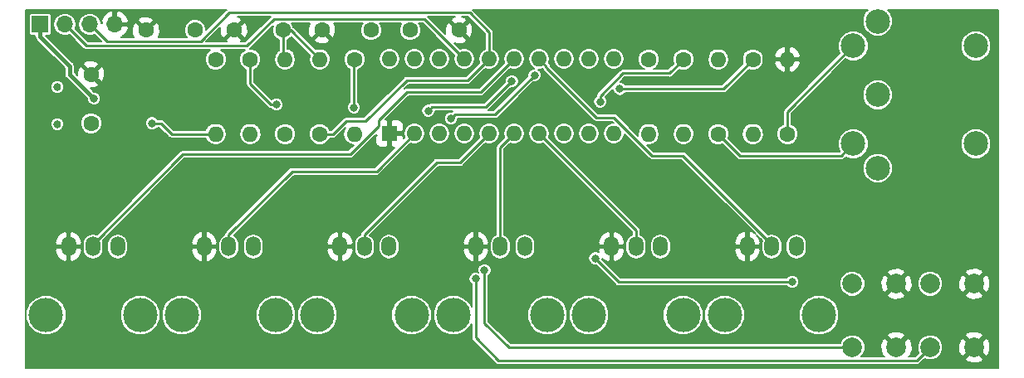
<source format=gbr>
G04 #@! TF.GenerationSoftware,KiCad,Pcbnew,(5.0.2)-1*
G04 #@! TF.CreationDate,2019-03-31T20:53:57+02:00*
G04 #@! TF.ProjectId,CCdrum,43436472-756d-42e6-9b69-6361645f7063,rev?*
G04 #@! TF.SameCoordinates,Original*
G04 #@! TF.FileFunction,Copper,L2,Bot*
G04 #@! TF.FilePolarity,Positive*
%FSLAX46Y46*%
G04 Gerber Fmt 4.6, Leading zero omitted, Abs format (unit mm)*
G04 Created by KiCad (PCBNEW (5.0.2)-1) date 31/03/2019 20:53:57*
%MOMM*%
%LPD*%
G01*
G04 APERTURE LIST*
G04 #@! TA.AperFunction,ComponentPad*
%ADD10C,0.797560*%
G04 #@! TD*
G04 #@! TA.AperFunction,ComponentPad*
%ADD11R,1.600000X1.600000*%
G04 #@! TD*
G04 #@! TA.AperFunction,ComponentPad*
%ADD12O,1.600000X1.600000*%
G04 #@! TD*
G04 #@! TA.AperFunction,ComponentPad*
%ADD13C,3.500000*%
G04 #@! TD*
G04 #@! TA.AperFunction,ComponentPad*
%ADD14O,1.500000X2.000000*%
G04 #@! TD*
G04 #@! TA.AperFunction,ComponentPad*
%ADD15C,1.600000*%
G04 #@! TD*
G04 #@! TA.AperFunction,ComponentPad*
%ADD16C,2.000000*%
G04 #@! TD*
G04 #@! TA.AperFunction,ComponentPad*
%ADD17R,1.700000X1.700000*%
G04 #@! TD*
G04 #@! TA.AperFunction,ComponentPad*
%ADD18O,1.700000X1.700000*%
G04 #@! TD*
G04 #@! TA.AperFunction,ComponentPad*
%ADD19C,2.499360*%
G04 #@! TD*
G04 #@! TA.AperFunction,ViaPad*
%ADD20C,0.800000*%
G04 #@! TD*
G04 #@! TA.AperFunction,Conductor*
%ADD21C,0.250000*%
G04 #@! TD*
G04 #@! TA.AperFunction,Conductor*
%ADD22C,0.400000*%
G04 #@! TD*
G04 #@! TA.AperFunction,Conductor*
%ADD23C,0.200000*%
G04 #@! TD*
G04 APERTURE END LIST*
D10*
G04 #@! TO.P,J1,*
G04 #@! TO.N,*
X33646300Y-134697380D03*
X33648840Y-130900080D03*
G04 #@! TD*
D11*
G04 #@! TO.P,U1,1*
G04 #@! TO.N,GND*
X67525000Y-135650000D03*
D12*
G04 #@! TO.P,U1,11*
G04 #@! TO.N,LED_P3*
X90385000Y-128030000D03*
G04 #@! TO.P,U1,2*
G04 #@! TO.N,BIT*
X70065000Y-135650000D03*
G04 #@! TO.P,U1,12*
G04 #@! TO.N,LED_P2*
X87845000Y-128030000D03*
G04 #@! TO.P,U1,3*
G04 #@! TO.N,RXD*
X72605000Y-135650000D03*
G04 #@! TO.P,U1,13*
G04 #@! TO.N,LED_P1*
X85305000Y-128030000D03*
G04 #@! TO.P,U1,4*
G04 #@! TO.N,TXD*
X75145000Y-135650000D03*
G04 #@! TO.P,U1,14*
G04 #@! TO.N,GAN*
X82765000Y-128030000D03*
G04 #@! TO.P,U1,5*
G04 #@! TO.N,FLD*
X77685000Y-135650000D03*
G04 #@! TO.P,U1,15*
G04 #@! TO.N,PART*
X80225000Y-128030000D03*
G04 #@! TO.P,U1,6*
G04 #@! TO.N,DRV*
X80225000Y-135650000D03*
G04 #@! TO.P,U1,16*
G04 #@! TO.N,RST*
X77685000Y-128030000D03*
G04 #@! TO.P,U1,7*
G04 #@! TO.N,PAN*
X82765000Y-135650000D03*
G04 #@! TO.P,U1,17*
G04 #@! TO.N,TEST*
X75145000Y-128030000D03*
G04 #@! TO.P,U1,8*
G04 #@! TO.N,LED_P6*
X85305000Y-135650000D03*
G04 #@! TO.P,U1,18*
G04 #@! TO.N,PUSH_L1*
X72605000Y-128030000D03*
G04 #@! TO.P,U1,9*
G04 #@! TO.N,LED_P5*
X87845000Y-135650000D03*
G04 #@! TO.P,U1,19*
G04 #@! TO.N,PUSH_L2*
X70065000Y-128030000D03*
G04 #@! TO.P,U1,10*
G04 #@! TO.N,LED_P4*
X90385000Y-135650000D03*
G04 #@! TO.P,U1,20*
G04 #@! TO.N,+3V3*
X67525000Y-128030000D03*
G04 #@! TD*
D13*
G04 #@! TO.P,RV5,*
G04 #@! TO.N,*
X101700000Y-154200000D03*
X111300000Y-154200000D03*
D14*
G04 #@! TO.P,RV5,3*
G04 #@! TO.N,GND*
X104000000Y-147200000D03*
G04 #@! TO.P,RV5,2*
G04 #@! TO.N,GAN*
X106500000Y-147200000D03*
G04 #@! TO.P,RV5,1*
G04 #@! TO.N,+3V3*
X109000000Y-147200000D03*
G04 #@! TD*
D15*
G04 #@! TO.P,C5,1*
G04 #@! TO.N,+3V3*
X69600000Y-125100000D03*
G04 #@! TO.P,C5,2*
G04 #@! TO.N,GND*
X74600000Y-125100000D03*
G04 #@! TD*
G04 #@! TO.P,C4,2*
G04 #@! TO.N,GND*
X60633332Y-125100000D03*
G04 #@! TO.P,C4,1*
G04 #@! TO.N,+3V3*
X65633332Y-125100000D03*
G04 #@! TD*
G04 #@! TO.P,C3,1*
G04 #@! TO.N,Net-(C3-Pad1)*
X56666666Y-125100000D03*
G04 #@! TO.P,C3,2*
G04 #@! TO.N,GND*
X51666666Y-125100000D03*
G04 #@! TD*
G04 #@! TO.P,R10,1*
G04 #@! TO.N,RST*
X60405000Y-135700000D03*
D12*
G04 #@! TO.P,R10,2*
G04 #@! TO.N,Net-(C3-Pad1)*
X60405000Y-128080000D03*
G04 #@! TD*
D16*
G04 #@! TO.P,SW2,1*
G04 #@! TO.N,GND*
X127150000Y-157500000D03*
G04 #@! TO.P,SW2,2*
G04 #@! TO.N,PUSH_L2*
X122650000Y-157500000D03*
G04 #@! TO.P,SW2,1*
G04 #@! TO.N,GND*
X127150000Y-151000000D03*
G04 #@! TO.P,SW2,2*
G04 #@! TO.N,PUSH_L2*
X122650000Y-151000000D03*
G04 #@! TD*
G04 #@! TO.P,SW1,2*
G04 #@! TO.N,PUSH_L1*
X114700000Y-151000000D03*
G04 #@! TO.P,SW1,1*
G04 #@! TO.N,GND*
X119200000Y-151000000D03*
G04 #@! TO.P,SW1,2*
G04 #@! TO.N,PUSH_L1*
X114700000Y-157500000D03*
G04 #@! TO.P,SW1,1*
G04 #@! TO.N,GND*
X119200000Y-157500000D03*
G04 #@! TD*
D15*
G04 #@! TO.P,C1,2*
G04 #@! TO.N,GND*
X37100000Y-129600000D03*
G04 #@! TO.P,C1,1*
G04 #@! TO.N,+5V*
X37100000Y-134600000D03*
G04 #@! TD*
G04 #@! TO.P,C2,1*
G04 #@! TO.N,+3V3*
X47700000Y-125100000D03*
G04 #@! TO.P,C2,2*
G04 #@! TO.N,GND*
X42700000Y-125100000D03*
G04 #@! TD*
D17*
G04 #@! TO.P,J2,1*
G04 #@! TO.N,+3V3*
X31900000Y-124500000D03*
D18*
G04 #@! TO.P,J2,2*
G04 #@! TO.N,TEST*
X34440000Y-124500000D03*
G04 #@! TO.P,J2,3*
G04 #@! TO.N,RST*
X36980000Y-124500000D03*
G04 #@! TO.P,J2,4*
G04 #@! TO.N,GND*
X39520000Y-124500000D03*
G04 #@! TD*
D12*
G04 #@! TO.P,R3,2*
G04 #@! TO.N,Net-(D2-Pad2)*
X53335000Y-135700000D03*
D15*
G04 #@! TO.P,R3,1*
G04 #@! TO.N,LED_P2*
X53335000Y-128080000D03*
G04 #@! TD*
D12*
G04 #@! TO.P,R9,2*
G04 #@! TO.N,GND*
X108100000Y-128080000D03*
D15*
G04 #@! TO.P,R9,1*
G04 #@! TO.N,Net-(J3-Pad4)*
X108100000Y-135700000D03*
G04 #@! TD*
G04 #@! TO.P,R8,1*
G04 #@! TO.N,Net-(J3-Pad5)*
X101030000Y-135700000D03*
D12*
G04 #@! TO.P,R8,2*
G04 #@! TO.N,Net-(R8-Pad2)*
X101030000Y-128080000D03*
G04 #@! TD*
D15*
G04 #@! TO.P,R7,1*
G04 #@! TO.N,LED_P6*
X104565000Y-128080000D03*
D12*
G04 #@! TO.P,R7,2*
G04 #@! TO.N,Net-(D6-Pad2)*
X104565000Y-135700000D03*
G04 #@! TD*
D15*
G04 #@! TO.P,R1,1*
G04 #@! TO.N,+3V3*
X56870000Y-135700000D03*
D12*
G04 #@! TO.P,R1,2*
G04 #@! TO.N,Net-(C3-Pad1)*
X56870000Y-128080000D03*
G04 #@! TD*
D15*
G04 #@! TO.P,R4,1*
G04 #@! TO.N,LED_P3*
X63940000Y-128080000D03*
D12*
G04 #@! TO.P,R4,2*
G04 #@! TO.N,Net-(D3-Pad2)*
X63940000Y-135700000D03*
G04 #@! TD*
G04 #@! TO.P,R5,2*
G04 #@! TO.N,Net-(D4-Pad2)*
X93960000Y-135700000D03*
D15*
G04 #@! TO.P,R5,1*
G04 #@! TO.N,LED_P4*
X93960000Y-128080000D03*
G04 #@! TD*
G04 #@! TO.P,R6,1*
G04 #@! TO.N,LED_P5*
X97495000Y-128080000D03*
D12*
G04 #@! TO.P,R6,2*
G04 #@! TO.N,Net-(D5-Pad2)*
X97495000Y-135700000D03*
G04 #@! TD*
D15*
G04 #@! TO.P,R2,1*
G04 #@! TO.N,LED_P1*
X49800000Y-128080000D03*
D12*
G04 #@! TO.P,R2,2*
G04 #@! TO.N,Net-(D1-Pad2)*
X49800000Y-135700000D03*
G04 #@! TD*
D19*
G04 #@! TO.P,J3,3*
G04 #@! TO.N,Net-(J3-Pad3)*
X117302800Y-139198080D03*
G04 #@! TO.P,J3,4*
G04 #@! TO.N,Net-(J3-Pad4)*
X114800900Y-126703820D03*
G04 #@! TO.P,J3,2*
G04 #@! TO.N,Net-(J3-Pad2)*
X117300260Y-131700000D03*
G04 #@! TO.P,J3,1*
G04 #@! TO.N,Net-(J3-Pad1)*
X117302800Y-124201920D03*
G04 #@! TO.P,J3,5*
G04 #@! TO.N,Net-(J3-Pad5)*
X114800900Y-136696180D03*
G04 #@! TO.P,J3,*
G04 #@! TO.N,*
X127297700Y-126698740D03*
X127297700Y-136701260D03*
G04 #@! TD*
D14*
G04 #@! TO.P,RV6,1*
G04 #@! TO.N,+3V3*
X39800000Y-147200000D03*
G04 #@! TO.P,RV6,2*
G04 #@! TO.N,PART*
X37300000Y-147200000D03*
G04 #@! TO.P,RV6,3*
G04 #@! TO.N,GND*
X34800000Y-147200000D03*
D13*
G04 #@! TO.P,RV6,*
G04 #@! TO.N,*
X42100000Y-154200000D03*
X32500000Y-154200000D03*
G04 #@! TD*
G04 #@! TO.P,RV1,*
G04 #@! TO.N,*
X46340000Y-154200000D03*
X55940000Y-154200000D03*
D14*
G04 #@! TO.P,RV1,3*
G04 #@! TO.N,GND*
X48640000Y-147200000D03*
G04 #@! TO.P,RV1,2*
G04 #@! TO.N,BIT*
X51140000Y-147200000D03*
G04 #@! TO.P,RV1,1*
G04 #@! TO.N,+3V3*
X53640000Y-147200000D03*
G04 #@! TD*
G04 #@! TO.P,RV2,1*
G04 #@! TO.N,+3V3*
X67480000Y-147200000D03*
G04 #@! TO.P,RV2,2*
G04 #@! TO.N,FLD*
X64980000Y-147200000D03*
G04 #@! TO.P,RV2,3*
G04 #@! TO.N,GND*
X62480000Y-147200000D03*
D13*
G04 #@! TO.P,RV2,*
G04 #@! TO.N,*
X69780000Y-154200000D03*
X60180000Y-154200000D03*
G04 #@! TD*
G04 #@! TO.P,RV3,*
G04 #@! TO.N,*
X74020000Y-154200000D03*
X83620000Y-154200000D03*
D14*
G04 #@! TO.P,RV3,3*
G04 #@! TO.N,GND*
X76320000Y-147200000D03*
G04 #@! TO.P,RV3,2*
G04 #@! TO.N,DRV*
X78820000Y-147200000D03*
G04 #@! TO.P,RV3,1*
G04 #@! TO.N,+3V3*
X81320000Y-147200000D03*
G04 #@! TD*
G04 #@! TO.P,RV4,1*
G04 #@! TO.N,+3V3*
X95160000Y-147200000D03*
G04 #@! TO.P,RV4,2*
G04 #@! TO.N,PAN*
X92660000Y-147200000D03*
G04 #@! TO.P,RV4,3*
G04 #@! TO.N,GND*
X90160000Y-147200000D03*
D13*
G04 #@! TO.P,RV4,*
G04 #@! TO.N,*
X97460000Y-154200000D03*
X87860000Y-154200000D03*
G04 #@! TD*
D20*
G04 #@! TO.N,Net-(D1-Pad2)*
X43300000Y-134600000D03*
G04 #@! TO.N,+3V3*
X37400000Y-132100000D03*
G04 #@! TO.N,TXD*
X108600000Y-150800000D03*
X88500000Y-148400000D03*
G04 #@! TO.N,LED_P5*
X89000000Y-132400000D03*
G04 #@! TO.N,LED_P3*
X63900000Y-133000000D03*
G04 #@! TO.N,LED_P6*
X91000000Y-131100000D03*
G04 #@! TO.N,LED_P2*
X56000000Y-132700000D03*
G04 #@! TO.N,PUSH_L1*
X77200000Y-149600000D03*
X73774999Y-134125001D03*
X82300000Y-129700000D03*
G04 #@! TO.N,PUSH_L2*
X76300000Y-150500000D03*
X71479999Y-133320001D03*
X80000000Y-130300000D03*
G04 #@! TD*
D21*
G04 #@! TO.N,Net-(D1-Pad2)*
X43300000Y-134600000D02*
X44200000Y-134600000D01*
X45300000Y-135700000D02*
X49800000Y-135700000D01*
X44200000Y-134600000D02*
X45300000Y-135700000D01*
D22*
G04 #@! TO.N,+3V3*
X31900000Y-125750000D02*
X34900000Y-128750000D01*
X31900000Y-124500000D02*
X31900000Y-125750000D01*
X34900000Y-128750000D02*
X34900000Y-129600000D01*
X34900000Y-129600000D02*
X37400000Y-132100000D01*
X37400000Y-132100000D02*
X37400000Y-132100000D01*
D21*
G04 #@! TO.N,TXD*
X108600000Y-150800000D02*
X90900000Y-150800000D01*
X90900000Y-150800000D02*
X88500000Y-148400000D01*
X88500000Y-148400000D02*
X88500000Y-148400000D01*
G04 #@! TO.N,BIT*
X51140000Y-145950000D02*
X57590000Y-139500000D01*
X51140000Y-147200000D02*
X51140000Y-145950000D01*
X66215000Y-139500000D02*
X70065000Y-135650000D01*
X57590000Y-139500000D02*
X66215000Y-139500000D01*
G04 #@! TO.N,FLD*
X64980000Y-145950000D02*
X72330000Y-138600000D01*
X64980000Y-147200000D02*
X64980000Y-145950000D01*
X74735000Y-138600000D02*
X77685000Y-135650000D01*
X72330000Y-138600000D02*
X74735000Y-138600000D01*
G04 #@! TO.N,GAN*
X106500000Y-146950000D02*
X106500000Y-147200000D01*
X97450000Y-137900000D02*
X106500000Y-146950000D01*
X82765000Y-128030000D02*
X83564999Y-128829999D01*
X83564999Y-128829999D02*
X83564999Y-128964999D01*
X88600000Y-134000000D02*
X90400002Y-134000000D01*
X90400002Y-134000000D02*
X94300002Y-137900000D01*
X83564999Y-128964999D02*
X88600000Y-134000000D01*
X94300002Y-137900000D02*
X97450000Y-137900000D01*
G04 #@! TO.N,DRV*
X78820000Y-137055000D02*
X80225000Y-135650000D01*
X78820000Y-147200000D02*
X78820000Y-137055000D01*
G04 #@! TO.N,PAN*
X92660000Y-145545000D02*
X82765000Y-135650000D01*
X92660000Y-147200000D02*
X92660000Y-145545000D01*
G04 #@! TO.N,Net-(J3-Pad5)*
X101829999Y-136499999D02*
X101030000Y-135700000D01*
X103275859Y-137945859D02*
X101829999Y-136499999D01*
X113551221Y-137945859D02*
X103275859Y-137945859D01*
X114800900Y-136696180D02*
X113551221Y-137945859D01*
G04 #@! TO.N,Net-(J3-Pad4)*
X108100000Y-133404720D02*
X108100000Y-135700000D01*
X114800900Y-126703820D02*
X108100000Y-133404720D01*
G04 #@! TO.N,RST*
X38705001Y-126225001D02*
X48274999Y-126225001D01*
X36980000Y-124500000D02*
X38705001Y-126225001D01*
X48274999Y-126225001D02*
X51200000Y-123300000D01*
X51200000Y-123300000D02*
X75700000Y-123300000D01*
X77685000Y-125285000D02*
X77685000Y-128030000D01*
X75700000Y-123300000D02*
X77685000Y-125285000D01*
X75515000Y-130200000D02*
X77685000Y-128030000D01*
X69300000Y-130200000D02*
X75515000Y-130200000D01*
X65100000Y-134400000D02*
X69300000Y-130200000D01*
X63100000Y-134400000D02*
X65100000Y-134400000D01*
X60405000Y-135700000D02*
X61800000Y-135700000D01*
X61800000Y-135700000D02*
X63100000Y-134400000D01*
G04 #@! TO.N,TEST*
X34440000Y-124500000D02*
X36640000Y-126700000D01*
X36640000Y-126700000D02*
X53000000Y-126700000D01*
X74345001Y-127230001D02*
X75145000Y-128030000D01*
X71089999Y-123974999D02*
X74345001Y-127230001D01*
X55725001Y-123974999D02*
X71089999Y-123974999D01*
X53000000Y-126700000D02*
X55725001Y-123974999D01*
G04 #@! TO.N,PART*
X37300000Y-146950000D02*
X46450000Y-137800000D01*
X37300000Y-147200000D02*
X37300000Y-146950000D01*
X66399999Y-134905003D02*
X66399999Y-134300001D01*
X46450000Y-137800000D02*
X63505002Y-137800000D01*
X63505002Y-137800000D02*
X66399999Y-134905003D01*
X66399999Y-134300001D02*
X69300000Y-131400000D01*
X76855000Y-131400000D02*
X80225000Y-128030000D01*
X69300000Y-131400000D02*
X76855000Y-131400000D01*
G04 #@! TO.N,LED_P5*
X96075000Y-129500000D02*
X97495000Y-128080000D01*
X91334315Y-129500000D02*
X96075000Y-129500000D01*
X89000000Y-131834315D02*
X91334315Y-129500000D01*
X89000000Y-132400000D02*
X89000000Y-131834315D01*
G04 #@! TO.N,LED_P3*
X63900000Y-128120000D02*
X63940000Y-128080000D01*
X63900000Y-132900000D02*
X63900000Y-128120000D01*
G04 #@! TO.N,LED_P6*
X101545000Y-131100000D02*
X104565000Y-128080000D01*
X91000000Y-131100000D02*
X101545000Y-131100000D01*
G04 #@! TO.N,LED_P2*
X53335000Y-128335000D02*
X53335000Y-128080000D01*
X53335000Y-129211370D02*
X53335000Y-128080000D01*
X53335000Y-130600685D02*
X53335000Y-129211370D01*
X55434315Y-132700000D02*
X53335000Y-130600685D01*
X56000000Y-132700000D02*
X55434315Y-132700000D01*
G04 #@! TO.N,PUSH_L1*
X114700000Y-157500000D02*
X113285787Y-157500000D01*
X113285787Y-157500000D02*
X80700000Y-157500000D01*
X80700000Y-157500000D02*
X79700000Y-157500000D01*
X79700000Y-157500000D02*
X77200000Y-155000000D01*
X77200000Y-155000000D02*
X77200000Y-149600000D01*
X77200000Y-149600000D02*
X77200000Y-149600000D01*
X74174998Y-133725002D02*
X78274998Y-133725002D01*
X73774999Y-134125001D02*
X74174998Y-133725002D01*
X78274998Y-133725002D02*
X82300000Y-129700000D01*
X82300000Y-129700000D02*
X82300000Y-129700000D01*
G04 #@! TO.N,PUSH_L2*
X121324999Y-158825001D02*
X79725001Y-158825001D01*
X122650000Y-157500000D02*
X121324999Y-158825001D01*
X79725001Y-158825001D02*
X78625001Y-158825001D01*
X78625001Y-158825001D02*
X76300000Y-156500000D01*
X76300000Y-156500000D02*
X76300000Y-150500000D01*
X76300000Y-150500000D02*
X76300000Y-150500000D01*
X71879998Y-132920002D02*
X77379998Y-132920002D01*
X71479999Y-133320001D02*
X71879998Y-132920002D01*
X77379998Y-132920002D02*
X80000000Y-130300000D01*
X80000000Y-130300000D02*
X80000000Y-130300000D01*
G04 #@! TO.N,Net-(C3-Pad1)*
X56666666Y-127876666D02*
X56870000Y-128080000D01*
X56666666Y-125100000D02*
X56666666Y-127876666D01*
X57425000Y-125100000D02*
X56666666Y-125100000D01*
X60405000Y-128080000D02*
X57425000Y-125100000D01*
G04 #@! TD*
D23*
G04 #@! TO.N,GND*
G36*
X50869881Y-123029078D02*
X48800000Y-125098960D01*
X48800000Y-124881196D01*
X48632535Y-124476900D01*
X48323100Y-124167465D01*
X47918804Y-124000000D01*
X47481196Y-124000000D01*
X47076900Y-124167465D01*
X46767465Y-124476900D01*
X46600000Y-124881196D01*
X46600000Y-125318804D01*
X46767465Y-125723100D01*
X46844366Y-125800001D01*
X43950058Y-125800001D01*
X44123815Y-125283452D01*
X44085637Y-124724618D01*
X43945229Y-124385643D01*
X43709969Y-124307820D01*
X42917789Y-125100000D01*
X42931931Y-125114142D01*
X42714142Y-125331931D01*
X42700000Y-125317789D01*
X42685858Y-125331931D01*
X42468069Y-125114142D01*
X42482211Y-125100000D01*
X41690031Y-124307820D01*
X41454771Y-124385643D01*
X41276185Y-124916548D01*
X41314363Y-125475382D01*
X41448825Y-125800001D01*
X40159431Y-125800001D01*
X40247616Y-125763477D01*
X40675741Y-125388854D01*
X40927915Y-124878911D01*
X40817856Y-124654000D01*
X39674000Y-124654000D01*
X39674000Y-124674000D01*
X39366000Y-124674000D01*
X39366000Y-124654000D01*
X39346000Y-124654000D01*
X39346000Y-124346000D01*
X39366000Y-124346000D01*
X39366000Y-123203111D01*
X39674000Y-123203111D01*
X39674000Y-124346000D01*
X40817856Y-124346000D01*
X40927915Y-124121089D01*
X40912557Y-124090031D01*
X41907820Y-124090031D01*
X42700000Y-124882211D01*
X43492180Y-124090031D01*
X43414357Y-123854771D01*
X42883452Y-123676185D01*
X42324618Y-123714363D01*
X41985643Y-123854771D01*
X41907820Y-124090031D01*
X40912557Y-124090031D01*
X40675741Y-123611146D01*
X40247616Y-123236523D01*
X39898910Y-123092097D01*
X39674000Y-123203111D01*
X39366000Y-123203111D01*
X39141090Y-123092097D01*
X38792384Y-123236523D01*
X38364259Y-123611146D01*
X38112085Y-124121089D01*
X38222143Y-124345998D01*
X38121896Y-124345998D01*
X38063276Y-124051293D01*
X37809103Y-123670897D01*
X37428707Y-123416724D01*
X37093261Y-123350000D01*
X36866739Y-123350000D01*
X36531293Y-123416724D01*
X36150897Y-123670897D01*
X35896724Y-124051293D01*
X35807471Y-124500000D01*
X35896724Y-124948707D01*
X36150897Y-125329103D01*
X36531293Y-125583276D01*
X36866739Y-125650000D01*
X37093261Y-125650000D01*
X37428707Y-125583276D01*
X37448806Y-125569846D01*
X38153959Y-126275000D01*
X36816041Y-126275000D01*
X35509846Y-124968806D01*
X35523276Y-124948707D01*
X35612529Y-124500000D01*
X35523276Y-124051293D01*
X35269103Y-123670897D01*
X34888707Y-123416724D01*
X34553261Y-123350000D01*
X34326739Y-123350000D01*
X33991293Y-123416724D01*
X33610897Y-123670897D01*
X33356724Y-124051293D01*
X33267471Y-124500000D01*
X33356724Y-124948707D01*
X33610897Y-125329103D01*
X33991293Y-125583276D01*
X34326739Y-125650000D01*
X34553261Y-125650000D01*
X34888707Y-125583276D01*
X34908806Y-125569846D01*
X36309881Y-126970922D01*
X36333592Y-127006408D01*
X36369077Y-127030118D01*
X36474173Y-127100341D01*
X36640000Y-127133326D01*
X36681857Y-127125000D01*
X49231135Y-127125000D01*
X49176900Y-127147465D01*
X48867465Y-127456900D01*
X48700000Y-127861196D01*
X48700000Y-128298804D01*
X48867465Y-128703100D01*
X49176900Y-129012535D01*
X49581196Y-129180000D01*
X50018804Y-129180000D01*
X50423100Y-129012535D01*
X50732535Y-128703100D01*
X50900000Y-128298804D01*
X50900000Y-127861196D01*
X50732535Y-127456900D01*
X50423100Y-127147465D01*
X50368865Y-127125000D01*
X52766135Y-127125000D01*
X52711900Y-127147465D01*
X52402465Y-127456900D01*
X52235000Y-127861196D01*
X52235000Y-128298804D01*
X52402465Y-128703100D01*
X52711900Y-129012535D01*
X52910000Y-129094591D01*
X52910000Y-129253227D01*
X52910001Y-129253232D01*
X52910000Y-130558827D01*
X52901674Y-130600685D01*
X52934659Y-130766511D01*
X53028592Y-130907093D01*
X53064081Y-130930806D01*
X55104196Y-132970922D01*
X55127907Y-133006408D01*
X55163392Y-133030118D01*
X55268488Y-133100341D01*
X55434315Y-133133326D01*
X55441873Y-133131823D01*
X55603482Y-133293432D01*
X55860761Y-133400000D01*
X56139239Y-133400000D01*
X56396518Y-133293432D01*
X56593432Y-133096518D01*
X56700000Y-132839239D01*
X56700000Y-132560761D01*
X56593432Y-132303482D01*
X56396518Y-132106568D01*
X56139239Y-132000000D01*
X55860761Y-132000000D01*
X55603482Y-132106568D01*
X55522703Y-132187347D01*
X53760000Y-130424645D01*
X53760000Y-129094591D01*
X53958100Y-129012535D01*
X54267535Y-128703100D01*
X54435000Y-128298804D01*
X54435000Y-127861196D01*
X54267535Y-127456900D01*
X53958100Y-127147465D01*
X53553804Y-126980000D01*
X53324053Y-126980000D01*
X53330121Y-126970919D01*
X55670484Y-124630557D01*
X55566666Y-124881196D01*
X55566666Y-125318804D01*
X55734131Y-125723100D01*
X56043566Y-126032535D01*
X56241666Y-126114591D01*
X56241667Y-127176880D01*
X56076944Y-127286944D01*
X55833823Y-127650801D01*
X55748450Y-128080000D01*
X55833823Y-128509199D01*
X56076944Y-128873056D01*
X56440801Y-129116177D01*
X56761661Y-129180000D01*
X56978339Y-129180000D01*
X57299199Y-129116177D01*
X57663056Y-128873056D01*
X57906177Y-128509199D01*
X57991550Y-128080000D01*
X57906177Y-127650801D01*
X57663056Y-127286944D01*
X57299199Y-127043823D01*
X57091666Y-127002542D01*
X57091666Y-126114591D01*
X57289766Y-126032535D01*
X57523130Y-125799171D01*
X59371201Y-127647242D01*
X59368823Y-127650801D01*
X59283450Y-128080000D01*
X59368823Y-128509199D01*
X59611944Y-128873056D01*
X59975801Y-129116177D01*
X60296661Y-129180000D01*
X60513339Y-129180000D01*
X60834199Y-129116177D01*
X61198056Y-128873056D01*
X61441177Y-128509199D01*
X61526550Y-128080000D01*
X61483028Y-127861196D01*
X62840000Y-127861196D01*
X62840000Y-128298804D01*
X63007465Y-128703100D01*
X63316900Y-129012535D01*
X63475001Y-129078023D01*
X63475000Y-132435050D01*
X63306568Y-132603482D01*
X63200000Y-132860761D01*
X63200000Y-133139239D01*
X63306568Y-133396518D01*
X63503482Y-133593432D01*
X63760761Y-133700000D01*
X64039239Y-133700000D01*
X64296518Y-133593432D01*
X64493432Y-133396518D01*
X64600000Y-133139239D01*
X64600000Y-132860761D01*
X64493432Y-132603482D01*
X64325000Y-132435050D01*
X64325000Y-129111159D01*
X64563100Y-129012535D01*
X64872535Y-128703100D01*
X65040000Y-128298804D01*
X65040000Y-128030000D01*
X66403450Y-128030000D01*
X66488823Y-128459199D01*
X66731944Y-128823056D01*
X67095801Y-129066177D01*
X67416661Y-129130000D01*
X67633339Y-129130000D01*
X67954199Y-129066177D01*
X68318056Y-128823056D01*
X68561177Y-128459199D01*
X68646550Y-128030000D01*
X68943450Y-128030000D01*
X69028823Y-128459199D01*
X69271944Y-128823056D01*
X69635801Y-129066177D01*
X69956661Y-129130000D01*
X70173339Y-129130000D01*
X70494199Y-129066177D01*
X70858056Y-128823056D01*
X71101177Y-128459199D01*
X71186550Y-128030000D01*
X71483450Y-128030000D01*
X71568823Y-128459199D01*
X71811944Y-128823056D01*
X72175801Y-129066177D01*
X72496661Y-129130000D01*
X72713339Y-129130000D01*
X73034199Y-129066177D01*
X73398056Y-128823056D01*
X73641177Y-128459199D01*
X73726550Y-128030000D01*
X73641177Y-127600801D01*
X73398056Y-127236944D01*
X73034199Y-126993823D01*
X72713339Y-126930000D01*
X72496661Y-126930000D01*
X72175801Y-126993823D01*
X71811944Y-127236944D01*
X71568823Y-127600801D01*
X71483450Y-128030000D01*
X71186550Y-128030000D01*
X71101177Y-127600801D01*
X70858056Y-127236944D01*
X70494199Y-126993823D01*
X70173339Y-126930000D01*
X69956661Y-126930000D01*
X69635801Y-126993823D01*
X69271944Y-127236944D01*
X69028823Y-127600801D01*
X68943450Y-128030000D01*
X68646550Y-128030000D01*
X68561177Y-127600801D01*
X68318056Y-127236944D01*
X67954199Y-126993823D01*
X67633339Y-126930000D01*
X67416661Y-126930000D01*
X67095801Y-126993823D01*
X66731944Y-127236944D01*
X66488823Y-127600801D01*
X66403450Y-128030000D01*
X65040000Y-128030000D01*
X65040000Y-127861196D01*
X64872535Y-127456900D01*
X64563100Y-127147465D01*
X64158804Y-126980000D01*
X63721196Y-126980000D01*
X63316900Y-127147465D01*
X63007465Y-127456900D01*
X62840000Y-127861196D01*
X61483028Y-127861196D01*
X61441177Y-127650801D01*
X61198056Y-127286944D01*
X60834199Y-127043823D01*
X60513339Y-126980000D01*
X60296661Y-126980000D01*
X59975801Y-127043823D01*
X59972242Y-127046201D01*
X59036010Y-126109969D01*
X59841152Y-126109969D01*
X59918975Y-126345229D01*
X60449880Y-126523815D01*
X61008714Y-126485637D01*
X61347689Y-126345229D01*
X61425512Y-126109969D01*
X60633332Y-125317789D01*
X59841152Y-126109969D01*
X59036010Y-126109969D01*
X57755121Y-124829081D01*
X57731408Y-124793592D01*
X57729986Y-124792642D01*
X57599201Y-124476900D01*
X57522300Y-124399999D01*
X59383274Y-124399999D01*
X59209517Y-124916548D01*
X59247695Y-125475382D01*
X59388103Y-125814357D01*
X59623363Y-125892180D01*
X60415543Y-125100000D01*
X60401401Y-125085858D01*
X60619190Y-124868069D01*
X60633332Y-124882211D01*
X60647474Y-124868069D01*
X60865263Y-125085858D01*
X60851121Y-125100000D01*
X61643301Y-125892180D01*
X61878561Y-125814357D01*
X62057147Y-125283452D01*
X62018969Y-124724618D01*
X61884507Y-124399999D01*
X64777698Y-124399999D01*
X64700797Y-124476900D01*
X64533332Y-124881196D01*
X64533332Y-125318804D01*
X64700797Y-125723100D01*
X65010232Y-126032535D01*
X65414528Y-126200000D01*
X65852136Y-126200000D01*
X66256432Y-126032535D01*
X66565867Y-125723100D01*
X66733332Y-125318804D01*
X66733332Y-124881196D01*
X66565867Y-124476900D01*
X66488966Y-124399999D01*
X68744366Y-124399999D01*
X68667465Y-124476900D01*
X68500000Y-124881196D01*
X68500000Y-125318804D01*
X68667465Y-125723100D01*
X68976900Y-126032535D01*
X69381196Y-126200000D01*
X69818804Y-126200000D01*
X70223100Y-126032535D01*
X70532535Y-125723100D01*
X70700000Y-125318804D01*
X70700000Y-124881196D01*
X70532535Y-124476900D01*
X70455634Y-124399999D01*
X70913959Y-124399999D01*
X74074078Y-127560119D01*
X74074081Y-127560121D01*
X74111201Y-127597241D01*
X74108823Y-127600801D01*
X74023450Y-128030000D01*
X74108823Y-128459199D01*
X74351944Y-128823056D01*
X74715801Y-129066177D01*
X75036661Y-129130000D01*
X75253339Y-129130000D01*
X75574199Y-129066177D01*
X75938056Y-128823056D01*
X76181177Y-128459199D01*
X76266550Y-128030000D01*
X76181177Y-127600801D01*
X75938056Y-127236944D01*
X75574199Y-126993823D01*
X75253339Y-126930000D01*
X75036661Y-126930000D01*
X74715801Y-126993823D01*
X74712241Y-126996201D01*
X74675121Y-126959081D01*
X74675119Y-126959078D01*
X74150293Y-126434252D01*
X74416548Y-126523815D01*
X74975382Y-126485637D01*
X75314357Y-126345229D01*
X75392180Y-126109969D01*
X74600000Y-125317789D01*
X74585858Y-125331931D01*
X74368069Y-125114142D01*
X74382211Y-125100000D01*
X74817789Y-125100000D01*
X75609969Y-125892180D01*
X75845229Y-125814357D01*
X76023815Y-125283452D01*
X75985637Y-124724618D01*
X75845229Y-124385643D01*
X75609969Y-124307820D01*
X74817789Y-125100000D01*
X74382211Y-125100000D01*
X73590031Y-124307820D01*
X73354771Y-124385643D01*
X73176185Y-124916548D01*
X73214363Y-125475382D01*
X73230584Y-125514544D01*
X71441040Y-123725000D01*
X74198938Y-123725000D01*
X73885643Y-123854771D01*
X73807820Y-124090031D01*
X74600000Y-124882211D01*
X75392180Y-124090031D01*
X75314357Y-123854771D01*
X74928570Y-123725000D01*
X75523960Y-123725000D01*
X77260000Y-125461041D01*
X77260001Y-126992988D01*
X77255801Y-126993823D01*
X76891944Y-127236944D01*
X76648823Y-127600801D01*
X76563450Y-128030000D01*
X76648823Y-128459199D01*
X76651201Y-128462758D01*
X75338960Y-129775000D01*
X69341857Y-129775000D01*
X69300000Y-129766674D01*
X69258142Y-129775000D01*
X69134173Y-129799659D01*
X68993592Y-129893592D01*
X68969881Y-129929078D01*
X64923960Y-133975000D01*
X63141857Y-133975000D01*
X63100000Y-133966674D01*
X63058142Y-133975000D01*
X62934173Y-133999659D01*
X62793592Y-134093592D01*
X62769881Y-134129078D01*
X61623960Y-135275000D01*
X61419591Y-135275000D01*
X61337535Y-135076900D01*
X61028100Y-134767465D01*
X60623804Y-134600000D01*
X60186196Y-134600000D01*
X59781900Y-134767465D01*
X59472465Y-135076900D01*
X59305000Y-135481196D01*
X59305000Y-135918804D01*
X59472465Y-136323100D01*
X59781900Y-136632535D01*
X60186196Y-136800000D01*
X60623804Y-136800000D01*
X61028100Y-136632535D01*
X61337535Y-136323100D01*
X61419591Y-136125000D01*
X61758143Y-136125000D01*
X61800000Y-136133326D01*
X61841857Y-136125000D01*
X61841858Y-136125000D01*
X61965827Y-136100341D01*
X62106408Y-136006408D01*
X62130121Y-135970919D01*
X63051995Y-135049046D01*
X62903823Y-135270801D01*
X62818450Y-135700000D01*
X62903823Y-136129199D01*
X63146944Y-136493056D01*
X63510801Y-136736177D01*
X63831661Y-136800000D01*
X63903962Y-136800000D01*
X63328962Y-137375000D01*
X46491857Y-137375000D01*
X46449999Y-137366674D01*
X46408142Y-137375000D01*
X46284173Y-137399659D01*
X46143592Y-137493592D01*
X46119881Y-137529078D01*
X37691630Y-145957330D01*
X37300000Y-145879430D01*
X36890312Y-145960922D01*
X36542994Y-146192993D01*
X36310922Y-146540311D01*
X36250000Y-146846587D01*
X36250000Y-147553412D01*
X36310922Y-147859688D01*
X36542993Y-148207007D01*
X36890311Y-148439078D01*
X37300000Y-148520570D01*
X37709688Y-148439078D01*
X38057007Y-148207007D01*
X38289078Y-147859689D01*
X38350000Y-147553413D01*
X38350000Y-146846588D01*
X38350000Y-146846587D01*
X38750000Y-146846587D01*
X38750000Y-147553412D01*
X38810922Y-147859688D01*
X39042993Y-148207007D01*
X39390311Y-148439078D01*
X39800000Y-148520570D01*
X40209688Y-148439078D01*
X40557007Y-148207007D01*
X40789078Y-147859689D01*
X40847005Y-147568469D01*
X47278343Y-147568469D01*
X47427329Y-148080535D01*
X47760933Y-148496607D01*
X48228367Y-148753343D01*
X48276828Y-148758538D01*
X48486000Y-148646127D01*
X48486000Y-147354000D01*
X48794000Y-147354000D01*
X48794000Y-148646127D01*
X49003172Y-148758538D01*
X49051633Y-148753343D01*
X49519067Y-148496607D01*
X49852671Y-148080535D01*
X50001657Y-147568469D01*
X49851425Y-147354000D01*
X48794000Y-147354000D01*
X48486000Y-147354000D01*
X47428575Y-147354000D01*
X47278343Y-147568469D01*
X40847005Y-147568469D01*
X40850000Y-147553413D01*
X40850000Y-146846588D01*
X40847005Y-146831531D01*
X47278343Y-146831531D01*
X47428575Y-147046000D01*
X48486000Y-147046000D01*
X48486000Y-145753873D01*
X48794000Y-145753873D01*
X48794000Y-147046000D01*
X49851425Y-147046000D01*
X49991110Y-146846587D01*
X50090000Y-146846587D01*
X50090000Y-147553412D01*
X50150922Y-147859688D01*
X50382993Y-148207007D01*
X50730311Y-148439078D01*
X51140000Y-148520570D01*
X51549688Y-148439078D01*
X51897007Y-148207007D01*
X52129078Y-147859689D01*
X52190000Y-147553413D01*
X52190000Y-146846588D01*
X52190000Y-146846587D01*
X52590000Y-146846587D01*
X52590000Y-147553412D01*
X52650922Y-147859688D01*
X52882993Y-148207007D01*
X53230311Y-148439078D01*
X53640000Y-148520570D01*
X54049688Y-148439078D01*
X54397007Y-148207007D01*
X54629078Y-147859689D01*
X54687005Y-147568469D01*
X61118343Y-147568469D01*
X61267329Y-148080535D01*
X61600933Y-148496607D01*
X62068367Y-148753343D01*
X62116828Y-148758538D01*
X62326000Y-148646127D01*
X62326000Y-147354000D01*
X62634000Y-147354000D01*
X62634000Y-148646127D01*
X62843172Y-148758538D01*
X62891633Y-148753343D01*
X63359067Y-148496607D01*
X63692671Y-148080535D01*
X63841657Y-147568469D01*
X63691425Y-147354000D01*
X62634000Y-147354000D01*
X62326000Y-147354000D01*
X61268575Y-147354000D01*
X61118343Y-147568469D01*
X54687005Y-147568469D01*
X54690000Y-147553413D01*
X54690000Y-146846588D01*
X54687005Y-146831531D01*
X61118343Y-146831531D01*
X61268575Y-147046000D01*
X62326000Y-147046000D01*
X62326000Y-145753873D01*
X62634000Y-145753873D01*
X62634000Y-147046000D01*
X63691425Y-147046000D01*
X63831110Y-146846587D01*
X63930000Y-146846587D01*
X63930000Y-147553412D01*
X63990922Y-147859688D01*
X64222993Y-148207007D01*
X64570311Y-148439078D01*
X64980000Y-148520570D01*
X65389688Y-148439078D01*
X65737007Y-148207007D01*
X65969078Y-147859689D01*
X66030000Y-147553413D01*
X66030000Y-146846588D01*
X66030000Y-146846587D01*
X66430000Y-146846587D01*
X66430000Y-147553412D01*
X66490922Y-147859688D01*
X66722993Y-148207007D01*
X67070311Y-148439078D01*
X67480000Y-148520570D01*
X67889688Y-148439078D01*
X68237007Y-148207007D01*
X68469078Y-147859689D01*
X68527005Y-147568469D01*
X74958343Y-147568469D01*
X75107329Y-148080535D01*
X75440933Y-148496607D01*
X75908367Y-148753343D01*
X75956828Y-148758538D01*
X76166000Y-148646127D01*
X76166000Y-147354000D01*
X76474000Y-147354000D01*
X76474000Y-148646127D01*
X76683172Y-148758538D01*
X76731633Y-148753343D01*
X77199067Y-148496607D01*
X77532671Y-148080535D01*
X77681657Y-147568469D01*
X77531425Y-147354000D01*
X76474000Y-147354000D01*
X76166000Y-147354000D01*
X75108575Y-147354000D01*
X74958343Y-147568469D01*
X68527005Y-147568469D01*
X68530000Y-147553413D01*
X68530000Y-146846588D01*
X68527005Y-146831531D01*
X74958343Y-146831531D01*
X75108575Y-147046000D01*
X76166000Y-147046000D01*
X76166000Y-145753873D01*
X76474000Y-145753873D01*
X76474000Y-147046000D01*
X77531425Y-147046000D01*
X77671110Y-146846587D01*
X77770000Y-146846587D01*
X77770000Y-147553412D01*
X77830922Y-147859688D01*
X78062993Y-148207007D01*
X78410311Y-148439078D01*
X78820000Y-148520570D01*
X79229688Y-148439078D01*
X79577007Y-148207007D01*
X79809078Y-147859689D01*
X79870000Y-147553413D01*
X79870000Y-146846588D01*
X79870000Y-146846587D01*
X80270000Y-146846587D01*
X80270000Y-147553412D01*
X80330922Y-147859688D01*
X80562993Y-148207007D01*
X80910311Y-148439078D01*
X81320000Y-148520570D01*
X81729688Y-148439078D01*
X81996558Y-148260761D01*
X87800000Y-148260761D01*
X87800000Y-148539239D01*
X87906568Y-148796518D01*
X88103482Y-148993432D01*
X88360761Y-149100000D01*
X88598960Y-149100000D01*
X90569879Y-151070919D01*
X90593592Y-151106408D01*
X90733663Y-151200000D01*
X90734173Y-151200341D01*
X90900000Y-151233326D01*
X90941857Y-151225000D01*
X108035050Y-151225000D01*
X108203482Y-151393432D01*
X108460761Y-151500000D01*
X108739239Y-151500000D01*
X108996518Y-151393432D01*
X109193432Y-151196518D01*
X109300000Y-150939239D01*
X109300000Y-150741414D01*
X113400000Y-150741414D01*
X113400000Y-151258586D01*
X113597913Y-151736391D01*
X113963609Y-152102087D01*
X114441414Y-152300000D01*
X114958586Y-152300000D01*
X115308488Y-152155066D01*
X118262723Y-152155066D01*
X118365174Y-152411040D01*
X118968703Y-152623105D01*
X119607445Y-152588067D01*
X120034826Y-152411040D01*
X120137277Y-152155066D01*
X119200000Y-151217789D01*
X118262723Y-152155066D01*
X115308488Y-152155066D01*
X115436391Y-152102087D01*
X115802087Y-151736391D01*
X116000000Y-151258586D01*
X116000000Y-150768703D01*
X117576895Y-150768703D01*
X117611933Y-151407445D01*
X117788960Y-151834826D01*
X118044934Y-151937277D01*
X118982211Y-151000000D01*
X119417789Y-151000000D01*
X120355066Y-151937277D01*
X120611040Y-151834826D01*
X120823105Y-151231297D01*
X120796233Y-150741414D01*
X121350000Y-150741414D01*
X121350000Y-151258586D01*
X121547913Y-151736391D01*
X121913609Y-152102087D01*
X122391414Y-152300000D01*
X122908586Y-152300000D01*
X123258488Y-152155066D01*
X126212723Y-152155066D01*
X126315174Y-152411040D01*
X126918703Y-152623105D01*
X127557445Y-152588067D01*
X127984826Y-152411040D01*
X128087277Y-152155066D01*
X127150000Y-151217789D01*
X126212723Y-152155066D01*
X123258488Y-152155066D01*
X123386391Y-152102087D01*
X123752087Y-151736391D01*
X123950000Y-151258586D01*
X123950000Y-150768703D01*
X125526895Y-150768703D01*
X125561933Y-151407445D01*
X125738960Y-151834826D01*
X125994934Y-151937277D01*
X126932211Y-151000000D01*
X127367789Y-151000000D01*
X128305066Y-151937277D01*
X128561040Y-151834826D01*
X128773105Y-151231297D01*
X128738067Y-150592555D01*
X128561040Y-150165174D01*
X128305066Y-150062723D01*
X127367789Y-151000000D01*
X126932211Y-151000000D01*
X125994934Y-150062723D01*
X125738960Y-150165174D01*
X125526895Y-150768703D01*
X123950000Y-150768703D01*
X123950000Y-150741414D01*
X123752087Y-150263609D01*
X123386391Y-149897913D01*
X123258489Y-149844934D01*
X126212723Y-149844934D01*
X127150000Y-150782211D01*
X128087277Y-149844934D01*
X127984826Y-149588960D01*
X127381297Y-149376895D01*
X126742555Y-149411933D01*
X126315174Y-149588960D01*
X126212723Y-149844934D01*
X123258489Y-149844934D01*
X122908586Y-149700000D01*
X122391414Y-149700000D01*
X121913609Y-149897913D01*
X121547913Y-150263609D01*
X121350000Y-150741414D01*
X120796233Y-150741414D01*
X120788067Y-150592555D01*
X120611040Y-150165174D01*
X120355066Y-150062723D01*
X119417789Y-151000000D01*
X118982211Y-151000000D01*
X118044934Y-150062723D01*
X117788960Y-150165174D01*
X117576895Y-150768703D01*
X116000000Y-150768703D01*
X116000000Y-150741414D01*
X115802087Y-150263609D01*
X115436391Y-149897913D01*
X115308489Y-149844934D01*
X118262723Y-149844934D01*
X119200000Y-150782211D01*
X120137277Y-149844934D01*
X120034826Y-149588960D01*
X119431297Y-149376895D01*
X118792555Y-149411933D01*
X118365174Y-149588960D01*
X118262723Y-149844934D01*
X115308489Y-149844934D01*
X114958586Y-149700000D01*
X114441414Y-149700000D01*
X113963609Y-149897913D01*
X113597913Y-150263609D01*
X113400000Y-150741414D01*
X109300000Y-150741414D01*
X109300000Y-150660761D01*
X109193432Y-150403482D01*
X108996518Y-150206568D01*
X108739239Y-150100000D01*
X108460761Y-150100000D01*
X108203482Y-150206568D01*
X108035050Y-150375000D01*
X91076040Y-150375000D01*
X89200000Y-148498960D01*
X89200000Y-148395667D01*
X89280933Y-148496607D01*
X89748367Y-148753343D01*
X89796828Y-148758538D01*
X90006000Y-148646127D01*
X90006000Y-147354000D01*
X90314000Y-147354000D01*
X90314000Y-148646127D01*
X90523172Y-148758538D01*
X90571633Y-148753343D01*
X91039067Y-148496607D01*
X91372671Y-148080535D01*
X91521657Y-147568469D01*
X91371425Y-147354000D01*
X90314000Y-147354000D01*
X90006000Y-147354000D01*
X88948575Y-147354000D01*
X88798343Y-147568469D01*
X88863658Y-147792957D01*
X88639239Y-147700000D01*
X88360761Y-147700000D01*
X88103482Y-147806568D01*
X87906568Y-148003482D01*
X87800000Y-148260761D01*
X81996558Y-148260761D01*
X82077007Y-148207007D01*
X82309078Y-147859689D01*
X82370000Y-147553413D01*
X82370000Y-146846588D01*
X82367005Y-146831531D01*
X88798343Y-146831531D01*
X88948575Y-147046000D01*
X90006000Y-147046000D01*
X90006000Y-145753873D01*
X90314000Y-145753873D01*
X90314000Y-147046000D01*
X91371425Y-147046000D01*
X91521657Y-146831531D01*
X91372671Y-146319465D01*
X91039067Y-145903393D01*
X90571633Y-145646657D01*
X90523172Y-145641462D01*
X90314000Y-145753873D01*
X90006000Y-145753873D01*
X89796828Y-145641462D01*
X89748367Y-145646657D01*
X89280933Y-145903393D01*
X88947329Y-146319465D01*
X88798343Y-146831531D01*
X82367005Y-146831531D01*
X82309078Y-146540312D01*
X82077007Y-146192993D01*
X81729689Y-145960922D01*
X81320000Y-145879430D01*
X80910312Y-145960922D01*
X80562994Y-146192993D01*
X80330922Y-146540311D01*
X80270000Y-146846587D01*
X79870000Y-146846587D01*
X79809078Y-146540312D01*
X79577007Y-146192993D01*
X79245000Y-145971153D01*
X79245000Y-137231040D01*
X79792242Y-136683799D01*
X79795801Y-136686177D01*
X80116661Y-136750000D01*
X80333339Y-136750000D01*
X80654199Y-136686177D01*
X81018056Y-136443056D01*
X81261177Y-136079199D01*
X81346550Y-135650000D01*
X81643450Y-135650000D01*
X81728823Y-136079199D01*
X81971944Y-136443056D01*
X82335801Y-136686177D01*
X82656661Y-136750000D01*
X82873339Y-136750000D01*
X83194199Y-136686177D01*
X83197759Y-136683799D01*
X92235001Y-145721042D01*
X92235001Y-145971153D01*
X91902994Y-146192993D01*
X91670922Y-146540311D01*
X91610000Y-146846587D01*
X91610000Y-147553412D01*
X91670922Y-147859688D01*
X91902993Y-148207007D01*
X92250311Y-148439078D01*
X92660000Y-148520570D01*
X93069688Y-148439078D01*
X93417007Y-148207007D01*
X93649078Y-147859689D01*
X93710000Y-147553413D01*
X93710000Y-146846588D01*
X93710000Y-146846587D01*
X94110000Y-146846587D01*
X94110000Y-147553412D01*
X94170922Y-147859688D01*
X94402993Y-148207007D01*
X94750311Y-148439078D01*
X95160000Y-148520570D01*
X95569688Y-148439078D01*
X95917007Y-148207007D01*
X96149078Y-147859689D01*
X96207005Y-147568469D01*
X102638343Y-147568469D01*
X102787329Y-148080535D01*
X103120933Y-148496607D01*
X103588367Y-148753343D01*
X103636828Y-148758538D01*
X103846000Y-148646127D01*
X103846000Y-147354000D01*
X104154000Y-147354000D01*
X104154000Y-148646127D01*
X104363172Y-148758538D01*
X104411633Y-148753343D01*
X104879067Y-148496607D01*
X105212671Y-148080535D01*
X105361657Y-147568469D01*
X105211425Y-147354000D01*
X104154000Y-147354000D01*
X103846000Y-147354000D01*
X102788575Y-147354000D01*
X102638343Y-147568469D01*
X96207005Y-147568469D01*
X96210000Y-147553413D01*
X96210000Y-146846588D01*
X96207005Y-146831531D01*
X102638343Y-146831531D01*
X102788575Y-147046000D01*
X103846000Y-147046000D01*
X103846000Y-145753873D01*
X103636828Y-145641462D01*
X103588367Y-145646657D01*
X103120933Y-145903393D01*
X102787329Y-146319465D01*
X102638343Y-146831531D01*
X96207005Y-146831531D01*
X96149078Y-146540312D01*
X95917007Y-146192993D01*
X95569689Y-145960922D01*
X95160000Y-145879430D01*
X94750312Y-145960922D01*
X94402994Y-146192993D01*
X94170922Y-146540311D01*
X94110000Y-146846587D01*
X93710000Y-146846587D01*
X93649078Y-146540312D01*
X93417007Y-146192993D01*
X93085000Y-145971153D01*
X93085000Y-145586857D01*
X93093326Y-145544999D01*
X93060341Y-145379173D01*
X92990118Y-145274077D01*
X92966408Y-145238592D01*
X92930922Y-145214881D01*
X83798799Y-136082759D01*
X83801177Y-136079199D01*
X83886550Y-135650000D01*
X84183450Y-135650000D01*
X84268823Y-136079199D01*
X84511944Y-136443056D01*
X84875801Y-136686177D01*
X85196661Y-136750000D01*
X85413339Y-136750000D01*
X85734199Y-136686177D01*
X86098056Y-136443056D01*
X86341177Y-136079199D01*
X86426550Y-135650000D01*
X86723450Y-135650000D01*
X86808823Y-136079199D01*
X87051944Y-136443056D01*
X87415801Y-136686177D01*
X87736661Y-136750000D01*
X87953339Y-136750000D01*
X88274199Y-136686177D01*
X88638056Y-136443056D01*
X88881177Y-136079199D01*
X88966550Y-135650000D01*
X88881177Y-135220801D01*
X88638056Y-134856944D01*
X88274199Y-134613823D01*
X87953339Y-134550000D01*
X87736661Y-134550000D01*
X87415801Y-134613823D01*
X87051944Y-134856944D01*
X86808823Y-135220801D01*
X86723450Y-135650000D01*
X86426550Y-135650000D01*
X86341177Y-135220801D01*
X86098056Y-134856944D01*
X85734199Y-134613823D01*
X85413339Y-134550000D01*
X85196661Y-134550000D01*
X84875801Y-134613823D01*
X84511944Y-134856944D01*
X84268823Y-135220801D01*
X84183450Y-135650000D01*
X83886550Y-135650000D01*
X83801177Y-135220801D01*
X83558056Y-134856944D01*
X83194199Y-134613823D01*
X82873339Y-134550000D01*
X82656661Y-134550000D01*
X82335801Y-134613823D01*
X81971944Y-134856944D01*
X81728823Y-135220801D01*
X81643450Y-135650000D01*
X81346550Y-135650000D01*
X81261177Y-135220801D01*
X81018056Y-134856944D01*
X80654199Y-134613823D01*
X80333339Y-134550000D01*
X80116661Y-134550000D01*
X79795801Y-134613823D01*
X79431944Y-134856944D01*
X79188823Y-135220801D01*
X79103450Y-135650000D01*
X79188823Y-136079199D01*
X79191201Y-136082758D01*
X78549079Y-136724881D01*
X78513593Y-136748592D01*
X78489882Y-136784078D01*
X78419659Y-136889174D01*
X78386674Y-137055000D01*
X78395001Y-137096862D01*
X78395000Y-145971153D01*
X78062994Y-146192993D01*
X77830922Y-146540311D01*
X77770000Y-146846587D01*
X77671110Y-146846587D01*
X77681657Y-146831531D01*
X77532671Y-146319465D01*
X77199067Y-145903393D01*
X76731633Y-145646657D01*
X76683172Y-145641462D01*
X76474000Y-145753873D01*
X76166000Y-145753873D01*
X75956828Y-145641462D01*
X75908367Y-145646657D01*
X75440933Y-145903393D01*
X75107329Y-146319465D01*
X74958343Y-146831531D01*
X68527005Y-146831531D01*
X68469078Y-146540312D01*
X68237007Y-146192993D01*
X67889689Y-145960922D01*
X67480000Y-145879430D01*
X67070312Y-145960922D01*
X66722994Y-146192993D01*
X66490922Y-146540311D01*
X66430000Y-146846587D01*
X66030000Y-146846587D01*
X65969078Y-146540312D01*
X65737007Y-146192993D01*
X65497848Y-146033192D01*
X72506041Y-139025000D01*
X74693143Y-139025000D01*
X74735000Y-139033326D01*
X74776857Y-139025000D01*
X74776858Y-139025000D01*
X74900827Y-139000341D01*
X75041408Y-138906408D01*
X75065121Y-138870919D01*
X77252242Y-136683799D01*
X77255801Y-136686177D01*
X77576661Y-136750000D01*
X77793339Y-136750000D01*
X78114199Y-136686177D01*
X78478056Y-136443056D01*
X78721177Y-136079199D01*
X78806550Y-135650000D01*
X78721177Y-135220801D01*
X78478056Y-134856944D01*
X78114199Y-134613823D01*
X77793339Y-134550000D01*
X77576661Y-134550000D01*
X77255801Y-134613823D01*
X76891944Y-134856944D01*
X76648823Y-135220801D01*
X76563450Y-135650000D01*
X76648823Y-136079199D01*
X76651201Y-136082758D01*
X74558960Y-138175000D01*
X72371857Y-138175000D01*
X72330000Y-138166674D01*
X72288142Y-138175000D01*
X72164173Y-138199659D01*
X72023592Y-138293592D01*
X71999881Y-138329078D01*
X64709079Y-145619881D01*
X64673593Y-145643592D01*
X64649882Y-145679078D01*
X64579659Y-145784174D01*
X64546674Y-145950000D01*
X64551365Y-145973582D01*
X64222994Y-146192993D01*
X63990922Y-146540311D01*
X63930000Y-146846587D01*
X63831110Y-146846587D01*
X63841657Y-146831531D01*
X63692671Y-146319465D01*
X63359067Y-145903393D01*
X62891633Y-145646657D01*
X62843172Y-145641462D01*
X62634000Y-145753873D01*
X62326000Y-145753873D01*
X62116828Y-145641462D01*
X62068367Y-145646657D01*
X61600933Y-145903393D01*
X61267329Y-146319465D01*
X61118343Y-146831531D01*
X54687005Y-146831531D01*
X54629078Y-146540312D01*
X54397007Y-146192993D01*
X54049689Y-145960922D01*
X53640000Y-145879430D01*
X53230312Y-145960922D01*
X52882994Y-146192993D01*
X52650922Y-146540311D01*
X52590000Y-146846587D01*
X52190000Y-146846587D01*
X52129078Y-146540312D01*
X51897007Y-146192993D01*
X51657848Y-146033192D01*
X57766041Y-139925000D01*
X66173143Y-139925000D01*
X66215000Y-139933326D01*
X66256857Y-139925000D01*
X66256858Y-139925000D01*
X66380827Y-139900341D01*
X66521408Y-139806408D01*
X66545121Y-139770919D01*
X69632242Y-136683799D01*
X69635801Y-136686177D01*
X69956661Y-136750000D01*
X70173339Y-136750000D01*
X70494199Y-136686177D01*
X70858056Y-136443056D01*
X71101177Y-136079199D01*
X71186550Y-135650000D01*
X71483450Y-135650000D01*
X71568823Y-136079199D01*
X71811944Y-136443056D01*
X72175801Y-136686177D01*
X72496661Y-136750000D01*
X72713339Y-136750000D01*
X73034199Y-136686177D01*
X73398056Y-136443056D01*
X73641177Y-136079199D01*
X73726550Y-135650000D01*
X74023450Y-135650000D01*
X74108823Y-136079199D01*
X74351944Y-136443056D01*
X74715801Y-136686177D01*
X75036661Y-136750000D01*
X75253339Y-136750000D01*
X75574199Y-136686177D01*
X75938056Y-136443056D01*
X76181177Y-136079199D01*
X76266550Y-135650000D01*
X76181177Y-135220801D01*
X75938056Y-134856944D01*
X75574199Y-134613823D01*
X75253339Y-134550000D01*
X75036661Y-134550000D01*
X74715801Y-134613823D01*
X74351944Y-134856944D01*
X74108823Y-135220801D01*
X74023450Y-135650000D01*
X73726550Y-135650000D01*
X73641177Y-135220801D01*
X73398056Y-134856944D01*
X73034199Y-134613823D01*
X72713339Y-134550000D01*
X72496661Y-134550000D01*
X72175801Y-134613823D01*
X71811944Y-134856944D01*
X71568823Y-135220801D01*
X71483450Y-135650000D01*
X71186550Y-135650000D01*
X71101177Y-135220801D01*
X70858056Y-134856944D01*
X70494199Y-134613823D01*
X70173339Y-134550000D01*
X69956661Y-134550000D01*
X69635801Y-134613823D01*
X69271944Y-134856944D01*
X69028823Y-135220801D01*
X68943450Y-135650000D01*
X69028823Y-136079199D01*
X69031201Y-136082758D01*
X68933000Y-136180959D01*
X68933000Y-135956000D01*
X68781000Y-135804000D01*
X67679000Y-135804000D01*
X67679000Y-136906000D01*
X67831000Y-137058000D01*
X68055959Y-137058000D01*
X66038960Y-139075000D01*
X57631855Y-139075000D01*
X57589999Y-139066674D01*
X57548143Y-139075000D01*
X57548142Y-139075000D01*
X57424173Y-139099659D01*
X57283592Y-139193592D01*
X57259881Y-139229078D01*
X50869079Y-145619881D01*
X50833593Y-145643592D01*
X50809882Y-145679078D01*
X50739659Y-145784174D01*
X50706674Y-145950000D01*
X50711365Y-145973582D01*
X50382994Y-146192993D01*
X50150922Y-146540311D01*
X50090000Y-146846587D01*
X49991110Y-146846587D01*
X50001657Y-146831531D01*
X49852671Y-146319465D01*
X49519067Y-145903393D01*
X49051633Y-145646657D01*
X49003172Y-145641462D01*
X48794000Y-145753873D01*
X48486000Y-145753873D01*
X48276828Y-145641462D01*
X48228367Y-145646657D01*
X47760933Y-145903393D01*
X47427329Y-146319465D01*
X47278343Y-146831531D01*
X40847005Y-146831531D01*
X40789078Y-146540312D01*
X40557007Y-146192993D01*
X40209689Y-145960922D01*
X39800000Y-145879430D01*
X39390312Y-145960922D01*
X39042994Y-146192993D01*
X38810922Y-146540311D01*
X38750000Y-146846587D01*
X38350000Y-146846587D01*
X38292670Y-146558370D01*
X46626041Y-138225000D01*
X63463145Y-138225000D01*
X63505002Y-138233326D01*
X63546859Y-138225000D01*
X63546860Y-138225000D01*
X63670829Y-138200341D01*
X63811410Y-138106408D01*
X63835123Y-138070919D01*
X66117000Y-135789043D01*
X66117000Y-135804002D01*
X66268998Y-135804002D01*
X66117000Y-135956000D01*
X66117000Y-136570939D01*
X66209563Y-136794405D01*
X66380596Y-136965438D01*
X66604062Y-137058000D01*
X67219000Y-137058000D01*
X67371000Y-136906000D01*
X67371000Y-135804000D01*
X67351000Y-135804000D01*
X67351000Y-135496000D01*
X67371000Y-135496000D01*
X67371000Y-134394000D01*
X67679000Y-134394000D01*
X67679000Y-135496000D01*
X68781000Y-135496000D01*
X68933000Y-135344000D01*
X68933000Y-134729061D01*
X68840437Y-134505595D01*
X68669404Y-134334562D01*
X68445938Y-134242000D01*
X67831000Y-134242000D01*
X67679000Y-134394000D01*
X67371000Y-134394000D01*
X67219000Y-134242000D01*
X67059040Y-134242000D01*
X68120278Y-133180762D01*
X70779999Y-133180762D01*
X70779999Y-133459240D01*
X70886567Y-133716519D01*
X71083481Y-133913433D01*
X71340760Y-134020001D01*
X71619238Y-134020001D01*
X71876517Y-133913433D01*
X72073431Y-133716519D01*
X72179999Y-133459240D01*
X72179999Y-133345002D01*
X73978728Y-133345002D01*
X73868590Y-133418594D01*
X73864309Y-133425001D01*
X73635760Y-133425001D01*
X73378481Y-133531569D01*
X73181567Y-133728483D01*
X73074999Y-133985762D01*
X73074999Y-134264240D01*
X73181567Y-134521519D01*
X73378481Y-134718433D01*
X73635760Y-134825001D01*
X73914238Y-134825001D01*
X74171517Y-134718433D01*
X74368431Y-134521519D01*
X74474999Y-134264240D01*
X74474999Y-134150002D01*
X78233141Y-134150002D01*
X78274998Y-134158328D01*
X78316855Y-134150002D01*
X78316856Y-134150002D01*
X78440825Y-134125343D01*
X78581406Y-134031410D01*
X78605119Y-133995921D01*
X82201041Y-130400000D01*
X82439239Y-130400000D01*
X82696518Y-130293432D01*
X82893432Y-130096518D01*
X83000000Y-129839239D01*
X83000000Y-129560761D01*
X82893432Y-129303482D01*
X82719950Y-129130000D01*
X82873339Y-129130000D01*
X83153412Y-129074290D01*
X83164658Y-129130826D01*
X83258591Y-129271407D01*
X83294079Y-129295119D01*
X88269881Y-134270922D01*
X88293592Y-134306408D01*
X88424683Y-134394000D01*
X88434173Y-134400341D01*
X88600000Y-134433326D01*
X88641857Y-134425000D01*
X90223962Y-134425000D01*
X90348962Y-134550000D01*
X90276661Y-134550000D01*
X89955801Y-134613823D01*
X89591944Y-134856944D01*
X89348823Y-135220801D01*
X89263450Y-135650000D01*
X89348823Y-136079199D01*
X89591944Y-136443056D01*
X89955801Y-136686177D01*
X90276661Y-136750000D01*
X90493339Y-136750000D01*
X90814199Y-136686177D01*
X91178056Y-136443056D01*
X91421177Y-136079199D01*
X91496995Y-135698034D01*
X93969883Y-138170922D01*
X93993594Y-138206408D01*
X94134175Y-138300341D01*
X94234300Y-138320257D01*
X94300002Y-138333326D01*
X94341859Y-138325000D01*
X97273960Y-138325000D01*
X104819800Y-145870841D01*
X104411633Y-145646657D01*
X104363172Y-145641462D01*
X104154000Y-145753873D01*
X104154000Y-147046000D01*
X105211425Y-147046000D01*
X105361657Y-146831531D01*
X105212671Y-146319465D01*
X104987135Y-146038176D01*
X105507330Y-146558371D01*
X105450000Y-146846587D01*
X105450000Y-147553412D01*
X105510922Y-147859688D01*
X105742993Y-148207007D01*
X106090311Y-148439078D01*
X106500000Y-148520570D01*
X106909688Y-148439078D01*
X107257007Y-148207007D01*
X107489078Y-147859689D01*
X107550000Y-147553413D01*
X107550000Y-146846588D01*
X107550000Y-146846587D01*
X107950000Y-146846587D01*
X107950000Y-147553412D01*
X108010922Y-147859688D01*
X108242993Y-148207007D01*
X108590311Y-148439078D01*
X109000000Y-148520570D01*
X109409688Y-148439078D01*
X109757007Y-148207007D01*
X109989078Y-147859689D01*
X110050000Y-147553413D01*
X110050000Y-146846588D01*
X109989078Y-146540312D01*
X109757007Y-146192993D01*
X109409689Y-145960922D01*
X109000000Y-145879430D01*
X108590312Y-145960922D01*
X108242994Y-146192993D01*
X108010922Y-146540311D01*
X107950000Y-146846587D01*
X107550000Y-146846587D01*
X107489078Y-146540312D01*
X107257007Y-146192993D01*
X106909689Y-145960922D01*
X106500000Y-145879430D01*
X106108371Y-145957330D01*
X99040870Y-138889829D01*
X115753120Y-138889829D01*
X115753120Y-139506331D01*
X115989045Y-140075903D01*
X116424977Y-140511835D01*
X116994549Y-140747760D01*
X117611051Y-140747760D01*
X118180623Y-140511835D01*
X118616555Y-140075903D01*
X118852480Y-139506331D01*
X118852480Y-138889829D01*
X118616555Y-138320257D01*
X118180623Y-137884325D01*
X117611051Y-137648400D01*
X116994549Y-137648400D01*
X116424977Y-137884325D01*
X115989045Y-138320257D01*
X115753120Y-138889829D01*
X99040870Y-138889829D01*
X97780121Y-137629081D01*
X97756408Y-137593592D01*
X97615827Y-137499659D01*
X97491858Y-137475000D01*
X97491857Y-137475000D01*
X97450000Y-137466674D01*
X97408143Y-137475000D01*
X94476043Y-137475000D01*
X93788474Y-136787431D01*
X93851661Y-136800000D01*
X94068339Y-136800000D01*
X94389199Y-136736177D01*
X94753056Y-136493056D01*
X94996177Y-136129199D01*
X95081550Y-135700000D01*
X96373450Y-135700000D01*
X96458823Y-136129199D01*
X96701944Y-136493056D01*
X97065801Y-136736177D01*
X97386661Y-136800000D01*
X97603339Y-136800000D01*
X97924199Y-136736177D01*
X98288056Y-136493056D01*
X98531177Y-136129199D01*
X98616550Y-135700000D01*
X98573028Y-135481196D01*
X99930000Y-135481196D01*
X99930000Y-135918804D01*
X100097465Y-136323100D01*
X100406900Y-136632535D01*
X100811196Y-136800000D01*
X101248804Y-136800000D01*
X101446904Y-136717944D01*
X101559076Y-136830117D01*
X101559079Y-136830119D01*
X102945740Y-138216781D01*
X102969451Y-138252267D01*
X103078304Y-138325000D01*
X103110032Y-138346200D01*
X103275859Y-138379185D01*
X103317716Y-138370859D01*
X113509364Y-138370859D01*
X113551221Y-138379185D01*
X113593078Y-138370859D01*
X113593079Y-138370859D01*
X113717048Y-138346200D01*
X113857629Y-138252267D01*
X113881342Y-138216778D01*
X114039826Y-138058294D01*
X114492649Y-138245860D01*
X115109151Y-138245860D01*
X115678723Y-138009935D01*
X116114655Y-137574003D01*
X116350580Y-137004431D01*
X116350580Y-136393009D01*
X125748020Y-136393009D01*
X125748020Y-137009511D01*
X125983945Y-137579083D01*
X126419877Y-138015015D01*
X126989449Y-138250940D01*
X127605951Y-138250940D01*
X128175523Y-138015015D01*
X128611455Y-137579083D01*
X128847380Y-137009511D01*
X128847380Y-136393009D01*
X128611455Y-135823437D01*
X128175523Y-135387505D01*
X127605951Y-135151580D01*
X126989449Y-135151580D01*
X126419877Y-135387505D01*
X125983945Y-135823437D01*
X125748020Y-136393009D01*
X116350580Y-136393009D01*
X116350580Y-136387929D01*
X116114655Y-135818357D01*
X115678723Y-135382425D01*
X115109151Y-135146500D01*
X114492649Y-135146500D01*
X113923077Y-135382425D01*
X113487145Y-135818357D01*
X113251220Y-136387929D01*
X113251220Y-137004431D01*
X113438786Y-137457254D01*
X113375181Y-137520859D01*
X103451900Y-137520859D01*
X102160119Y-136229079D01*
X102160117Y-136229076D01*
X102047944Y-136116904D01*
X102130000Y-135918804D01*
X102130000Y-135700000D01*
X103443450Y-135700000D01*
X103528823Y-136129199D01*
X103771944Y-136493056D01*
X104135801Y-136736177D01*
X104456661Y-136800000D01*
X104673339Y-136800000D01*
X104994199Y-136736177D01*
X105358056Y-136493056D01*
X105601177Y-136129199D01*
X105686550Y-135700000D01*
X105643028Y-135481196D01*
X107000000Y-135481196D01*
X107000000Y-135918804D01*
X107167465Y-136323100D01*
X107476900Y-136632535D01*
X107881196Y-136800000D01*
X108318804Y-136800000D01*
X108723100Y-136632535D01*
X109032535Y-136323100D01*
X109200000Y-135918804D01*
X109200000Y-135481196D01*
X109032535Y-135076900D01*
X108723100Y-134767465D01*
X108525000Y-134685409D01*
X108525000Y-133580760D01*
X110714011Y-131391749D01*
X115750580Y-131391749D01*
X115750580Y-132008251D01*
X115986505Y-132577823D01*
X116422437Y-133013755D01*
X116992009Y-133249680D01*
X117608511Y-133249680D01*
X118178083Y-133013755D01*
X118614015Y-132577823D01*
X118849940Y-132008251D01*
X118849940Y-131391749D01*
X118614015Y-130822177D01*
X118178083Y-130386245D01*
X117608511Y-130150320D01*
X116992009Y-130150320D01*
X116422437Y-130386245D01*
X115986505Y-130822177D01*
X115750580Y-131391749D01*
X110714011Y-131391749D01*
X114039826Y-128065934D01*
X114492649Y-128253500D01*
X115109151Y-128253500D01*
X115678723Y-128017575D01*
X116114655Y-127581643D01*
X116350580Y-127012071D01*
X116350580Y-126395569D01*
X116348476Y-126390489D01*
X125748020Y-126390489D01*
X125748020Y-127006991D01*
X125983945Y-127576563D01*
X126419877Y-128012495D01*
X126989449Y-128248420D01*
X127605951Y-128248420D01*
X128175523Y-128012495D01*
X128611455Y-127576563D01*
X128847380Y-127006991D01*
X128847380Y-126390489D01*
X128611455Y-125820917D01*
X128175523Y-125384985D01*
X127605951Y-125149060D01*
X126989449Y-125149060D01*
X126419877Y-125384985D01*
X125983945Y-125820917D01*
X125748020Y-126390489D01*
X116348476Y-126390489D01*
X116114655Y-125825997D01*
X115678723Y-125390065D01*
X115109151Y-125154140D01*
X114492649Y-125154140D01*
X113923077Y-125390065D01*
X113487145Y-125825997D01*
X113251220Y-126395569D01*
X113251220Y-127012071D01*
X113438786Y-127464894D01*
X107829081Y-133074599D01*
X107793592Y-133098312D01*
X107699660Y-133238893D01*
X107699659Y-133238894D01*
X107666674Y-133404720D01*
X107675000Y-133446578D01*
X107675001Y-134685409D01*
X107476900Y-134767465D01*
X107167465Y-135076900D01*
X107000000Y-135481196D01*
X105643028Y-135481196D01*
X105601177Y-135270801D01*
X105358056Y-134906944D01*
X104994199Y-134663823D01*
X104673339Y-134600000D01*
X104456661Y-134600000D01*
X104135801Y-134663823D01*
X103771944Y-134906944D01*
X103528823Y-135270801D01*
X103443450Y-135700000D01*
X102130000Y-135700000D01*
X102130000Y-135481196D01*
X101962535Y-135076900D01*
X101653100Y-134767465D01*
X101248804Y-134600000D01*
X100811196Y-134600000D01*
X100406900Y-134767465D01*
X100097465Y-135076900D01*
X99930000Y-135481196D01*
X98573028Y-135481196D01*
X98531177Y-135270801D01*
X98288056Y-134906944D01*
X97924199Y-134663823D01*
X97603339Y-134600000D01*
X97386661Y-134600000D01*
X97065801Y-134663823D01*
X96701944Y-134906944D01*
X96458823Y-135270801D01*
X96373450Y-135700000D01*
X95081550Y-135700000D01*
X94996177Y-135270801D01*
X94753056Y-134906944D01*
X94389199Y-134663823D01*
X94068339Y-134600000D01*
X93851661Y-134600000D01*
X93530801Y-134663823D01*
X93166944Y-134906944D01*
X92923823Y-135270801D01*
X92838450Y-135700000D01*
X92872569Y-135871526D01*
X90730123Y-133729081D01*
X90706410Y-133693592D01*
X90565829Y-133599659D01*
X90441860Y-133575000D01*
X90441859Y-133575000D01*
X90400002Y-133566674D01*
X90358145Y-133575000D01*
X88776041Y-133575000D01*
X87461802Y-132260761D01*
X88300000Y-132260761D01*
X88300000Y-132539239D01*
X88406568Y-132796518D01*
X88603482Y-132993432D01*
X88860761Y-133100000D01*
X89139239Y-133100000D01*
X89396518Y-132993432D01*
X89593432Y-132796518D01*
X89700000Y-132539239D01*
X89700000Y-132260761D01*
X89593432Y-132003482D01*
X89512653Y-131922703D01*
X90300000Y-131135355D01*
X90300000Y-131239239D01*
X90406568Y-131496518D01*
X90603482Y-131693432D01*
X90860761Y-131800000D01*
X91139239Y-131800000D01*
X91396518Y-131693432D01*
X91564950Y-131525000D01*
X101503143Y-131525000D01*
X101545000Y-131533326D01*
X101586857Y-131525000D01*
X101586858Y-131525000D01*
X101710827Y-131500341D01*
X101851408Y-131406408D01*
X101875121Y-131370919D01*
X104148096Y-129097944D01*
X104346196Y-129180000D01*
X104783804Y-129180000D01*
X105188100Y-129012535D01*
X105497535Y-128703100D01*
X105601940Y-128451044D01*
X106741757Y-128451044D01*
X106987139Y-128942577D01*
X107401944Y-129302791D01*
X107728958Y-129438231D01*
X107946000Y-129326523D01*
X107946000Y-128234000D01*
X108254000Y-128234000D01*
X108254000Y-129326523D01*
X108471042Y-129438231D01*
X108798056Y-129302791D01*
X109212861Y-128942577D01*
X109458243Y-128451044D01*
X109347565Y-128234000D01*
X108254000Y-128234000D01*
X107946000Y-128234000D01*
X106852435Y-128234000D01*
X106741757Y-128451044D01*
X105601940Y-128451044D01*
X105665000Y-128298804D01*
X105665000Y-127861196D01*
X105601941Y-127708956D01*
X106741757Y-127708956D01*
X106852435Y-127926000D01*
X107946000Y-127926000D01*
X107946000Y-126833477D01*
X108254000Y-126833477D01*
X108254000Y-127926000D01*
X109347565Y-127926000D01*
X109458243Y-127708956D01*
X109212861Y-127217423D01*
X108798056Y-126857209D01*
X108471042Y-126721769D01*
X108254000Y-126833477D01*
X107946000Y-126833477D01*
X107728958Y-126721769D01*
X107401944Y-126857209D01*
X106987139Y-127217423D01*
X106741757Y-127708956D01*
X105601941Y-127708956D01*
X105497535Y-127456900D01*
X105188100Y-127147465D01*
X104783804Y-126980000D01*
X104346196Y-126980000D01*
X103941900Y-127147465D01*
X103632465Y-127456900D01*
X103465000Y-127861196D01*
X103465000Y-128298804D01*
X103547056Y-128496904D01*
X101368960Y-130675000D01*
X91564950Y-130675000D01*
X91396518Y-130506568D01*
X91139239Y-130400000D01*
X91035356Y-130400000D01*
X91510356Y-129925000D01*
X96033143Y-129925000D01*
X96075000Y-129933326D01*
X96116857Y-129925000D01*
X96116858Y-129925000D01*
X96240827Y-129900341D01*
X96381408Y-129806408D01*
X96405121Y-129770919D01*
X97078096Y-129097944D01*
X97276196Y-129180000D01*
X97713804Y-129180000D01*
X98118100Y-129012535D01*
X98427535Y-128703100D01*
X98595000Y-128298804D01*
X98595000Y-128080000D01*
X99908450Y-128080000D01*
X99993823Y-128509199D01*
X100236944Y-128873056D01*
X100600801Y-129116177D01*
X100921661Y-129180000D01*
X101138339Y-129180000D01*
X101459199Y-129116177D01*
X101823056Y-128873056D01*
X102066177Y-128509199D01*
X102151550Y-128080000D01*
X102066177Y-127650801D01*
X101823056Y-127286944D01*
X101459199Y-127043823D01*
X101138339Y-126980000D01*
X100921661Y-126980000D01*
X100600801Y-127043823D01*
X100236944Y-127286944D01*
X99993823Y-127650801D01*
X99908450Y-128080000D01*
X98595000Y-128080000D01*
X98595000Y-127861196D01*
X98427535Y-127456900D01*
X98118100Y-127147465D01*
X97713804Y-126980000D01*
X97276196Y-126980000D01*
X96871900Y-127147465D01*
X96562465Y-127456900D01*
X96395000Y-127861196D01*
X96395000Y-128298804D01*
X96477056Y-128496904D01*
X95898960Y-129075000D01*
X94432296Y-129075000D01*
X94583100Y-129012535D01*
X94892535Y-128703100D01*
X95060000Y-128298804D01*
X95060000Y-127861196D01*
X94892535Y-127456900D01*
X94583100Y-127147465D01*
X94178804Y-126980000D01*
X93741196Y-126980000D01*
X93336900Y-127147465D01*
X93027465Y-127456900D01*
X92860000Y-127861196D01*
X92860000Y-128298804D01*
X93027465Y-128703100D01*
X93336900Y-129012535D01*
X93487704Y-129075000D01*
X91376172Y-129075000D01*
X91334315Y-129066674D01*
X91292457Y-129075000D01*
X91168488Y-129099659D01*
X91027907Y-129193592D01*
X91004196Y-129229078D01*
X88729079Y-131504196D01*
X88693593Y-131527907D01*
X88669882Y-131563393D01*
X88599659Y-131668489D01*
X88566674Y-131834315D01*
X88568177Y-131841873D01*
X88406568Y-132003482D01*
X88300000Y-132260761D01*
X87461802Y-132260761D01*
X83990202Y-128789162D01*
X83989999Y-128788141D01*
X83965340Y-128664172D01*
X83871407Y-128523591D01*
X83835922Y-128499881D01*
X83798799Y-128462758D01*
X83801177Y-128459199D01*
X83886550Y-128030000D01*
X84183450Y-128030000D01*
X84268823Y-128459199D01*
X84511944Y-128823056D01*
X84875801Y-129066177D01*
X85196661Y-129130000D01*
X85413339Y-129130000D01*
X85734199Y-129066177D01*
X86098056Y-128823056D01*
X86341177Y-128459199D01*
X86426550Y-128030000D01*
X86723450Y-128030000D01*
X86808823Y-128459199D01*
X87051944Y-128823056D01*
X87415801Y-129066177D01*
X87736661Y-129130000D01*
X87953339Y-129130000D01*
X88274199Y-129066177D01*
X88638056Y-128823056D01*
X88881177Y-128459199D01*
X88966550Y-128030000D01*
X89263450Y-128030000D01*
X89348823Y-128459199D01*
X89591944Y-128823056D01*
X89955801Y-129066177D01*
X90276661Y-129130000D01*
X90493339Y-129130000D01*
X90814199Y-129066177D01*
X91178056Y-128823056D01*
X91421177Y-128459199D01*
X91506550Y-128030000D01*
X91421177Y-127600801D01*
X91178056Y-127236944D01*
X90814199Y-126993823D01*
X90493339Y-126930000D01*
X90276661Y-126930000D01*
X89955801Y-126993823D01*
X89591944Y-127236944D01*
X89348823Y-127600801D01*
X89263450Y-128030000D01*
X88966550Y-128030000D01*
X88881177Y-127600801D01*
X88638056Y-127236944D01*
X88274199Y-126993823D01*
X87953339Y-126930000D01*
X87736661Y-126930000D01*
X87415801Y-126993823D01*
X87051944Y-127236944D01*
X86808823Y-127600801D01*
X86723450Y-128030000D01*
X86426550Y-128030000D01*
X86341177Y-127600801D01*
X86098056Y-127236944D01*
X85734199Y-126993823D01*
X85413339Y-126930000D01*
X85196661Y-126930000D01*
X84875801Y-126993823D01*
X84511944Y-127236944D01*
X84268823Y-127600801D01*
X84183450Y-128030000D01*
X83886550Y-128030000D01*
X83801177Y-127600801D01*
X83558056Y-127236944D01*
X83194199Y-126993823D01*
X82873339Y-126930000D01*
X82656661Y-126930000D01*
X82335801Y-126993823D01*
X81971944Y-127236944D01*
X81728823Y-127600801D01*
X81643450Y-128030000D01*
X81728823Y-128459199D01*
X81971944Y-128823056D01*
X82236760Y-129000000D01*
X82160761Y-129000000D01*
X81903482Y-129106568D01*
X81706568Y-129303482D01*
X81600000Y-129560761D01*
X81600000Y-129798959D01*
X78098958Y-133300002D01*
X77576268Y-133300002D01*
X77686406Y-133226410D01*
X77710119Y-133190921D01*
X79901041Y-131000000D01*
X80139239Y-131000000D01*
X80396518Y-130893432D01*
X80593432Y-130696518D01*
X80700000Y-130439239D01*
X80700000Y-130160761D01*
X80593432Y-129903482D01*
X80396518Y-129706568D01*
X80139239Y-129600000D01*
X79860761Y-129600000D01*
X79603482Y-129706568D01*
X79406568Y-129903482D01*
X79300000Y-130160761D01*
X79300000Y-130398959D01*
X77203958Y-132495002D01*
X71921855Y-132495002D01*
X71879997Y-132486676D01*
X71714171Y-132519661D01*
X71573590Y-132613594D01*
X71569309Y-132620001D01*
X71340760Y-132620001D01*
X71083481Y-132726569D01*
X70886567Y-132923483D01*
X70779999Y-133180762D01*
X68120278Y-133180762D01*
X69476041Y-131825000D01*
X76813143Y-131825000D01*
X76855000Y-131833326D01*
X76896857Y-131825000D01*
X76896858Y-131825000D01*
X77020827Y-131800341D01*
X77161408Y-131706408D01*
X77185121Y-131670919D01*
X79792242Y-129063799D01*
X79795801Y-129066177D01*
X80116661Y-129130000D01*
X80333339Y-129130000D01*
X80654199Y-129066177D01*
X81018056Y-128823056D01*
X81261177Y-128459199D01*
X81346550Y-128030000D01*
X81261177Y-127600801D01*
X81018056Y-127236944D01*
X80654199Y-126993823D01*
X80333339Y-126930000D01*
X80116661Y-126930000D01*
X79795801Y-126993823D01*
X79431944Y-127236944D01*
X79188823Y-127600801D01*
X79103450Y-128030000D01*
X79188823Y-128459199D01*
X79191201Y-128462758D01*
X76678960Y-130975000D01*
X69341857Y-130975000D01*
X69300000Y-130966674D01*
X69258142Y-130975000D01*
X69134173Y-130999659D01*
X69035352Y-131065689D01*
X69476041Y-130625000D01*
X75473143Y-130625000D01*
X75515000Y-130633326D01*
X75556857Y-130625000D01*
X75556858Y-130625000D01*
X75680827Y-130600341D01*
X75821408Y-130506408D01*
X75845121Y-130470919D01*
X77252242Y-129063799D01*
X77255801Y-129066177D01*
X77576661Y-129130000D01*
X77793339Y-129130000D01*
X78114199Y-129066177D01*
X78478056Y-128823056D01*
X78721177Y-128459199D01*
X78806550Y-128030000D01*
X78721177Y-127600801D01*
X78478056Y-127236944D01*
X78114199Y-126993823D01*
X78110000Y-126992988D01*
X78110000Y-125326857D01*
X78118326Y-125285000D01*
X78085341Y-125119173D01*
X78044561Y-125058142D01*
X77991408Y-124978592D01*
X77955923Y-124954882D01*
X76030121Y-123029081D01*
X76010690Y-123000000D01*
X116313142Y-123000000D01*
X115989045Y-123324097D01*
X115753120Y-123893669D01*
X115753120Y-124510171D01*
X115989045Y-125079743D01*
X116424977Y-125515675D01*
X116994549Y-125751600D01*
X117611051Y-125751600D01*
X118180623Y-125515675D01*
X118616555Y-125079743D01*
X118852480Y-124510171D01*
X118852480Y-123893669D01*
X118616555Y-123324097D01*
X118292458Y-123000000D01*
X129600001Y-123000000D01*
X129600000Y-125039393D01*
X129600001Y-125039398D01*
X129600000Y-159600000D01*
X30400000Y-159600000D01*
X30400000Y-153792230D01*
X30450000Y-153792230D01*
X30450000Y-154607770D01*
X30762094Y-155361232D01*
X31338768Y-155937906D01*
X32092230Y-156250000D01*
X32907770Y-156250000D01*
X33661232Y-155937906D01*
X34237906Y-155361232D01*
X34550000Y-154607770D01*
X34550000Y-153792230D01*
X40050000Y-153792230D01*
X40050000Y-154607770D01*
X40362094Y-155361232D01*
X40938768Y-155937906D01*
X41692230Y-156250000D01*
X42507770Y-156250000D01*
X43261232Y-155937906D01*
X43837906Y-155361232D01*
X44150000Y-154607770D01*
X44150000Y-153792230D01*
X44290000Y-153792230D01*
X44290000Y-154607770D01*
X44602094Y-155361232D01*
X45178768Y-155937906D01*
X45932230Y-156250000D01*
X46747770Y-156250000D01*
X47501232Y-155937906D01*
X48077906Y-155361232D01*
X48390000Y-154607770D01*
X48390000Y-153792230D01*
X53890000Y-153792230D01*
X53890000Y-154607770D01*
X54202094Y-155361232D01*
X54778768Y-155937906D01*
X55532230Y-156250000D01*
X56347770Y-156250000D01*
X57101232Y-155937906D01*
X57677906Y-155361232D01*
X57990000Y-154607770D01*
X57990000Y-153792230D01*
X58130000Y-153792230D01*
X58130000Y-154607770D01*
X58442094Y-155361232D01*
X59018768Y-155937906D01*
X59772230Y-156250000D01*
X60587770Y-156250000D01*
X61341232Y-155937906D01*
X61917906Y-155361232D01*
X62230000Y-154607770D01*
X62230000Y-153792230D01*
X67730000Y-153792230D01*
X67730000Y-154607770D01*
X68042094Y-155361232D01*
X68618768Y-155937906D01*
X69372230Y-156250000D01*
X70187770Y-156250000D01*
X70941232Y-155937906D01*
X71517906Y-155361232D01*
X71830000Y-154607770D01*
X71830000Y-153792230D01*
X71970000Y-153792230D01*
X71970000Y-154607770D01*
X72282094Y-155361232D01*
X72858768Y-155937906D01*
X73612230Y-156250000D01*
X74427770Y-156250000D01*
X75181232Y-155937906D01*
X75757906Y-155361232D01*
X75875000Y-155078541D01*
X75875000Y-156458143D01*
X75866674Y-156500000D01*
X75899529Y-156665174D01*
X75899659Y-156665826D01*
X75993592Y-156806408D01*
X76029081Y-156830121D01*
X78294882Y-159095923D01*
X78318593Y-159131409D01*
X78354078Y-159155119D01*
X78459174Y-159225342D01*
X78625001Y-159258327D01*
X78666858Y-159250001D01*
X121283142Y-159250001D01*
X121324999Y-159258327D01*
X121366856Y-159250001D01*
X121366857Y-159250001D01*
X121490826Y-159225342D01*
X121631407Y-159131409D01*
X121655120Y-159095920D01*
X122080023Y-158671018D01*
X122391414Y-158800000D01*
X122908586Y-158800000D01*
X123258488Y-158655066D01*
X126212723Y-158655066D01*
X126315174Y-158911040D01*
X126918703Y-159123105D01*
X127557445Y-159088067D01*
X127984826Y-158911040D01*
X128087277Y-158655066D01*
X127150000Y-157717789D01*
X126212723Y-158655066D01*
X123258488Y-158655066D01*
X123386391Y-158602087D01*
X123752087Y-158236391D01*
X123950000Y-157758586D01*
X123950000Y-157268703D01*
X125526895Y-157268703D01*
X125561933Y-157907445D01*
X125738960Y-158334826D01*
X125994934Y-158437277D01*
X126932211Y-157500000D01*
X127367789Y-157500000D01*
X128305066Y-158437277D01*
X128561040Y-158334826D01*
X128773105Y-157731297D01*
X128738067Y-157092555D01*
X128561040Y-156665174D01*
X128305066Y-156562723D01*
X127367789Y-157500000D01*
X126932211Y-157500000D01*
X125994934Y-156562723D01*
X125738960Y-156665174D01*
X125526895Y-157268703D01*
X123950000Y-157268703D01*
X123950000Y-157241414D01*
X123752087Y-156763609D01*
X123386391Y-156397913D01*
X123258489Y-156344934D01*
X126212723Y-156344934D01*
X127150000Y-157282211D01*
X128087277Y-156344934D01*
X127984826Y-156088960D01*
X127381297Y-155876895D01*
X126742555Y-155911933D01*
X126315174Y-156088960D01*
X126212723Y-156344934D01*
X123258489Y-156344934D01*
X122908586Y-156200000D01*
X122391414Y-156200000D01*
X121913609Y-156397913D01*
X121547913Y-156763609D01*
X121350000Y-157241414D01*
X121350000Y-157758586D01*
X121478982Y-158069977D01*
X121148959Y-158400001D01*
X120448200Y-158400001D01*
X120611040Y-158334826D01*
X120823105Y-157731297D01*
X120788067Y-157092555D01*
X120611040Y-156665174D01*
X120355066Y-156562723D01*
X119417789Y-157500000D01*
X119431931Y-157514142D01*
X119214142Y-157731931D01*
X119200000Y-157717789D01*
X119185858Y-157731931D01*
X118968069Y-157514142D01*
X118982211Y-157500000D01*
X118044934Y-156562723D01*
X117788960Y-156665174D01*
X117576895Y-157268703D01*
X117611933Y-157907445D01*
X117788960Y-158334826D01*
X117951800Y-158400001D01*
X115638477Y-158400001D01*
X115802087Y-158236391D01*
X116000000Y-157758586D01*
X116000000Y-157241414D01*
X115802087Y-156763609D01*
X115436391Y-156397913D01*
X115308489Y-156344934D01*
X118262723Y-156344934D01*
X119200000Y-157282211D01*
X120137277Y-156344934D01*
X120034826Y-156088960D01*
X119431297Y-155876895D01*
X118792555Y-155911933D01*
X118365174Y-156088960D01*
X118262723Y-156344934D01*
X115308489Y-156344934D01*
X114958586Y-156200000D01*
X114441414Y-156200000D01*
X113963609Y-156397913D01*
X113597913Y-156763609D01*
X113468931Y-157075000D01*
X79876041Y-157075000D01*
X77625000Y-154823960D01*
X77625000Y-153792230D01*
X81570000Y-153792230D01*
X81570000Y-154607770D01*
X81882094Y-155361232D01*
X82458768Y-155937906D01*
X83212230Y-156250000D01*
X84027770Y-156250000D01*
X84781232Y-155937906D01*
X85357906Y-155361232D01*
X85670000Y-154607770D01*
X85670000Y-153792230D01*
X85810000Y-153792230D01*
X85810000Y-154607770D01*
X86122094Y-155361232D01*
X86698768Y-155937906D01*
X87452230Y-156250000D01*
X88267770Y-156250000D01*
X89021232Y-155937906D01*
X89597906Y-155361232D01*
X89910000Y-154607770D01*
X89910000Y-153792230D01*
X95410000Y-153792230D01*
X95410000Y-154607770D01*
X95722094Y-155361232D01*
X96298768Y-155937906D01*
X97052230Y-156250000D01*
X97867770Y-156250000D01*
X98621232Y-155937906D01*
X99197906Y-155361232D01*
X99510000Y-154607770D01*
X99510000Y-153792230D01*
X99650000Y-153792230D01*
X99650000Y-154607770D01*
X99962094Y-155361232D01*
X100538768Y-155937906D01*
X101292230Y-156250000D01*
X102107770Y-156250000D01*
X102861232Y-155937906D01*
X103437906Y-155361232D01*
X103750000Y-154607770D01*
X103750000Y-153792230D01*
X109250000Y-153792230D01*
X109250000Y-154607770D01*
X109562094Y-155361232D01*
X110138768Y-155937906D01*
X110892230Y-156250000D01*
X111707770Y-156250000D01*
X112461232Y-155937906D01*
X113037906Y-155361232D01*
X113350000Y-154607770D01*
X113350000Y-153792230D01*
X113037906Y-153038768D01*
X112461232Y-152462094D01*
X111707770Y-152150000D01*
X110892230Y-152150000D01*
X110138768Y-152462094D01*
X109562094Y-153038768D01*
X109250000Y-153792230D01*
X103750000Y-153792230D01*
X103437906Y-153038768D01*
X102861232Y-152462094D01*
X102107770Y-152150000D01*
X101292230Y-152150000D01*
X100538768Y-152462094D01*
X99962094Y-153038768D01*
X99650000Y-153792230D01*
X99510000Y-153792230D01*
X99197906Y-153038768D01*
X98621232Y-152462094D01*
X97867770Y-152150000D01*
X97052230Y-152150000D01*
X96298768Y-152462094D01*
X95722094Y-153038768D01*
X95410000Y-153792230D01*
X89910000Y-153792230D01*
X89597906Y-153038768D01*
X89021232Y-152462094D01*
X88267770Y-152150000D01*
X87452230Y-152150000D01*
X86698768Y-152462094D01*
X86122094Y-153038768D01*
X85810000Y-153792230D01*
X85670000Y-153792230D01*
X85357906Y-153038768D01*
X84781232Y-152462094D01*
X84027770Y-152150000D01*
X83212230Y-152150000D01*
X82458768Y-152462094D01*
X81882094Y-153038768D01*
X81570000Y-153792230D01*
X77625000Y-153792230D01*
X77625000Y-150164950D01*
X77793432Y-149996518D01*
X77900000Y-149739239D01*
X77900000Y-149460761D01*
X77793432Y-149203482D01*
X77596518Y-149006568D01*
X77339239Y-148900000D01*
X77060761Y-148900000D01*
X76803482Y-149006568D01*
X76606568Y-149203482D01*
X76500000Y-149460761D01*
X76500000Y-149739239D01*
X76542964Y-149842964D01*
X76439239Y-149800000D01*
X76160761Y-149800000D01*
X75903482Y-149906568D01*
X75706568Y-150103482D01*
X75600000Y-150360761D01*
X75600000Y-150639239D01*
X75706568Y-150896518D01*
X75875001Y-151064951D01*
X75875001Y-153321459D01*
X75757906Y-153038768D01*
X75181232Y-152462094D01*
X74427770Y-152150000D01*
X73612230Y-152150000D01*
X72858768Y-152462094D01*
X72282094Y-153038768D01*
X71970000Y-153792230D01*
X71830000Y-153792230D01*
X71517906Y-153038768D01*
X70941232Y-152462094D01*
X70187770Y-152150000D01*
X69372230Y-152150000D01*
X68618768Y-152462094D01*
X68042094Y-153038768D01*
X67730000Y-153792230D01*
X62230000Y-153792230D01*
X61917906Y-153038768D01*
X61341232Y-152462094D01*
X60587770Y-152150000D01*
X59772230Y-152150000D01*
X59018768Y-152462094D01*
X58442094Y-153038768D01*
X58130000Y-153792230D01*
X57990000Y-153792230D01*
X57677906Y-153038768D01*
X57101232Y-152462094D01*
X56347770Y-152150000D01*
X55532230Y-152150000D01*
X54778768Y-152462094D01*
X54202094Y-153038768D01*
X53890000Y-153792230D01*
X48390000Y-153792230D01*
X48077906Y-153038768D01*
X47501232Y-152462094D01*
X46747770Y-152150000D01*
X45932230Y-152150000D01*
X45178768Y-152462094D01*
X44602094Y-153038768D01*
X44290000Y-153792230D01*
X44150000Y-153792230D01*
X43837906Y-153038768D01*
X43261232Y-152462094D01*
X42507770Y-152150000D01*
X41692230Y-152150000D01*
X40938768Y-152462094D01*
X40362094Y-153038768D01*
X40050000Y-153792230D01*
X34550000Y-153792230D01*
X34237906Y-153038768D01*
X33661232Y-152462094D01*
X32907770Y-152150000D01*
X32092230Y-152150000D01*
X31338768Y-152462094D01*
X30762094Y-153038768D01*
X30450000Y-153792230D01*
X30400000Y-153792230D01*
X30400000Y-147568469D01*
X33438343Y-147568469D01*
X33587329Y-148080535D01*
X33920933Y-148496607D01*
X34388367Y-148753343D01*
X34436828Y-148758538D01*
X34646000Y-148646127D01*
X34646000Y-147354000D01*
X34954000Y-147354000D01*
X34954000Y-148646127D01*
X35163172Y-148758538D01*
X35211633Y-148753343D01*
X35679067Y-148496607D01*
X36012671Y-148080535D01*
X36161657Y-147568469D01*
X36011425Y-147354000D01*
X34954000Y-147354000D01*
X34646000Y-147354000D01*
X33588575Y-147354000D01*
X33438343Y-147568469D01*
X30400000Y-147568469D01*
X30400000Y-146831531D01*
X33438343Y-146831531D01*
X33588575Y-147046000D01*
X34646000Y-147046000D01*
X34646000Y-145753873D01*
X34954000Y-145753873D01*
X34954000Y-147046000D01*
X36011425Y-147046000D01*
X36161657Y-146831531D01*
X36012671Y-146319465D01*
X35679067Y-145903393D01*
X35211633Y-145646657D01*
X35163172Y-145641462D01*
X34954000Y-145753873D01*
X34646000Y-145753873D01*
X34436828Y-145641462D01*
X34388367Y-145646657D01*
X33920933Y-145903393D01*
X33587329Y-146319465D01*
X33438343Y-146831531D01*
X30400000Y-146831531D01*
X30400000Y-134558384D01*
X32947520Y-134558384D01*
X32947520Y-134836376D01*
X33053903Y-135093207D01*
X33250473Y-135289777D01*
X33507304Y-135396160D01*
X33785296Y-135396160D01*
X34042127Y-135289777D01*
X34238697Y-135093207D01*
X34345080Y-134836376D01*
X34345080Y-134558384D01*
X34271687Y-134381196D01*
X36000000Y-134381196D01*
X36000000Y-134818804D01*
X36167465Y-135223100D01*
X36476900Y-135532535D01*
X36881196Y-135700000D01*
X37318804Y-135700000D01*
X37723100Y-135532535D01*
X38032535Y-135223100D01*
X38200000Y-134818804D01*
X38200000Y-134460761D01*
X42600000Y-134460761D01*
X42600000Y-134739239D01*
X42706568Y-134996518D01*
X42903482Y-135193432D01*
X43160761Y-135300000D01*
X43439239Y-135300000D01*
X43696518Y-135193432D01*
X43864950Y-135025000D01*
X44023960Y-135025000D01*
X44969881Y-135970922D01*
X44993592Y-136006408D01*
X45029077Y-136030118D01*
X45134173Y-136100341D01*
X45300000Y-136133326D01*
X45341857Y-136125000D01*
X48762988Y-136125000D01*
X48763823Y-136129199D01*
X49006944Y-136493056D01*
X49370801Y-136736177D01*
X49691661Y-136800000D01*
X49908339Y-136800000D01*
X50229199Y-136736177D01*
X50593056Y-136493056D01*
X50836177Y-136129199D01*
X50921550Y-135700000D01*
X52213450Y-135700000D01*
X52298823Y-136129199D01*
X52541944Y-136493056D01*
X52905801Y-136736177D01*
X53226661Y-136800000D01*
X53443339Y-136800000D01*
X53764199Y-136736177D01*
X54128056Y-136493056D01*
X54371177Y-136129199D01*
X54456550Y-135700000D01*
X54413028Y-135481196D01*
X55770000Y-135481196D01*
X55770000Y-135918804D01*
X55937465Y-136323100D01*
X56246900Y-136632535D01*
X56651196Y-136800000D01*
X57088804Y-136800000D01*
X57493100Y-136632535D01*
X57802535Y-136323100D01*
X57970000Y-135918804D01*
X57970000Y-135481196D01*
X57802535Y-135076900D01*
X57493100Y-134767465D01*
X57088804Y-134600000D01*
X56651196Y-134600000D01*
X56246900Y-134767465D01*
X55937465Y-135076900D01*
X55770000Y-135481196D01*
X54413028Y-135481196D01*
X54371177Y-135270801D01*
X54128056Y-134906944D01*
X53764199Y-134663823D01*
X53443339Y-134600000D01*
X53226661Y-134600000D01*
X52905801Y-134663823D01*
X52541944Y-134906944D01*
X52298823Y-135270801D01*
X52213450Y-135700000D01*
X50921550Y-135700000D01*
X50836177Y-135270801D01*
X50593056Y-134906944D01*
X50229199Y-134663823D01*
X49908339Y-134600000D01*
X49691661Y-134600000D01*
X49370801Y-134663823D01*
X49006944Y-134906944D01*
X48763823Y-135270801D01*
X48762988Y-135275000D01*
X45476041Y-135275000D01*
X44530121Y-134329081D01*
X44506408Y-134293592D01*
X44365827Y-134199659D01*
X44241858Y-134175000D01*
X44241857Y-134175000D01*
X44200000Y-134166674D01*
X44158143Y-134175000D01*
X43864950Y-134175000D01*
X43696518Y-134006568D01*
X43439239Y-133900000D01*
X43160761Y-133900000D01*
X42903482Y-134006568D01*
X42706568Y-134203482D01*
X42600000Y-134460761D01*
X38200000Y-134460761D01*
X38200000Y-134381196D01*
X38032535Y-133976900D01*
X37723100Y-133667465D01*
X37318804Y-133500000D01*
X36881196Y-133500000D01*
X36476900Y-133667465D01*
X36167465Y-133976900D01*
X36000000Y-134381196D01*
X34271687Y-134381196D01*
X34238697Y-134301553D01*
X34042127Y-134104983D01*
X33785296Y-133998600D01*
X33507304Y-133998600D01*
X33250473Y-134104983D01*
X33053903Y-134301553D01*
X32947520Y-134558384D01*
X30400000Y-134558384D01*
X30400000Y-130761084D01*
X32950060Y-130761084D01*
X32950060Y-131039076D01*
X33056443Y-131295907D01*
X33253013Y-131492477D01*
X33509844Y-131598860D01*
X33787836Y-131598860D01*
X34044667Y-131492477D01*
X34241237Y-131295907D01*
X34347620Y-131039076D01*
X34347620Y-130761084D01*
X34241237Y-130504253D01*
X34044667Y-130307683D01*
X33787836Y-130201300D01*
X33509844Y-130201300D01*
X33253013Y-130307683D01*
X33056443Y-130504253D01*
X32950060Y-130761084D01*
X30400000Y-130761084D01*
X30400000Y-123650000D01*
X30744123Y-123650000D01*
X30744123Y-125350000D01*
X30767407Y-125467054D01*
X30833712Y-125566288D01*
X30932946Y-125632593D01*
X31050000Y-125655877D01*
X31400001Y-125655877D01*
X31400001Y-125700754D01*
X31390205Y-125750000D01*
X31418487Y-125892180D01*
X31429012Y-125945090D01*
X31539521Y-126110480D01*
X31581268Y-126138375D01*
X34400000Y-128957107D01*
X34400001Y-129550754D01*
X34390205Y-129600000D01*
X34423360Y-129766674D01*
X34429012Y-129795090D01*
X34539521Y-129960480D01*
X34581268Y-129988375D01*
X36700000Y-132107107D01*
X36700000Y-132239239D01*
X36806568Y-132496518D01*
X37003482Y-132693432D01*
X37260761Y-132800000D01*
X37539239Y-132800000D01*
X37796518Y-132693432D01*
X37993432Y-132496518D01*
X38100000Y-132239239D01*
X38100000Y-131960761D01*
X37993432Y-131703482D01*
X37796518Y-131506568D01*
X37539239Y-131400000D01*
X37407107Y-131400000D01*
X37023608Y-131016501D01*
X37475382Y-130985637D01*
X37814357Y-130845229D01*
X37892180Y-130609969D01*
X37100000Y-129817789D01*
X37085858Y-129831931D01*
X36868069Y-129614142D01*
X36882211Y-129600000D01*
X37317789Y-129600000D01*
X38109969Y-130392180D01*
X38345229Y-130314357D01*
X38523815Y-129783452D01*
X38485637Y-129224618D01*
X38345229Y-128885643D01*
X38109969Y-128807820D01*
X37317789Y-129600000D01*
X36882211Y-129600000D01*
X36090031Y-128807820D01*
X35854771Y-128885643D01*
X35676185Y-129416548D01*
X35694702Y-129687596D01*
X35400000Y-129392894D01*
X35400000Y-128799243D01*
X35409795Y-128750000D01*
X35377976Y-128590031D01*
X36307820Y-128590031D01*
X37100000Y-129382211D01*
X37892180Y-128590031D01*
X37814357Y-128354771D01*
X37283452Y-128176185D01*
X36724618Y-128214363D01*
X36385643Y-128354771D01*
X36307820Y-128590031D01*
X35377976Y-128590031D01*
X35370989Y-128554910D01*
X35355463Y-128531673D01*
X35260480Y-128389520D01*
X35218733Y-128361626D01*
X32512983Y-125655877D01*
X32750000Y-125655877D01*
X32867054Y-125632593D01*
X32966288Y-125566288D01*
X33032593Y-125467054D01*
X33055877Y-125350000D01*
X33055877Y-123650000D01*
X33032593Y-123532946D01*
X32966288Y-123433712D01*
X32867054Y-123367407D01*
X32750000Y-123344123D01*
X31050000Y-123344123D01*
X30932946Y-123367407D01*
X30833712Y-123433712D01*
X30767407Y-123532946D01*
X30744123Y-123650000D01*
X30400000Y-123650000D01*
X30400000Y-123000000D01*
X50889310Y-123000000D01*
X50869881Y-123029078D01*
X50869881Y-123029078D01*
G37*
X50869881Y-123029078D02*
X48800000Y-125098960D01*
X48800000Y-124881196D01*
X48632535Y-124476900D01*
X48323100Y-124167465D01*
X47918804Y-124000000D01*
X47481196Y-124000000D01*
X47076900Y-124167465D01*
X46767465Y-124476900D01*
X46600000Y-124881196D01*
X46600000Y-125318804D01*
X46767465Y-125723100D01*
X46844366Y-125800001D01*
X43950058Y-125800001D01*
X44123815Y-125283452D01*
X44085637Y-124724618D01*
X43945229Y-124385643D01*
X43709969Y-124307820D01*
X42917789Y-125100000D01*
X42931931Y-125114142D01*
X42714142Y-125331931D01*
X42700000Y-125317789D01*
X42685858Y-125331931D01*
X42468069Y-125114142D01*
X42482211Y-125100000D01*
X41690031Y-124307820D01*
X41454771Y-124385643D01*
X41276185Y-124916548D01*
X41314363Y-125475382D01*
X41448825Y-125800001D01*
X40159431Y-125800001D01*
X40247616Y-125763477D01*
X40675741Y-125388854D01*
X40927915Y-124878911D01*
X40817856Y-124654000D01*
X39674000Y-124654000D01*
X39674000Y-124674000D01*
X39366000Y-124674000D01*
X39366000Y-124654000D01*
X39346000Y-124654000D01*
X39346000Y-124346000D01*
X39366000Y-124346000D01*
X39366000Y-123203111D01*
X39674000Y-123203111D01*
X39674000Y-124346000D01*
X40817856Y-124346000D01*
X40927915Y-124121089D01*
X40912557Y-124090031D01*
X41907820Y-124090031D01*
X42700000Y-124882211D01*
X43492180Y-124090031D01*
X43414357Y-123854771D01*
X42883452Y-123676185D01*
X42324618Y-123714363D01*
X41985643Y-123854771D01*
X41907820Y-124090031D01*
X40912557Y-124090031D01*
X40675741Y-123611146D01*
X40247616Y-123236523D01*
X39898910Y-123092097D01*
X39674000Y-123203111D01*
X39366000Y-123203111D01*
X39141090Y-123092097D01*
X38792384Y-123236523D01*
X38364259Y-123611146D01*
X38112085Y-124121089D01*
X38222143Y-124345998D01*
X38121896Y-124345998D01*
X38063276Y-124051293D01*
X37809103Y-123670897D01*
X37428707Y-123416724D01*
X37093261Y-123350000D01*
X36866739Y-123350000D01*
X36531293Y-123416724D01*
X36150897Y-123670897D01*
X35896724Y-124051293D01*
X35807471Y-124500000D01*
X35896724Y-124948707D01*
X36150897Y-125329103D01*
X36531293Y-125583276D01*
X36866739Y-125650000D01*
X37093261Y-125650000D01*
X37428707Y-125583276D01*
X37448806Y-125569846D01*
X38153959Y-126275000D01*
X36816041Y-126275000D01*
X35509846Y-124968806D01*
X35523276Y-124948707D01*
X35612529Y-124500000D01*
X35523276Y-124051293D01*
X35269103Y-123670897D01*
X34888707Y-123416724D01*
X34553261Y-123350000D01*
X34326739Y-123350000D01*
X33991293Y-123416724D01*
X33610897Y-123670897D01*
X33356724Y-124051293D01*
X33267471Y-124500000D01*
X33356724Y-124948707D01*
X33610897Y-125329103D01*
X33991293Y-125583276D01*
X34326739Y-125650000D01*
X34553261Y-125650000D01*
X34888707Y-125583276D01*
X34908806Y-125569846D01*
X36309881Y-126970922D01*
X36333592Y-127006408D01*
X36369077Y-127030118D01*
X36474173Y-127100341D01*
X36640000Y-127133326D01*
X36681857Y-127125000D01*
X49231135Y-127125000D01*
X49176900Y-127147465D01*
X48867465Y-127456900D01*
X48700000Y-127861196D01*
X48700000Y-128298804D01*
X48867465Y-128703100D01*
X49176900Y-129012535D01*
X49581196Y-129180000D01*
X50018804Y-129180000D01*
X50423100Y-129012535D01*
X50732535Y-128703100D01*
X50900000Y-128298804D01*
X50900000Y-127861196D01*
X50732535Y-127456900D01*
X50423100Y-127147465D01*
X50368865Y-127125000D01*
X52766135Y-127125000D01*
X52711900Y-127147465D01*
X52402465Y-127456900D01*
X52235000Y-127861196D01*
X52235000Y-128298804D01*
X52402465Y-128703100D01*
X52711900Y-129012535D01*
X52910000Y-129094591D01*
X52910000Y-129253227D01*
X52910001Y-129253232D01*
X52910000Y-130558827D01*
X52901674Y-130600685D01*
X52934659Y-130766511D01*
X53028592Y-130907093D01*
X53064081Y-130930806D01*
X55104196Y-132970922D01*
X55127907Y-133006408D01*
X55163392Y-133030118D01*
X55268488Y-133100341D01*
X55434315Y-133133326D01*
X55441873Y-133131823D01*
X55603482Y-133293432D01*
X55860761Y-133400000D01*
X56139239Y-133400000D01*
X56396518Y-133293432D01*
X56593432Y-133096518D01*
X56700000Y-132839239D01*
X56700000Y-132560761D01*
X56593432Y-132303482D01*
X56396518Y-132106568D01*
X56139239Y-132000000D01*
X55860761Y-132000000D01*
X55603482Y-132106568D01*
X55522703Y-132187347D01*
X53760000Y-130424645D01*
X53760000Y-129094591D01*
X53958100Y-129012535D01*
X54267535Y-128703100D01*
X54435000Y-128298804D01*
X54435000Y-127861196D01*
X54267535Y-127456900D01*
X53958100Y-127147465D01*
X53553804Y-126980000D01*
X53324053Y-126980000D01*
X53330121Y-126970919D01*
X55670484Y-124630557D01*
X55566666Y-124881196D01*
X55566666Y-125318804D01*
X55734131Y-125723100D01*
X56043566Y-126032535D01*
X56241666Y-126114591D01*
X56241667Y-127176880D01*
X56076944Y-127286944D01*
X55833823Y-127650801D01*
X55748450Y-128080000D01*
X55833823Y-128509199D01*
X56076944Y-128873056D01*
X56440801Y-129116177D01*
X56761661Y-129180000D01*
X56978339Y-129180000D01*
X57299199Y-129116177D01*
X57663056Y-128873056D01*
X57906177Y-128509199D01*
X57991550Y-128080000D01*
X57906177Y-127650801D01*
X57663056Y-127286944D01*
X57299199Y-127043823D01*
X57091666Y-127002542D01*
X57091666Y-126114591D01*
X57289766Y-126032535D01*
X57523130Y-125799171D01*
X59371201Y-127647242D01*
X59368823Y-127650801D01*
X59283450Y-128080000D01*
X59368823Y-128509199D01*
X59611944Y-128873056D01*
X59975801Y-129116177D01*
X60296661Y-129180000D01*
X60513339Y-129180000D01*
X60834199Y-129116177D01*
X61198056Y-128873056D01*
X61441177Y-128509199D01*
X61526550Y-128080000D01*
X61483028Y-127861196D01*
X62840000Y-127861196D01*
X62840000Y-128298804D01*
X63007465Y-128703100D01*
X63316900Y-129012535D01*
X63475001Y-129078023D01*
X63475000Y-132435050D01*
X63306568Y-132603482D01*
X63200000Y-132860761D01*
X63200000Y-133139239D01*
X63306568Y-133396518D01*
X63503482Y-133593432D01*
X63760761Y-133700000D01*
X64039239Y-133700000D01*
X64296518Y-133593432D01*
X64493432Y-133396518D01*
X64600000Y-133139239D01*
X64600000Y-132860761D01*
X64493432Y-132603482D01*
X64325000Y-132435050D01*
X64325000Y-129111159D01*
X64563100Y-129012535D01*
X64872535Y-128703100D01*
X65040000Y-128298804D01*
X65040000Y-128030000D01*
X66403450Y-128030000D01*
X66488823Y-128459199D01*
X66731944Y-128823056D01*
X67095801Y-129066177D01*
X67416661Y-129130000D01*
X67633339Y-129130000D01*
X67954199Y-129066177D01*
X68318056Y-128823056D01*
X68561177Y-128459199D01*
X68646550Y-128030000D01*
X68943450Y-128030000D01*
X69028823Y-128459199D01*
X69271944Y-128823056D01*
X69635801Y-129066177D01*
X69956661Y-129130000D01*
X70173339Y-129130000D01*
X70494199Y-129066177D01*
X70858056Y-128823056D01*
X71101177Y-128459199D01*
X71186550Y-128030000D01*
X71483450Y-128030000D01*
X71568823Y-128459199D01*
X71811944Y-128823056D01*
X72175801Y-129066177D01*
X72496661Y-129130000D01*
X72713339Y-129130000D01*
X73034199Y-129066177D01*
X73398056Y-128823056D01*
X73641177Y-128459199D01*
X73726550Y-128030000D01*
X73641177Y-127600801D01*
X73398056Y-127236944D01*
X73034199Y-126993823D01*
X72713339Y-126930000D01*
X72496661Y-126930000D01*
X72175801Y-126993823D01*
X71811944Y-127236944D01*
X71568823Y-127600801D01*
X71483450Y-128030000D01*
X71186550Y-128030000D01*
X71101177Y-127600801D01*
X70858056Y-127236944D01*
X70494199Y-126993823D01*
X70173339Y-126930000D01*
X69956661Y-126930000D01*
X69635801Y-126993823D01*
X69271944Y-127236944D01*
X69028823Y-127600801D01*
X68943450Y-128030000D01*
X68646550Y-128030000D01*
X68561177Y-127600801D01*
X68318056Y-127236944D01*
X67954199Y-126993823D01*
X67633339Y-126930000D01*
X67416661Y-126930000D01*
X67095801Y-126993823D01*
X66731944Y-127236944D01*
X66488823Y-127600801D01*
X66403450Y-128030000D01*
X65040000Y-128030000D01*
X65040000Y-127861196D01*
X64872535Y-127456900D01*
X64563100Y-127147465D01*
X64158804Y-126980000D01*
X63721196Y-126980000D01*
X63316900Y-127147465D01*
X63007465Y-127456900D01*
X62840000Y-127861196D01*
X61483028Y-127861196D01*
X61441177Y-127650801D01*
X61198056Y-127286944D01*
X60834199Y-127043823D01*
X60513339Y-126980000D01*
X60296661Y-126980000D01*
X59975801Y-127043823D01*
X59972242Y-127046201D01*
X59036010Y-126109969D01*
X59841152Y-126109969D01*
X59918975Y-126345229D01*
X60449880Y-126523815D01*
X61008714Y-126485637D01*
X61347689Y-126345229D01*
X61425512Y-126109969D01*
X60633332Y-125317789D01*
X59841152Y-126109969D01*
X59036010Y-126109969D01*
X57755121Y-124829081D01*
X57731408Y-124793592D01*
X57729986Y-124792642D01*
X57599201Y-124476900D01*
X57522300Y-124399999D01*
X59383274Y-124399999D01*
X59209517Y-124916548D01*
X59247695Y-125475382D01*
X59388103Y-125814357D01*
X59623363Y-125892180D01*
X60415543Y-125100000D01*
X60401401Y-125085858D01*
X60619190Y-124868069D01*
X60633332Y-124882211D01*
X60647474Y-124868069D01*
X60865263Y-125085858D01*
X60851121Y-125100000D01*
X61643301Y-125892180D01*
X61878561Y-125814357D01*
X62057147Y-125283452D01*
X62018969Y-124724618D01*
X61884507Y-124399999D01*
X64777698Y-124399999D01*
X64700797Y-124476900D01*
X64533332Y-124881196D01*
X64533332Y-125318804D01*
X64700797Y-125723100D01*
X65010232Y-126032535D01*
X65414528Y-126200000D01*
X65852136Y-126200000D01*
X66256432Y-126032535D01*
X66565867Y-125723100D01*
X66733332Y-125318804D01*
X66733332Y-124881196D01*
X66565867Y-124476900D01*
X66488966Y-124399999D01*
X68744366Y-124399999D01*
X68667465Y-124476900D01*
X68500000Y-124881196D01*
X68500000Y-125318804D01*
X68667465Y-125723100D01*
X68976900Y-126032535D01*
X69381196Y-126200000D01*
X69818804Y-126200000D01*
X70223100Y-126032535D01*
X70532535Y-125723100D01*
X70700000Y-125318804D01*
X70700000Y-124881196D01*
X70532535Y-124476900D01*
X70455634Y-124399999D01*
X70913959Y-124399999D01*
X74074078Y-127560119D01*
X74074081Y-127560121D01*
X74111201Y-127597241D01*
X74108823Y-127600801D01*
X74023450Y-128030000D01*
X74108823Y-128459199D01*
X74351944Y-128823056D01*
X74715801Y-129066177D01*
X75036661Y-129130000D01*
X75253339Y-129130000D01*
X75574199Y-129066177D01*
X75938056Y-128823056D01*
X76181177Y-128459199D01*
X76266550Y-128030000D01*
X76181177Y-127600801D01*
X75938056Y-127236944D01*
X75574199Y-126993823D01*
X75253339Y-126930000D01*
X75036661Y-126930000D01*
X74715801Y-126993823D01*
X74712241Y-126996201D01*
X74675121Y-126959081D01*
X74675119Y-126959078D01*
X74150293Y-126434252D01*
X74416548Y-126523815D01*
X74975382Y-126485637D01*
X75314357Y-126345229D01*
X75392180Y-126109969D01*
X74600000Y-125317789D01*
X74585858Y-125331931D01*
X74368069Y-125114142D01*
X74382211Y-125100000D01*
X74817789Y-125100000D01*
X75609969Y-125892180D01*
X75845229Y-125814357D01*
X76023815Y-125283452D01*
X75985637Y-124724618D01*
X75845229Y-124385643D01*
X75609969Y-124307820D01*
X74817789Y-125100000D01*
X74382211Y-125100000D01*
X73590031Y-124307820D01*
X73354771Y-124385643D01*
X73176185Y-124916548D01*
X73214363Y-125475382D01*
X73230584Y-125514544D01*
X71441040Y-123725000D01*
X74198938Y-123725000D01*
X73885643Y-123854771D01*
X73807820Y-124090031D01*
X74600000Y-124882211D01*
X75392180Y-124090031D01*
X75314357Y-123854771D01*
X74928570Y-123725000D01*
X75523960Y-123725000D01*
X77260000Y-125461041D01*
X77260001Y-126992988D01*
X77255801Y-126993823D01*
X76891944Y-127236944D01*
X76648823Y-127600801D01*
X76563450Y-128030000D01*
X76648823Y-128459199D01*
X76651201Y-128462758D01*
X75338960Y-129775000D01*
X69341857Y-129775000D01*
X69300000Y-129766674D01*
X69258142Y-129775000D01*
X69134173Y-129799659D01*
X68993592Y-129893592D01*
X68969881Y-129929078D01*
X64923960Y-133975000D01*
X63141857Y-133975000D01*
X63100000Y-133966674D01*
X63058142Y-133975000D01*
X62934173Y-133999659D01*
X62793592Y-134093592D01*
X62769881Y-134129078D01*
X61623960Y-135275000D01*
X61419591Y-135275000D01*
X61337535Y-135076900D01*
X61028100Y-134767465D01*
X60623804Y-134600000D01*
X60186196Y-134600000D01*
X59781900Y-134767465D01*
X59472465Y-135076900D01*
X59305000Y-135481196D01*
X59305000Y-135918804D01*
X59472465Y-136323100D01*
X59781900Y-136632535D01*
X60186196Y-136800000D01*
X60623804Y-136800000D01*
X61028100Y-136632535D01*
X61337535Y-136323100D01*
X61419591Y-136125000D01*
X61758143Y-136125000D01*
X61800000Y-136133326D01*
X61841857Y-136125000D01*
X61841858Y-136125000D01*
X61965827Y-136100341D01*
X62106408Y-136006408D01*
X62130121Y-135970919D01*
X63051995Y-135049046D01*
X62903823Y-135270801D01*
X62818450Y-135700000D01*
X62903823Y-136129199D01*
X63146944Y-136493056D01*
X63510801Y-136736177D01*
X63831661Y-136800000D01*
X63903962Y-136800000D01*
X63328962Y-137375000D01*
X46491857Y-137375000D01*
X46449999Y-137366674D01*
X46408142Y-137375000D01*
X46284173Y-137399659D01*
X46143592Y-137493592D01*
X46119881Y-137529078D01*
X37691630Y-145957330D01*
X37300000Y-145879430D01*
X36890312Y-145960922D01*
X36542994Y-146192993D01*
X36310922Y-146540311D01*
X36250000Y-146846587D01*
X36250000Y-147553412D01*
X36310922Y-147859688D01*
X36542993Y-148207007D01*
X36890311Y-148439078D01*
X37300000Y-148520570D01*
X37709688Y-148439078D01*
X38057007Y-148207007D01*
X38289078Y-147859689D01*
X38350000Y-147553413D01*
X38350000Y-146846588D01*
X38350000Y-146846587D01*
X38750000Y-146846587D01*
X38750000Y-147553412D01*
X38810922Y-147859688D01*
X39042993Y-148207007D01*
X39390311Y-148439078D01*
X39800000Y-148520570D01*
X40209688Y-148439078D01*
X40557007Y-148207007D01*
X40789078Y-147859689D01*
X40847005Y-147568469D01*
X47278343Y-147568469D01*
X47427329Y-148080535D01*
X47760933Y-148496607D01*
X48228367Y-148753343D01*
X48276828Y-148758538D01*
X48486000Y-148646127D01*
X48486000Y-147354000D01*
X48794000Y-147354000D01*
X48794000Y-148646127D01*
X49003172Y-148758538D01*
X49051633Y-148753343D01*
X49519067Y-148496607D01*
X49852671Y-148080535D01*
X50001657Y-147568469D01*
X49851425Y-147354000D01*
X48794000Y-147354000D01*
X48486000Y-147354000D01*
X47428575Y-147354000D01*
X47278343Y-147568469D01*
X40847005Y-147568469D01*
X40850000Y-147553413D01*
X40850000Y-146846588D01*
X40847005Y-146831531D01*
X47278343Y-146831531D01*
X47428575Y-147046000D01*
X48486000Y-147046000D01*
X48486000Y-145753873D01*
X48794000Y-145753873D01*
X48794000Y-147046000D01*
X49851425Y-147046000D01*
X49991110Y-146846587D01*
X50090000Y-146846587D01*
X50090000Y-147553412D01*
X50150922Y-147859688D01*
X50382993Y-148207007D01*
X50730311Y-148439078D01*
X51140000Y-148520570D01*
X51549688Y-148439078D01*
X51897007Y-148207007D01*
X52129078Y-147859689D01*
X52190000Y-147553413D01*
X52190000Y-146846588D01*
X52190000Y-146846587D01*
X52590000Y-146846587D01*
X52590000Y-147553412D01*
X52650922Y-147859688D01*
X52882993Y-148207007D01*
X53230311Y-148439078D01*
X53640000Y-148520570D01*
X54049688Y-148439078D01*
X54397007Y-148207007D01*
X54629078Y-147859689D01*
X54687005Y-147568469D01*
X61118343Y-147568469D01*
X61267329Y-148080535D01*
X61600933Y-148496607D01*
X62068367Y-148753343D01*
X62116828Y-148758538D01*
X62326000Y-148646127D01*
X62326000Y-147354000D01*
X62634000Y-147354000D01*
X62634000Y-148646127D01*
X62843172Y-148758538D01*
X62891633Y-148753343D01*
X63359067Y-148496607D01*
X63692671Y-148080535D01*
X63841657Y-147568469D01*
X63691425Y-147354000D01*
X62634000Y-147354000D01*
X62326000Y-147354000D01*
X61268575Y-147354000D01*
X61118343Y-147568469D01*
X54687005Y-147568469D01*
X54690000Y-147553413D01*
X54690000Y-146846588D01*
X54687005Y-146831531D01*
X61118343Y-146831531D01*
X61268575Y-147046000D01*
X62326000Y-147046000D01*
X62326000Y-145753873D01*
X62634000Y-145753873D01*
X62634000Y-147046000D01*
X63691425Y-147046000D01*
X63831110Y-146846587D01*
X63930000Y-146846587D01*
X63930000Y-147553412D01*
X63990922Y-147859688D01*
X64222993Y-148207007D01*
X64570311Y-148439078D01*
X64980000Y-148520570D01*
X65389688Y-148439078D01*
X65737007Y-148207007D01*
X65969078Y-147859689D01*
X66030000Y-147553413D01*
X66030000Y-146846588D01*
X66030000Y-146846587D01*
X66430000Y-146846587D01*
X66430000Y-147553412D01*
X66490922Y-147859688D01*
X66722993Y-148207007D01*
X67070311Y-148439078D01*
X67480000Y-148520570D01*
X67889688Y-148439078D01*
X68237007Y-148207007D01*
X68469078Y-147859689D01*
X68527005Y-147568469D01*
X74958343Y-147568469D01*
X75107329Y-148080535D01*
X75440933Y-148496607D01*
X75908367Y-148753343D01*
X75956828Y-148758538D01*
X76166000Y-148646127D01*
X76166000Y-147354000D01*
X76474000Y-147354000D01*
X76474000Y-148646127D01*
X76683172Y-148758538D01*
X76731633Y-148753343D01*
X77199067Y-148496607D01*
X77532671Y-148080535D01*
X77681657Y-147568469D01*
X77531425Y-147354000D01*
X76474000Y-147354000D01*
X76166000Y-147354000D01*
X75108575Y-147354000D01*
X74958343Y-147568469D01*
X68527005Y-147568469D01*
X68530000Y-147553413D01*
X68530000Y-146846588D01*
X68527005Y-146831531D01*
X74958343Y-146831531D01*
X75108575Y-147046000D01*
X76166000Y-147046000D01*
X76166000Y-145753873D01*
X76474000Y-145753873D01*
X76474000Y-147046000D01*
X77531425Y-147046000D01*
X77671110Y-146846587D01*
X77770000Y-146846587D01*
X77770000Y-147553412D01*
X77830922Y-147859688D01*
X78062993Y-148207007D01*
X78410311Y-148439078D01*
X78820000Y-148520570D01*
X79229688Y-148439078D01*
X79577007Y-148207007D01*
X79809078Y-147859689D01*
X79870000Y-147553413D01*
X79870000Y-146846588D01*
X79870000Y-146846587D01*
X80270000Y-146846587D01*
X80270000Y-147553412D01*
X80330922Y-147859688D01*
X80562993Y-148207007D01*
X80910311Y-148439078D01*
X81320000Y-148520570D01*
X81729688Y-148439078D01*
X81996558Y-148260761D01*
X87800000Y-148260761D01*
X87800000Y-148539239D01*
X87906568Y-148796518D01*
X88103482Y-148993432D01*
X88360761Y-149100000D01*
X88598960Y-149100000D01*
X90569879Y-151070919D01*
X90593592Y-151106408D01*
X90733663Y-151200000D01*
X90734173Y-151200341D01*
X90900000Y-151233326D01*
X90941857Y-151225000D01*
X108035050Y-151225000D01*
X108203482Y-151393432D01*
X108460761Y-151500000D01*
X108739239Y-151500000D01*
X108996518Y-151393432D01*
X109193432Y-151196518D01*
X109300000Y-150939239D01*
X109300000Y-150741414D01*
X113400000Y-150741414D01*
X113400000Y-151258586D01*
X113597913Y-151736391D01*
X113963609Y-152102087D01*
X114441414Y-152300000D01*
X114958586Y-152300000D01*
X115308488Y-152155066D01*
X118262723Y-152155066D01*
X118365174Y-152411040D01*
X118968703Y-152623105D01*
X119607445Y-152588067D01*
X120034826Y-152411040D01*
X120137277Y-152155066D01*
X119200000Y-151217789D01*
X118262723Y-152155066D01*
X115308488Y-152155066D01*
X115436391Y-152102087D01*
X115802087Y-151736391D01*
X116000000Y-151258586D01*
X116000000Y-150768703D01*
X117576895Y-150768703D01*
X117611933Y-151407445D01*
X117788960Y-151834826D01*
X118044934Y-151937277D01*
X118982211Y-151000000D01*
X119417789Y-151000000D01*
X120355066Y-151937277D01*
X120611040Y-151834826D01*
X120823105Y-151231297D01*
X120796233Y-150741414D01*
X121350000Y-150741414D01*
X121350000Y-151258586D01*
X121547913Y-151736391D01*
X121913609Y-152102087D01*
X122391414Y-152300000D01*
X122908586Y-152300000D01*
X123258488Y-152155066D01*
X126212723Y-152155066D01*
X126315174Y-152411040D01*
X126918703Y-152623105D01*
X127557445Y-152588067D01*
X127984826Y-152411040D01*
X128087277Y-152155066D01*
X127150000Y-151217789D01*
X126212723Y-152155066D01*
X123258488Y-152155066D01*
X123386391Y-152102087D01*
X123752087Y-151736391D01*
X123950000Y-151258586D01*
X123950000Y-150768703D01*
X125526895Y-150768703D01*
X125561933Y-151407445D01*
X125738960Y-151834826D01*
X125994934Y-151937277D01*
X126932211Y-151000000D01*
X127367789Y-151000000D01*
X128305066Y-151937277D01*
X128561040Y-151834826D01*
X128773105Y-151231297D01*
X128738067Y-150592555D01*
X128561040Y-150165174D01*
X128305066Y-150062723D01*
X127367789Y-151000000D01*
X126932211Y-151000000D01*
X125994934Y-150062723D01*
X125738960Y-150165174D01*
X125526895Y-150768703D01*
X123950000Y-150768703D01*
X123950000Y-150741414D01*
X123752087Y-150263609D01*
X123386391Y-149897913D01*
X123258489Y-149844934D01*
X126212723Y-149844934D01*
X127150000Y-150782211D01*
X128087277Y-149844934D01*
X127984826Y-149588960D01*
X127381297Y-149376895D01*
X126742555Y-149411933D01*
X126315174Y-149588960D01*
X126212723Y-149844934D01*
X123258489Y-149844934D01*
X122908586Y-149700000D01*
X122391414Y-149700000D01*
X121913609Y-149897913D01*
X121547913Y-150263609D01*
X121350000Y-150741414D01*
X120796233Y-150741414D01*
X120788067Y-150592555D01*
X120611040Y-150165174D01*
X120355066Y-150062723D01*
X119417789Y-151000000D01*
X118982211Y-151000000D01*
X118044934Y-150062723D01*
X117788960Y-150165174D01*
X117576895Y-150768703D01*
X116000000Y-150768703D01*
X116000000Y-150741414D01*
X115802087Y-150263609D01*
X115436391Y-149897913D01*
X115308489Y-149844934D01*
X118262723Y-149844934D01*
X119200000Y-150782211D01*
X120137277Y-149844934D01*
X120034826Y-149588960D01*
X119431297Y-149376895D01*
X118792555Y-149411933D01*
X118365174Y-149588960D01*
X118262723Y-149844934D01*
X115308489Y-149844934D01*
X114958586Y-149700000D01*
X114441414Y-149700000D01*
X113963609Y-149897913D01*
X113597913Y-150263609D01*
X113400000Y-150741414D01*
X109300000Y-150741414D01*
X109300000Y-150660761D01*
X109193432Y-150403482D01*
X108996518Y-150206568D01*
X108739239Y-150100000D01*
X108460761Y-150100000D01*
X108203482Y-150206568D01*
X108035050Y-150375000D01*
X91076040Y-150375000D01*
X89200000Y-148498960D01*
X89200000Y-148395667D01*
X89280933Y-148496607D01*
X89748367Y-148753343D01*
X89796828Y-148758538D01*
X90006000Y-148646127D01*
X90006000Y-147354000D01*
X90314000Y-147354000D01*
X90314000Y-148646127D01*
X90523172Y-148758538D01*
X90571633Y-148753343D01*
X91039067Y-148496607D01*
X91372671Y-148080535D01*
X91521657Y-147568469D01*
X91371425Y-147354000D01*
X90314000Y-147354000D01*
X90006000Y-147354000D01*
X88948575Y-147354000D01*
X88798343Y-147568469D01*
X88863658Y-147792957D01*
X88639239Y-147700000D01*
X88360761Y-147700000D01*
X88103482Y-147806568D01*
X87906568Y-148003482D01*
X87800000Y-148260761D01*
X81996558Y-148260761D01*
X82077007Y-148207007D01*
X82309078Y-147859689D01*
X82370000Y-147553413D01*
X82370000Y-146846588D01*
X82367005Y-146831531D01*
X88798343Y-146831531D01*
X88948575Y-147046000D01*
X90006000Y-147046000D01*
X90006000Y-145753873D01*
X90314000Y-145753873D01*
X90314000Y-147046000D01*
X91371425Y-147046000D01*
X91521657Y-146831531D01*
X91372671Y-146319465D01*
X91039067Y-145903393D01*
X90571633Y-145646657D01*
X90523172Y-145641462D01*
X90314000Y-145753873D01*
X90006000Y-145753873D01*
X89796828Y-145641462D01*
X89748367Y-145646657D01*
X89280933Y-145903393D01*
X88947329Y-146319465D01*
X88798343Y-146831531D01*
X82367005Y-146831531D01*
X82309078Y-146540312D01*
X82077007Y-146192993D01*
X81729689Y-145960922D01*
X81320000Y-145879430D01*
X80910312Y-145960922D01*
X80562994Y-146192993D01*
X80330922Y-146540311D01*
X80270000Y-146846587D01*
X79870000Y-146846587D01*
X79809078Y-146540312D01*
X79577007Y-146192993D01*
X79245000Y-145971153D01*
X79245000Y-137231040D01*
X79792242Y-136683799D01*
X79795801Y-136686177D01*
X80116661Y-136750000D01*
X80333339Y-136750000D01*
X80654199Y-136686177D01*
X81018056Y-136443056D01*
X81261177Y-136079199D01*
X81346550Y-135650000D01*
X81643450Y-135650000D01*
X81728823Y-136079199D01*
X81971944Y-136443056D01*
X82335801Y-136686177D01*
X82656661Y-136750000D01*
X82873339Y-136750000D01*
X83194199Y-136686177D01*
X83197759Y-136683799D01*
X92235001Y-145721042D01*
X92235001Y-145971153D01*
X91902994Y-146192993D01*
X91670922Y-146540311D01*
X91610000Y-146846587D01*
X91610000Y-147553412D01*
X91670922Y-147859688D01*
X91902993Y-148207007D01*
X92250311Y-148439078D01*
X92660000Y-148520570D01*
X93069688Y-148439078D01*
X93417007Y-148207007D01*
X93649078Y-147859689D01*
X93710000Y-147553413D01*
X93710000Y-146846588D01*
X93710000Y-146846587D01*
X94110000Y-146846587D01*
X94110000Y-147553412D01*
X94170922Y-147859688D01*
X94402993Y-148207007D01*
X94750311Y-148439078D01*
X95160000Y-148520570D01*
X95569688Y-148439078D01*
X95917007Y-148207007D01*
X96149078Y-147859689D01*
X96207005Y-147568469D01*
X102638343Y-147568469D01*
X102787329Y-148080535D01*
X103120933Y-148496607D01*
X103588367Y-148753343D01*
X103636828Y-148758538D01*
X103846000Y-148646127D01*
X103846000Y-147354000D01*
X104154000Y-147354000D01*
X104154000Y-148646127D01*
X104363172Y-148758538D01*
X104411633Y-148753343D01*
X104879067Y-148496607D01*
X105212671Y-148080535D01*
X105361657Y-147568469D01*
X105211425Y-147354000D01*
X104154000Y-147354000D01*
X103846000Y-147354000D01*
X102788575Y-147354000D01*
X102638343Y-147568469D01*
X96207005Y-147568469D01*
X96210000Y-147553413D01*
X96210000Y-146846588D01*
X96207005Y-146831531D01*
X102638343Y-146831531D01*
X102788575Y-147046000D01*
X103846000Y-147046000D01*
X103846000Y-145753873D01*
X103636828Y-145641462D01*
X103588367Y-145646657D01*
X103120933Y-145903393D01*
X102787329Y-146319465D01*
X102638343Y-146831531D01*
X96207005Y-146831531D01*
X96149078Y-146540312D01*
X95917007Y-146192993D01*
X95569689Y-145960922D01*
X95160000Y-145879430D01*
X94750312Y-145960922D01*
X94402994Y-146192993D01*
X94170922Y-146540311D01*
X94110000Y-146846587D01*
X93710000Y-146846587D01*
X93649078Y-146540312D01*
X93417007Y-146192993D01*
X93085000Y-145971153D01*
X93085000Y-145586857D01*
X93093326Y-145544999D01*
X93060341Y-145379173D01*
X92990118Y-145274077D01*
X92966408Y-145238592D01*
X92930922Y-145214881D01*
X83798799Y-136082759D01*
X83801177Y-136079199D01*
X83886550Y-135650000D01*
X84183450Y-135650000D01*
X84268823Y-136079199D01*
X84511944Y-136443056D01*
X84875801Y-136686177D01*
X85196661Y-136750000D01*
X85413339Y-136750000D01*
X85734199Y-136686177D01*
X86098056Y-136443056D01*
X86341177Y-136079199D01*
X86426550Y-135650000D01*
X86723450Y-135650000D01*
X86808823Y-136079199D01*
X87051944Y-136443056D01*
X87415801Y-136686177D01*
X87736661Y-136750000D01*
X87953339Y-136750000D01*
X88274199Y-136686177D01*
X88638056Y-136443056D01*
X88881177Y-136079199D01*
X88966550Y-135650000D01*
X88881177Y-135220801D01*
X88638056Y-134856944D01*
X88274199Y-134613823D01*
X87953339Y-134550000D01*
X87736661Y-134550000D01*
X87415801Y-134613823D01*
X87051944Y-134856944D01*
X86808823Y-135220801D01*
X86723450Y-135650000D01*
X86426550Y-135650000D01*
X86341177Y-135220801D01*
X86098056Y-134856944D01*
X85734199Y-134613823D01*
X85413339Y-134550000D01*
X85196661Y-134550000D01*
X84875801Y-134613823D01*
X84511944Y-134856944D01*
X84268823Y-135220801D01*
X84183450Y-135650000D01*
X83886550Y-135650000D01*
X83801177Y-135220801D01*
X83558056Y-134856944D01*
X83194199Y-134613823D01*
X82873339Y-134550000D01*
X82656661Y-134550000D01*
X82335801Y-134613823D01*
X81971944Y-134856944D01*
X81728823Y-135220801D01*
X81643450Y-135650000D01*
X81346550Y-135650000D01*
X81261177Y-135220801D01*
X81018056Y-134856944D01*
X80654199Y-134613823D01*
X80333339Y-134550000D01*
X80116661Y-134550000D01*
X79795801Y-134613823D01*
X79431944Y-134856944D01*
X79188823Y-135220801D01*
X79103450Y-135650000D01*
X79188823Y-136079199D01*
X79191201Y-136082758D01*
X78549079Y-136724881D01*
X78513593Y-136748592D01*
X78489882Y-136784078D01*
X78419659Y-136889174D01*
X78386674Y-137055000D01*
X78395001Y-137096862D01*
X78395000Y-145971153D01*
X78062994Y-146192993D01*
X77830922Y-146540311D01*
X77770000Y-146846587D01*
X77671110Y-146846587D01*
X77681657Y-146831531D01*
X77532671Y-146319465D01*
X77199067Y-145903393D01*
X76731633Y-145646657D01*
X76683172Y-145641462D01*
X76474000Y-145753873D01*
X76166000Y-145753873D01*
X75956828Y-145641462D01*
X75908367Y-145646657D01*
X75440933Y-145903393D01*
X75107329Y-146319465D01*
X74958343Y-146831531D01*
X68527005Y-146831531D01*
X68469078Y-146540312D01*
X68237007Y-146192993D01*
X67889689Y-145960922D01*
X67480000Y-145879430D01*
X67070312Y-145960922D01*
X66722994Y-146192993D01*
X66490922Y-146540311D01*
X66430000Y-146846587D01*
X66030000Y-146846587D01*
X65969078Y-146540312D01*
X65737007Y-146192993D01*
X65497848Y-146033192D01*
X72506041Y-139025000D01*
X74693143Y-139025000D01*
X74735000Y-139033326D01*
X74776857Y-139025000D01*
X74776858Y-139025000D01*
X74900827Y-139000341D01*
X75041408Y-138906408D01*
X75065121Y-138870919D01*
X77252242Y-136683799D01*
X77255801Y-136686177D01*
X77576661Y-136750000D01*
X77793339Y-136750000D01*
X78114199Y-136686177D01*
X78478056Y-136443056D01*
X78721177Y-136079199D01*
X78806550Y-135650000D01*
X78721177Y-135220801D01*
X78478056Y-134856944D01*
X78114199Y-134613823D01*
X77793339Y-134550000D01*
X77576661Y-134550000D01*
X77255801Y-134613823D01*
X76891944Y-134856944D01*
X76648823Y-135220801D01*
X76563450Y-135650000D01*
X76648823Y-136079199D01*
X76651201Y-136082758D01*
X74558960Y-138175000D01*
X72371857Y-138175000D01*
X72330000Y-138166674D01*
X72288142Y-138175000D01*
X72164173Y-138199659D01*
X72023592Y-138293592D01*
X71999881Y-138329078D01*
X64709079Y-145619881D01*
X64673593Y-145643592D01*
X64649882Y-145679078D01*
X64579659Y-145784174D01*
X64546674Y-145950000D01*
X64551365Y-145973582D01*
X64222994Y-146192993D01*
X63990922Y-146540311D01*
X63930000Y-146846587D01*
X63831110Y-146846587D01*
X63841657Y-146831531D01*
X63692671Y-146319465D01*
X63359067Y-145903393D01*
X62891633Y-145646657D01*
X62843172Y-145641462D01*
X62634000Y-145753873D01*
X62326000Y-145753873D01*
X62116828Y-145641462D01*
X62068367Y-145646657D01*
X61600933Y-145903393D01*
X61267329Y-146319465D01*
X61118343Y-146831531D01*
X54687005Y-146831531D01*
X54629078Y-146540312D01*
X54397007Y-146192993D01*
X54049689Y-145960922D01*
X53640000Y-145879430D01*
X53230312Y-145960922D01*
X52882994Y-146192993D01*
X52650922Y-146540311D01*
X52590000Y-146846587D01*
X52190000Y-146846587D01*
X52129078Y-146540312D01*
X51897007Y-146192993D01*
X51657848Y-146033192D01*
X57766041Y-139925000D01*
X66173143Y-139925000D01*
X66215000Y-139933326D01*
X66256857Y-139925000D01*
X66256858Y-139925000D01*
X66380827Y-139900341D01*
X66521408Y-139806408D01*
X66545121Y-139770919D01*
X69632242Y-136683799D01*
X69635801Y-136686177D01*
X69956661Y-136750000D01*
X70173339Y-136750000D01*
X70494199Y-136686177D01*
X70858056Y-136443056D01*
X71101177Y-136079199D01*
X71186550Y-135650000D01*
X71483450Y-135650000D01*
X71568823Y-136079199D01*
X71811944Y-136443056D01*
X72175801Y-136686177D01*
X72496661Y-136750000D01*
X72713339Y-136750000D01*
X73034199Y-136686177D01*
X73398056Y-136443056D01*
X73641177Y-136079199D01*
X73726550Y-135650000D01*
X74023450Y-135650000D01*
X74108823Y-136079199D01*
X74351944Y-136443056D01*
X74715801Y-136686177D01*
X75036661Y-136750000D01*
X75253339Y-136750000D01*
X75574199Y-136686177D01*
X75938056Y-136443056D01*
X76181177Y-136079199D01*
X76266550Y-135650000D01*
X76181177Y-135220801D01*
X75938056Y-134856944D01*
X75574199Y-134613823D01*
X75253339Y-134550000D01*
X75036661Y-134550000D01*
X74715801Y-134613823D01*
X74351944Y-134856944D01*
X74108823Y-135220801D01*
X74023450Y-135650000D01*
X73726550Y-135650000D01*
X73641177Y-135220801D01*
X73398056Y-134856944D01*
X73034199Y-134613823D01*
X72713339Y-134550000D01*
X72496661Y-134550000D01*
X72175801Y-134613823D01*
X71811944Y-134856944D01*
X71568823Y-135220801D01*
X71483450Y-135650000D01*
X71186550Y-135650000D01*
X71101177Y-135220801D01*
X70858056Y-134856944D01*
X70494199Y-134613823D01*
X70173339Y-134550000D01*
X69956661Y-134550000D01*
X69635801Y-134613823D01*
X69271944Y-134856944D01*
X69028823Y-135220801D01*
X68943450Y-135650000D01*
X69028823Y-136079199D01*
X69031201Y-136082758D01*
X68933000Y-136180959D01*
X68933000Y-135956000D01*
X68781000Y-135804000D01*
X67679000Y-135804000D01*
X67679000Y-136906000D01*
X67831000Y-137058000D01*
X68055959Y-137058000D01*
X66038960Y-139075000D01*
X57631855Y-139075000D01*
X57589999Y-139066674D01*
X57548143Y-139075000D01*
X57548142Y-139075000D01*
X57424173Y-139099659D01*
X57283592Y-139193592D01*
X57259881Y-139229078D01*
X50869079Y-145619881D01*
X50833593Y-145643592D01*
X50809882Y-145679078D01*
X50739659Y-145784174D01*
X50706674Y-145950000D01*
X50711365Y-145973582D01*
X50382994Y-146192993D01*
X50150922Y-146540311D01*
X50090000Y-146846587D01*
X49991110Y-146846587D01*
X50001657Y-146831531D01*
X49852671Y-146319465D01*
X49519067Y-145903393D01*
X49051633Y-145646657D01*
X49003172Y-145641462D01*
X48794000Y-145753873D01*
X48486000Y-145753873D01*
X48276828Y-145641462D01*
X48228367Y-145646657D01*
X47760933Y-145903393D01*
X47427329Y-146319465D01*
X47278343Y-146831531D01*
X40847005Y-146831531D01*
X40789078Y-146540312D01*
X40557007Y-146192993D01*
X40209689Y-145960922D01*
X39800000Y-145879430D01*
X39390312Y-145960922D01*
X39042994Y-146192993D01*
X38810922Y-146540311D01*
X38750000Y-146846587D01*
X38350000Y-146846587D01*
X38292670Y-146558370D01*
X46626041Y-138225000D01*
X63463145Y-138225000D01*
X63505002Y-138233326D01*
X63546859Y-138225000D01*
X63546860Y-138225000D01*
X63670829Y-138200341D01*
X63811410Y-138106408D01*
X63835123Y-138070919D01*
X66117000Y-135789043D01*
X66117000Y-135804002D01*
X66268998Y-135804002D01*
X66117000Y-135956000D01*
X66117000Y-136570939D01*
X66209563Y-136794405D01*
X66380596Y-136965438D01*
X66604062Y-137058000D01*
X67219000Y-137058000D01*
X67371000Y-136906000D01*
X67371000Y-135804000D01*
X67351000Y-135804000D01*
X67351000Y-135496000D01*
X67371000Y-135496000D01*
X67371000Y-134394000D01*
X67679000Y-134394000D01*
X67679000Y-135496000D01*
X68781000Y-135496000D01*
X68933000Y-135344000D01*
X68933000Y-134729061D01*
X68840437Y-134505595D01*
X68669404Y-134334562D01*
X68445938Y-134242000D01*
X67831000Y-134242000D01*
X67679000Y-134394000D01*
X67371000Y-134394000D01*
X67219000Y-134242000D01*
X67059040Y-134242000D01*
X68120278Y-133180762D01*
X70779999Y-133180762D01*
X70779999Y-133459240D01*
X70886567Y-133716519D01*
X71083481Y-133913433D01*
X71340760Y-134020001D01*
X71619238Y-134020001D01*
X71876517Y-133913433D01*
X72073431Y-133716519D01*
X72179999Y-133459240D01*
X72179999Y-133345002D01*
X73978728Y-133345002D01*
X73868590Y-133418594D01*
X73864309Y-133425001D01*
X73635760Y-133425001D01*
X73378481Y-133531569D01*
X73181567Y-133728483D01*
X73074999Y-133985762D01*
X73074999Y-134264240D01*
X73181567Y-134521519D01*
X73378481Y-134718433D01*
X73635760Y-134825001D01*
X73914238Y-134825001D01*
X74171517Y-134718433D01*
X74368431Y-134521519D01*
X74474999Y-134264240D01*
X74474999Y-134150002D01*
X78233141Y-134150002D01*
X78274998Y-134158328D01*
X78316855Y-134150002D01*
X78316856Y-134150002D01*
X78440825Y-134125343D01*
X78581406Y-134031410D01*
X78605119Y-133995921D01*
X82201041Y-130400000D01*
X82439239Y-130400000D01*
X82696518Y-130293432D01*
X82893432Y-130096518D01*
X83000000Y-129839239D01*
X83000000Y-129560761D01*
X82893432Y-129303482D01*
X82719950Y-129130000D01*
X82873339Y-129130000D01*
X83153412Y-129074290D01*
X83164658Y-129130826D01*
X83258591Y-129271407D01*
X83294079Y-129295119D01*
X88269881Y-134270922D01*
X88293592Y-134306408D01*
X88424683Y-134394000D01*
X88434173Y-134400341D01*
X88600000Y-134433326D01*
X88641857Y-134425000D01*
X90223962Y-134425000D01*
X90348962Y-134550000D01*
X90276661Y-134550000D01*
X89955801Y-134613823D01*
X89591944Y-134856944D01*
X89348823Y-135220801D01*
X89263450Y-135650000D01*
X89348823Y-136079199D01*
X89591944Y-136443056D01*
X89955801Y-136686177D01*
X90276661Y-136750000D01*
X90493339Y-136750000D01*
X90814199Y-136686177D01*
X91178056Y-136443056D01*
X91421177Y-136079199D01*
X91496995Y-135698034D01*
X93969883Y-138170922D01*
X93993594Y-138206408D01*
X94134175Y-138300341D01*
X94234300Y-138320257D01*
X94300002Y-138333326D01*
X94341859Y-138325000D01*
X97273960Y-138325000D01*
X104819800Y-145870841D01*
X104411633Y-145646657D01*
X104363172Y-145641462D01*
X104154000Y-145753873D01*
X104154000Y-147046000D01*
X105211425Y-147046000D01*
X105361657Y-146831531D01*
X105212671Y-146319465D01*
X104987135Y-146038176D01*
X105507330Y-146558371D01*
X105450000Y-146846587D01*
X105450000Y-147553412D01*
X105510922Y-147859688D01*
X105742993Y-148207007D01*
X106090311Y-148439078D01*
X106500000Y-148520570D01*
X106909688Y-148439078D01*
X107257007Y-148207007D01*
X107489078Y-147859689D01*
X107550000Y-147553413D01*
X107550000Y-146846588D01*
X107550000Y-146846587D01*
X107950000Y-146846587D01*
X107950000Y-147553412D01*
X108010922Y-147859688D01*
X108242993Y-148207007D01*
X108590311Y-148439078D01*
X109000000Y-148520570D01*
X109409688Y-148439078D01*
X109757007Y-148207007D01*
X109989078Y-147859689D01*
X110050000Y-147553413D01*
X110050000Y-146846588D01*
X109989078Y-146540312D01*
X109757007Y-146192993D01*
X109409689Y-145960922D01*
X109000000Y-145879430D01*
X108590312Y-145960922D01*
X108242994Y-146192993D01*
X108010922Y-146540311D01*
X107950000Y-146846587D01*
X107550000Y-146846587D01*
X107489078Y-146540312D01*
X107257007Y-146192993D01*
X106909689Y-145960922D01*
X106500000Y-145879430D01*
X106108371Y-145957330D01*
X99040870Y-138889829D01*
X115753120Y-138889829D01*
X115753120Y-139506331D01*
X115989045Y-140075903D01*
X116424977Y-140511835D01*
X116994549Y-140747760D01*
X117611051Y-140747760D01*
X118180623Y-140511835D01*
X118616555Y-140075903D01*
X118852480Y-139506331D01*
X118852480Y-138889829D01*
X118616555Y-138320257D01*
X118180623Y-137884325D01*
X117611051Y-137648400D01*
X116994549Y-137648400D01*
X116424977Y-137884325D01*
X115989045Y-138320257D01*
X115753120Y-138889829D01*
X99040870Y-138889829D01*
X97780121Y-137629081D01*
X97756408Y-137593592D01*
X97615827Y-137499659D01*
X97491858Y-137475000D01*
X97491857Y-137475000D01*
X97450000Y-137466674D01*
X97408143Y-137475000D01*
X94476043Y-137475000D01*
X93788474Y-136787431D01*
X93851661Y-136800000D01*
X94068339Y-136800000D01*
X94389199Y-136736177D01*
X94753056Y-136493056D01*
X94996177Y-136129199D01*
X95081550Y-135700000D01*
X96373450Y-135700000D01*
X96458823Y-136129199D01*
X96701944Y-136493056D01*
X97065801Y-136736177D01*
X97386661Y-136800000D01*
X97603339Y-136800000D01*
X97924199Y-136736177D01*
X98288056Y-136493056D01*
X98531177Y-136129199D01*
X98616550Y-135700000D01*
X98573028Y-135481196D01*
X99930000Y-135481196D01*
X99930000Y-135918804D01*
X100097465Y-136323100D01*
X100406900Y-136632535D01*
X100811196Y-136800000D01*
X101248804Y-136800000D01*
X101446904Y-136717944D01*
X101559076Y-136830117D01*
X101559079Y-136830119D01*
X102945740Y-138216781D01*
X102969451Y-138252267D01*
X103078304Y-138325000D01*
X103110032Y-138346200D01*
X103275859Y-138379185D01*
X103317716Y-138370859D01*
X113509364Y-138370859D01*
X113551221Y-138379185D01*
X113593078Y-138370859D01*
X113593079Y-138370859D01*
X113717048Y-138346200D01*
X113857629Y-138252267D01*
X113881342Y-138216778D01*
X114039826Y-138058294D01*
X114492649Y-138245860D01*
X115109151Y-138245860D01*
X115678723Y-138009935D01*
X116114655Y-137574003D01*
X116350580Y-137004431D01*
X116350580Y-136393009D01*
X125748020Y-136393009D01*
X125748020Y-137009511D01*
X125983945Y-137579083D01*
X126419877Y-138015015D01*
X126989449Y-138250940D01*
X127605951Y-138250940D01*
X128175523Y-138015015D01*
X128611455Y-137579083D01*
X128847380Y-137009511D01*
X128847380Y-136393009D01*
X128611455Y-135823437D01*
X128175523Y-135387505D01*
X127605951Y-135151580D01*
X126989449Y-135151580D01*
X126419877Y-135387505D01*
X125983945Y-135823437D01*
X125748020Y-136393009D01*
X116350580Y-136393009D01*
X116350580Y-136387929D01*
X116114655Y-135818357D01*
X115678723Y-135382425D01*
X115109151Y-135146500D01*
X114492649Y-135146500D01*
X113923077Y-135382425D01*
X113487145Y-135818357D01*
X113251220Y-136387929D01*
X113251220Y-137004431D01*
X113438786Y-137457254D01*
X113375181Y-137520859D01*
X103451900Y-137520859D01*
X102160119Y-136229079D01*
X102160117Y-136229076D01*
X102047944Y-136116904D01*
X102130000Y-135918804D01*
X102130000Y-135700000D01*
X103443450Y-135700000D01*
X103528823Y-136129199D01*
X103771944Y-136493056D01*
X104135801Y-136736177D01*
X104456661Y-136800000D01*
X104673339Y-136800000D01*
X104994199Y-136736177D01*
X105358056Y-136493056D01*
X105601177Y-136129199D01*
X105686550Y-135700000D01*
X105643028Y-135481196D01*
X107000000Y-135481196D01*
X107000000Y-135918804D01*
X107167465Y-136323100D01*
X107476900Y-136632535D01*
X107881196Y-136800000D01*
X108318804Y-136800000D01*
X108723100Y-136632535D01*
X109032535Y-136323100D01*
X109200000Y-135918804D01*
X109200000Y-135481196D01*
X109032535Y-135076900D01*
X108723100Y-134767465D01*
X108525000Y-134685409D01*
X108525000Y-133580760D01*
X110714011Y-131391749D01*
X115750580Y-131391749D01*
X115750580Y-132008251D01*
X115986505Y-132577823D01*
X116422437Y-133013755D01*
X116992009Y-133249680D01*
X117608511Y-133249680D01*
X118178083Y-133013755D01*
X118614015Y-132577823D01*
X118849940Y-132008251D01*
X118849940Y-131391749D01*
X118614015Y-130822177D01*
X118178083Y-130386245D01*
X117608511Y-130150320D01*
X116992009Y-130150320D01*
X116422437Y-130386245D01*
X115986505Y-130822177D01*
X115750580Y-131391749D01*
X110714011Y-131391749D01*
X114039826Y-128065934D01*
X114492649Y-128253500D01*
X115109151Y-128253500D01*
X115678723Y-128017575D01*
X116114655Y-127581643D01*
X116350580Y-127012071D01*
X116350580Y-126395569D01*
X116348476Y-126390489D01*
X125748020Y-126390489D01*
X125748020Y-127006991D01*
X125983945Y-127576563D01*
X126419877Y-128012495D01*
X126989449Y-128248420D01*
X127605951Y-128248420D01*
X128175523Y-128012495D01*
X128611455Y-127576563D01*
X128847380Y-127006991D01*
X128847380Y-126390489D01*
X128611455Y-125820917D01*
X128175523Y-125384985D01*
X127605951Y-125149060D01*
X126989449Y-125149060D01*
X126419877Y-125384985D01*
X125983945Y-125820917D01*
X125748020Y-126390489D01*
X116348476Y-126390489D01*
X116114655Y-125825997D01*
X115678723Y-125390065D01*
X115109151Y-125154140D01*
X114492649Y-125154140D01*
X113923077Y-125390065D01*
X113487145Y-125825997D01*
X113251220Y-126395569D01*
X113251220Y-127012071D01*
X113438786Y-127464894D01*
X107829081Y-133074599D01*
X107793592Y-133098312D01*
X107699660Y-133238893D01*
X107699659Y-133238894D01*
X107666674Y-133404720D01*
X107675000Y-133446578D01*
X107675001Y-134685409D01*
X107476900Y-134767465D01*
X107167465Y-135076900D01*
X107000000Y-135481196D01*
X105643028Y-135481196D01*
X105601177Y-135270801D01*
X105358056Y-134906944D01*
X104994199Y-134663823D01*
X104673339Y-134600000D01*
X104456661Y-134600000D01*
X104135801Y-134663823D01*
X103771944Y-134906944D01*
X103528823Y-135270801D01*
X103443450Y-135700000D01*
X102130000Y-135700000D01*
X102130000Y-135481196D01*
X101962535Y-135076900D01*
X101653100Y-134767465D01*
X101248804Y-134600000D01*
X100811196Y-134600000D01*
X100406900Y-134767465D01*
X100097465Y-135076900D01*
X99930000Y-135481196D01*
X98573028Y-135481196D01*
X98531177Y-135270801D01*
X98288056Y-134906944D01*
X97924199Y-134663823D01*
X97603339Y-134600000D01*
X97386661Y-134600000D01*
X97065801Y-134663823D01*
X96701944Y-134906944D01*
X96458823Y-135270801D01*
X96373450Y-135700000D01*
X95081550Y-135700000D01*
X94996177Y-135270801D01*
X94753056Y-134906944D01*
X94389199Y-134663823D01*
X94068339Y-134600000D01*
X93851661Y-134600000D01*
X93530801Y-134663823D01*
X93166944Y-134906944D01*
X92923823Y-135270801D01*
X92838450Y-135700000D01*
X92872569Y-135871526D01*
X90730123Y-133729081D01*
X90706410Y-133693592D01*
X90565829Y-133599659D01*
X90441860Y-133575000D01*
X90441859Y-133575000D01*
X90400002Y-133566674D01*
X90358145Y-133575000D01*
X88776041Y-133575000D01*
X87461802Y-132260761D01*
X88300000Y-132260761D01*
X88300000Y-132539239D01*
X88406568Y-132796518D01*
X88603482Y-132993432D01*
X88860761Y-133100000D01*
X89139239Y-133100000D01*
X89396518Y-132993432D01*
X89593432Y-132796518D01*
X89700000Y-132539239D01*
X89700000Y-132260761D01*
X89593432Y-132003482D01*
X89512653Y-131922703D01*
X90300000Y-131135355D01*
X90300000Y-131239239D01*
X90406568Y-131496518D01*
X90603482Y-131693432D01*
X90860761Y-131800000D01*
X91139239Y-131800000D01*
X91396518Y-131693432D01*
X91564950Y-131525000D01*
X101503143Y-131525000D01*
X101545000Y-131533326D01*
X101586857Y-131525000D01*
X101586858Y-131525000D01*
X101710827Y-131500341D01*
X101851408Y-131406408D01*
X101875121Y-131370919D01*
X104148096Y-129097944D01*
X104346196Y-129180000D01*
X104783804Y-129180000D01*
X105188100Y-129012535D01*
X105497535Y-128703100D01*
X105601940Y-128451044D01*
X106741757Y-128451044D01*
X106987139Y-128942577D01*
X107401944Y-129302791D01*
X107728958Y-129438231D01*
X107946000Y-129326523D01*
X107946000Y-128234000D01*
X108254000Y-128234000D01*
X108254000Y-129326523D01*
X108471042Y-129438231D01*
X108798056Y-129302791D01*
X109212861Y-128942577D01*
X109458243Y-128451044D01*
X109347565Y-128234000D01*
X108254000Y-128234000D01*
X107946000Y-128234000D01*
X106852435Y-128234000D01*
X106741757Y-128451044D01*
X105601940Y-128451044D01*
X105665000Y-128298804D01*
X105665000Y-127861196D01*
X105601941Y-127708956D01*
X106741757Y-127708956D01*
X106852435Y-127926000D01*
X107946000Y-127926000D01*
X107946000Y-126833477D01*
X108254000Y-126833477D01*
X108254000Y-127926000D01*
X109347565Y-127926000D01*
X109458243Y-127708956D01*
X109212861Y-127217423D01*
X108798056Y-126857209D01*
X108471042Y-126721769D01*
X108254000Y-126833477D01*
X107946000Y-126833477D01*
X107728958Y-126721769D01*
X107401944Y-126857209D01*
X106987139Y-127217423D01*
X106741757Y-127708956D01*
X105601941Y-127708956D01*
X105497535Y-127456900D01*
X105188100Y-127147465D01*
X104783804Y-126980000D01*
X104346196Y-126980000D01*
X103941900Y-127147465D01*
X103632465Y-127456900D01*
X103465000Y-127861196D01*
X103465000Y-128298804D01*
X103547056Y-128496904D01*
X101368960Y-130675000D01*
X91564950Y-130675000D01*
X91396518Y-130506568D01*
X91139239Y-130400000D01*
X91035356Y-130400000D01*
X91510356Y-129925000D01*
X96033143Y-129925000D01*
X96075000Y-129933326D01*
X96116857Y-129925000D01*
X96116858Y-129925000D01*
X96240827Y-129900341D01*
X96381408Y-129806408D01*
X96405121Y-129770919D01*
X97078096Y-129097944D01*
X97276196Y-129180000D01*
X97713804Y-129180000D01*
X98118100Y-129012535D01*
X98427535Y-128703100D01*
X98595000Y-128298804D01*
X98595000Y-128080000D01*
X99908450Y-128080000D01*
X99993823Y-128509199D01*
X100236944Y-128873056D01*
X100600801Y-129116177D01*
X100921661Y-129180000D01*
X101138339Y-129180000D01*
X101459199Y-129116177D01*
X101823056Y-128873056D01*
X102066177Y-128509199D01*
X102151550Y-128080000D01*
X102066177Y-127650801D01*
X101823056Y-127286944D01*
X101459199Y-127043823D01*
X101138339Y-126980000D01*
X100921661Y-126980000D01*
X100600801Y-127043823D01*
X100236944Y-127286944D01*
X99993823Y-127650801D01*
X99908450Y-128080000D01*
X98595000Y-128080000D01*
X98595000Y-127861196D01*
X98427535Y-127456900D01*
X98118100Y-127147465D01*
X97713804Y-126980000D01*
X97276196Y-126980000D01*
X96871900Y-127147465D01*
X96562465Y-127456900D01*
X96395000Y-127861196D01*
X96395000Y-128298804D01*
X96477056Y-128496904D01*
X95898960Y-129075000D01*
X94432296Y-129075000D01*
X94583100Y-129012535D01*
X94892535Y-128703100D01*
X95060000Y-128298804D01*
X95060000Y-127861196D01*
X94892535Y-127456900D01*
X94583100Y-127147465D01*
X94178804Y-126980000D01*
X93741196Y-126980000D01*
X93336900Y-127147465D01*
X93027465Y-127456900D01*
X92860000Y-127861196D01*
X92860000Y-128298804D01*
X93027465Y-128703100D01*
X93336900Y-129012535D01*
X93487704Y-129075000D01*
X91376172Y-129075000D01*
X91334315Y-129066674D01*
X91292457Y-129075000D01*
X91168488Y-129099659D01*
X91027907Y-129193592D01*
X91004196Y-129229078D01*
X88729079Y-131504196D01*
X88693593Y-131527907D01*
X88669882Y-131563393D01*
X88599659Y-131668489D01*
X88566674Y-131834315D01*
X88568177Y-131841873D01*
X88406568Y-132003482D01*
X88300000Y-132260761D01*
X87461802Y-132260761D01*
X83990202Y-128789162D01*
X83989999Y-128788141D01*
X83965340Y-128664172D01*
X83871407Y-128523591D01*
X83835922Y-128499881D01*
X83798799Y-128462758D01*
X83801177Y-128459199D01*
X83886550Y-128030000D01*
X84183450Y-128030000D01*
X84268823Y-128459199D01*
X84511944Y-128823056D01*
X84875801Y-129066177D01*
X85196661Y-129130000D01*
X85413339Y-129130000D01*
X85734199Y-129066177D01*
X86098056Y-128823056D01*
X86341177Y-128459199D01*
X86426550Y-128030000D01*
X86723450Y-128030000D01*
X86808823Y-128459199D01*
X87051944Y-128823056D01*
X87415801Y-129066177D01*
X87736661Y-129130000D01*
X87953339Y-129130000D01*
X88274199Y-129066177D01*
X88638056Y-128823056D01*
X88881177Y-128459199D01*
X88966550Y-128030000D01*
X89263450Y-128030000D01*
X89348823Y-128459199D01*
X89591944Y-128823056D01*
X89955801Y-129066177D01*
X90276661Y-129130000D01*
X90493339Y-129130000D01*
X90814199Y-129066177D01*
X91178056Y-128823056D01*
X91421177Y-128459199D01*
X91506550Y-128030000D01*
X91421177Y-127600801D01*
X91178056Y-127236944D01*
X90814199Y-126993823D01*
X90493339Y-126930000D01*
X90276661Y-126930000D01*
X89955801Y-126993823D01*
X89591944Y-127236944D01*
X89348823Y-127600801D01*
X89263450Y-128030000D01*
X88966550Y-128030000D01*
X88881177Y-127600801D01*
X88638056Y-127236944D01*
X88274199Y-126993823D01*
X87953339Y-126930000D01*
X87736661Y-126930000D01*
X87415801Y-126993823D01*
X87051944Y-127236944D01*
X86808823Y-127600801D01*
X86723450Y-128030000D01*
X86426550Y-128030000D01*
X86341177Y-127600801D01*
X86098056Y-127236944D01*
X85734199Y-126993823D01*
X85413339Y-126930000D01*
X85196661Y-126930000D01*
X84875801Y-126993823D01*
X84511944Y-127236944D01*
X84268823Y-127600801D01*
X84183450Y-128030000D01*
X83886550Y-128030000D01*
X83801177Y-127600801D01*
X83558056Y-127236944D01*
X83194199Y-126993823D01*
X82873339Y-126930000D01*
X82656661Y-126930000D01*
X82335801Y-126993823D01*
X81971944Y-127236944D01*
X81728823Y-127600801D01*
X81643450Y-128030000D01*
X81728823Y-128459199D01*
X81971944Y-128823056D01*
X82236760Y-129000000D01*
X82160761Y-129000000D01*
X81903482Y-129106568D01*
X81706568Y-129303482D01*
X81600000Y-129560761D01*
X81600000Y-129798959D01*
X78098958Y-133300002D01*
X77576268Y-133300002D01*
X77686406Y-133226410D01*
X77710119Y-133190921D01*
X79901041Y-131000000D01*
X80139239Y-131000000D01*
X80396518Y-130893432D01*
X80593432Y-130696518D01*
X80700000Y-130439239D01*
X80700000Y-130160761D01*
X80593432Y-129903482D01*
X80396518Y-129706568D01*
X80139239Y-129600000D01*
X79860761Y-129600000D01*
X79603482Y-129706568D01*
X79406568Y-129903482D01*
X79300000Y-130160761D01*
X79300000Y-130398959D01*
X77203958Y-132495002D01*
X71921855Y-132495002D01*
X71879997Y-132486676D01*
X71714171Y-132519661D01*
X71573590Y-132613594D01*
X71569309Y-132620001D01*
X71340760Y-132620001D01*
X71083481Y-132726569D01*
X70886567Y-132923483D01*
X70779999Y-133180762D01*
X68120278Y-133180762D01*
X69476041Y-131825000D01*
X76813143Y-131825000D01*
X76855000Y-131833326D01*
X76896857Y-131825000D01*
X76896858Y-131825000D01*
X77020827Y-131800341D01*
X77161408Y-131706408D01*
X77185121Y-131670919D01*
X79792242Y-129063799D01*
X79795801Y-129066177D01*
X80116661Y-129130000D01*
X80333339Y-129130000D01*
X80654199Y-129066177D01*
X81018056Y-128823056D01*
X81261177Y-128459199D01*
X81346550Y-128030000D01*
X81261177Y-127600801D01*
X81018056Y-127236944D01*
X80654199Y-126993823D01*
X80333339Y-126930000D01*
X80116661Y-126930000D01*
X79795801Y-126993823D01*
X79431944Y-127236944D01*
X79188823Y-127600801D01*
X79103450Y-128030000D01*
X79188823Y-128459199D01*
X79191201Y-128462758D01*
X76678960Y-130975000D01*
X69341857Y-130975000D01*
X69300000Y-130966674D01*
X69258142Y-130975000D01*
X69134173Y-130999659D01*
X69035352Y-131065689D01*
X69476041Y-130625000D01*
X75473143Y-130625000D01*
X75515000Y-130633326D01*
X75556857Y-130625000D01*
X75556858Y-130625000D01*
X75680827Y-130600341D01*
X75821408Y-130506408D01*
X75845121Y-130470919D01*
X77252242Y-129063799D01*
X77255801Y-129066177D01*
X77576661Y-129130000D01*
X77793339Y-129130000D01*
X78114199Y-129066177D01*
X78478056Y-128823056D01*
X78721177Y-128459199D01*
X78806550Y-128030000D01*
X78721177Y-127600801D01*
X78478056Y-127236944D01*
X78114199Y-126993823D01*
X78110000Y-126992988D01*
X78110000Y-125326857D01*
X78118326Y-125285000D01*
X78085341Y-125119173D01*
X78044561Y-125058142D01*
X77991408Y-124978592D01*
X77955923Y-124954882D01*
X76030121Y-123029081D01*
X76010690Y-123000000D01*
X116313142Y-123000000D01*
X115989045Y-123324097D01*
X115753120Y-123893669D01*
X115753120Y-124510171D01*
X115989045Y-125079743D01*
X116424977Y-125515675D01*
X116994549Y-125751600D01*
X117611051Y-125751600D01*
X118180623Y-125515675D01*
X118616555Y-125079743D01*
X118852480Y-124510171D01*
X118852480Y-123893669D01*
X118616555Y-123324097D01*
X118292458Y-123000000D01*
X129600001Y-123000000D01*
X129600000Y-125039393D01*
X129600001Y-125039398D01*
X129600000Y-159600000D01*
X30400000Y-159600000D01*
X30400000Y-153792230D01*
X30450000Y-153792230D01*
X30450000Y-154607770D01*
X30762094Y-155361232D01*
X31338768Y-155937906D01*
X32092230Y-156250000D01*
X32907770Y-156250000D01*
X33661232Y-155937906D01*
X34237906Y-155361232D01*
X34550000Y-154607770D01*
X34550000Y-153792230D01*
X40050000Y-153792230D01*
X40050000Y-154607770D01*
X40362094Y-155361232D01*
X40938768Y-155937906D01*
X41692230Y-156250000D01*
X42507770Y-156250000D01*
X43261232Y-155937906D01*
X43837906Y-155361232D01*
X44150000Y-154607770D01*
X44150000Y-153792230D01*
X44290000Y-153792230D01*
X44290000Y-154607770D01*
X44602094Y-155361232D01*
X45178768Y-155937906D01*
X45932230Y-156250000D01*
X46747770Y-156250000D01*
X47501232Y-155937906D01*
X48077906Y-155361232D01*
X48390000Y-154607770D01*
X48390000Y-153792230D01*
X53890000Y-153792230D01*
X53890000Y-154607770D01*
X54202094Y-155361232D01*
X54778768Y-155937906D01*
X55532230Y-156250000D01*
X56347770Y-156250000D01*
X57101232Y-155937906D01*
X57677906Y-155361232D01*
X57990000Y-154607770D01*
X57990000Y-153792230D01*
X58130000Y-153792230D01*
X58130000Y-154607770D01*
X58442094Y-155361232D01*
X59018768Y-155937906D01*
X59772230Y-156250000D01*
X60587770Y-156250000D01*
X61341232Y-155937906D01*
X61917906Y-155361232D01*
X62230000Y-154607770D01*
X62230000Y-153792230D01*
X67730000Y-153792230D01*
X67730000Y-154607770D01*
X68042094Y-155361232D01*
X68618768Y-155937906D01*
X69372230Y-156250000D01*
X70187770Y-156250000D01*
X70941232Y-155937906D01*
X71517906Y-155361232D01*
X71830000Y-154607770D01*
X71830000Y-153792230D01*
X71970000Y-153792230D01*
X71970000Y-154607770D01*
X72282094Y-155361232D01*
X72858768Y-155937906D01*
X73612230Y-156250000D01*
X74427770Y-156250000D01*
X75181232Y-155937906D01*
X75757906Y-155361232D01*
X75875000Y-155078541D01*
X75875000Y-156458143D01*
X75866674Y-156500000D01*
X75899529Y-156665174D01*
X75899659Y-156665826D01*
X75993592Y-156806408D01*
X76029081Y-156830121D01*
X78294882Y-159095923D01*
X78318593Y-159131409D01*
X78354078Y-159155119D01*
X78459174Y-159225342D01*
X78625001Y-159258327D01*
X78666858Y-159250001D01*
X121283142Y-159250001D01*
X121324999Y-159258327D01*
X121366856Y-159250001D01*
X121366857Y-159250001D01*
X121490826Y-159225342D01*
X121631407Y-159131409D01*
X121655120Y-159095920D01*
X122080023Y-158671018D01*
X122391414Y-158800000D01*
X122908586Y-158800000D01*
X123258488Y-158655066D01*
X126212723Y-158655066D01*
X126315174Y-158911040D01*
X126918703Y-159123105D01*
X127557445Y-159088067D01*
X127984826Y-158911040D01*
X128087277Y-158655066D01*
X127150000Y-157717789D01*
X126212723Y-158655066D01*
X123258488Y-158655066D01*
X123386391Y-158602087D01*
X123752087Y-158236391D01*
X123950000Y-157758586D01*
X123950000Y-157268703D01*
X125526895Y-157268703D01*
X125561933Y-157907445D01*
X125738960Y-158334826D01*
X125994934Y-158437277D01*
X126932211Y-157500000D01*
X127367789Y-157500000D01*
X128305066Y-158437277D01*
X128561040Y-158334826D01*
X128773105Y-157731297D01*
X128738067Y-157092555D01*
X128561040Y-156665174D01*
X128305066Y-156562723D01*
X127367789Y-157500000D01*
X126932211Y-157500000D01*
X125994934Y-156562723D01*
X125738960Y-156665174D01*
X125526895Y-157268703D01*
X123950000Y-157268703D01*
X123950000Y-157241414D01*
X123752087Y-156763609D01*
X123386391Y-156397913D01*
X123258489Y-156344934D01*
X126212723Y-156344934D01*
X127150000Y-157282211D01*
X128087277Y-156344934D01*
X127984826Y-156088960D01*
X127381297Y-155876895D01*
X126742555Y-155911933D01*
X126315174Y-156088960D01*
X126212723Y-156344934D01*
X123258489Y-156344934D01*
X122908586Y-156200000D01*
X122391414Y-156200000D01*
X121913609Y-156397913D01*
X121547913Y-156763609D01*
X121350000Y-157241414D01*
X121350000Y-157758586D01*
X121478982Y-158069977D01*
X121148959Y-158400001D01*
X120448200Y-158400001D01*
X120611040Y-158334826D01*
X120823105Y-157731297D01*
X120788067Y-157092555D01*
X120611040Y-156665174D01*
X120355066Y-156562723D01*
X119417789Y-157500000D01*
X119431931Y-157514142D01*
X119214142Y-157731931D01*
X119200000Y-157717789D01*
X119185858Y-157731931D01*
X118968069Y-157514142D01*
X118982211Y-157500000D01*
X118044934Y-156562723D01*
X117788960Y-156665174D01*
X117576895Y-157268703D01*
X117611933Y-157907445D01*
X117788960Y-158334826D01*
X117951800Y-158400001D01*
X115638477Y-158400001D01*
X115802087Y-158236391D01*
X116000000Y-157758586D01*
X116000000Y-157241414D01*
X115802087Y-156763609D01*
X115436391Y-156397913D01*
X115308489Y-156344934D01*
X118262723Y-156344934D01*
X119200000Y-157282211D01*
X120137277Y-156344934D01*
X120034826Y-156088960D01*
X119431297Y-155876895D01*
X118792555Y-155911933D01*
X118365174Y-156088960D01*
X118262723Y-156344934D01*
X115308489Y-156344934D01*
X114958586Y-156200000D01*
X114441414Y-156200000D01*
X113963609Y-156397913D01*
X113597913Y-156763609D01*
X113468931Y-157075000D01*
X79876041Y-157075000D01*
X77625000Y-154823960D01*
X77625000Y-153792230D01*
X81570000Y-153792230D01*
X81570000Y-154607770D01*
X81882094Y-155361232D01*
X82458768Y-155937906D01*
X83212230Y-156250000D01*
X84027770Y-156250000D01*
X84781232Y-155937906D01*
X85357906Y-155361232D01*
X85670000Y-154607770D01*
X85670000Y-153792230D01*
X85810000Y-153792230D01*
X85810000Y-154607770D01*
X86122094Y-155361232D01*
X86698768Y-155937906D01*
X87452230Y-156250000D01*
X88267770Y-156250000D01*
X89021232Y-155937906D01*
X89597906Y-155361232D01*
X89910000Y-154607770D01*
X89910000Y-153792230D01*
X95410000Y-153792230D01*
X95410000Y-154607770D01*
X95722094Y-155361232D01*
X96298768Y-155937906D01*
X97052230Y-156250000D01*
X97867770Y-156250000D01*
X98621232Y-155937906D01*
X99197906Y-155361232D01*
X99510000Y-154607770D01*
X99510000Y-153792230D01*
X99650000Y-153792230D01*
X99650000Y-154607770D01*
X99962094Y-155361232D01*
X100538768Y-155937906D01*
X101292230Y-156250000D01*
X102107770Y-156250000D01*
X102861232Y-155937906D01*
X103437906Y-155361232D01*
X103750000Y-154607770D01*
X103750000Y-153792230D01*
X109250000Y-153792230D01*
X109250000Y-154607770D01*
X109562094Y-155361232D01*
X110138768Y-155937906D01*
X110892230Y-156250000D01*
X111707770Y-156250000D01*
X112461232Y-155937906D01*
X113037906Y-155361232D01*
X113350000Y-154607770D01*
X113350000Y-153792230D01*
X113037906Y-153038768D01*
X112461232Y-152462094D01*
X111707770Y-152150000D01*
X110892230Y-152150000D01*
X110138768Y-152462094D01*
X109562094Y-153038768D01*
X109250000Y-153792230D01*
X103750000Y-153792230D01*
X103437906Y-153038768D01*
X102861232Y-152462094D01*
X102107770Y-152150000D01*
X101292230Y-152150000D01*
X100538768Y-152462094D01*
X99962094Y-153038768D01*
X99650000Y-153792230D01*
X99510000Y-153792230D01*
X99197906Y-153038768D01*
X98621232Y-152462094D01*
X97867770Y-152150000D01*
X97052230Y-152150000D01*
X96298768Y-152462094D01*
X95722094Y-153038768D01*
X95410000Y-153792230D01*
X89910000Y-153792230D01*
X89597906Y-153038768D01*
X89021232Y-152462094D01*
X88267770Y-152150000D01*
X87452230Y-152150000D01*
X86698768Y-152462094D01*
X86122094Y-153038768D01*
X85810000Y-153792230D01*
X85670000Y-153792230D01*
X85357906Y-153038768D01*
X84781232Y-152462094D01*
X84027770Y-152150000D01*
X83212230Y-152150000D01*
X82458768Y-152462094D01*
X81882094Y-153038768D01*
X81570000Y-153792230D01*
X77625000Y-153792230D01*
X77625000Y-150164950D01*
X77793432Y-149996518D01*
X77900000Y-149739239D01*
X77900000Y-149460761D01*
X77793432Y-149203482D01*
X77596518Y-149006568D01*
X77339239Y-148900000D01*
X77060761Y-148900000D01*
X76803482Y-149006568D01*
X76606568Y-149203482D01*
X76500000Y-149460761D01*
X76500000Y-149739239D01*
X76542964Y-149842964D01*
X76439239Y-149800000D01*
X76160761Y-149800000D01*
X75903482Y-149906568D01*
X75706568Y-150103482D01*
X75600000Y-150360761D01*
X75600000Y-150639239D01*
X75706568Y-150896518D01*
X75875001Y-151064951D01*
X75875001Y-153321459D01*
X75757906Y-153038768D01*
X75181232Y-152462094D01*
X74427770Y-152150000D01*
X73612230Y-152150000D01*
X72858768Y-152462094D01*
X72282094Y-153038768D01*
X71970000Y-153792230D01*
X71830000Y-153792230D01*
X71517906Y-153038768D01*
X70941232Y-152462094D01*
X70187770Y-152150000D01*
X69372230Y-152150000D01*
X68618768Y-152462094D01*
X68042094Y-153038768D01*
X67730000Y-153792230D01*
X62230000Y-153792230D01*
X61917906Y-153038768D01*
X61341232Y-152462094D01*
X60587770Y-152150000D01*
X59772230Y-152150000D01*
X59018768Y-152462094D01*
X58442094Y-153038768D01*
X58130000Y-153792230D01*
X57990000Y-153792230D01*
X57677906Y-153038768D01*
X57101232Y-152462094D01*
X56347770Y-152150000D01*
X55532230Y-152150000D01*
X54778768Y-152462094D01*
X54202094Y-153038768D01*
X53890000Y-153792230D01*
X48390000Y-153792230D01*
X48077906Y-153038768D01*
X47501232Y-152462094D01*
X46747770Y-152150000D01*
X45932230Y-152150000D01*
X45178768Y-152462094D01*
X44602094Y-153038768D01*
X44290000Y-153792230D01*
X44150000Y-153792230D01*
X43837906Y-153038768D01*
X43261232Y-152462094D01*
X42507770Y-152150000D01*
X41692230Y-152150000D01*
X40938768Y-152462094D01*
X40362094Y-153038768D01*
X40050000Y-153792230D01*
X34550000Y-153792230D01*
X34237906Y-153038768D01*
X33661232Y-152462094D01*
X32907770Y-152150000D01*
X32092230Y-152150000D01*
X31338768Y-152462094D01*
X30762094Y-153038768D01*
X30450000Y-153792230D01*
X30400000Y-153792230D01*
X30400000Y-147568469D01*
X33438343Y-147568469D01*
X33587329Y-148080535D01*
X33920933Y-148496607D01*
X34388367Y-148753343D01*
X34436828Y-148758538D01*
X34646000Y-148646127D01*
X34646000Y-147354000D01*
X34954000Y-147354000D01*
X34954000Y-148646127D01*
X35163172Y-148758538D01*
X35211633Y-148753343D01*
X35679067Y-148496607D01*
X36012671Y-148080535D01*
X36161657Y-147568469D01*
X36011425Y-147354000D01*
X34954000Y-147354000D01*
X34646000Y-147354000D01*
X33588575Y-147354000D01*
X33438343Y-147568469D01*
X30400000Y-147568469D01*
X30400000Y-146831531D01*
X33438343Y-146831531D01*
X33588575Y-147046000D01*
X34646000Y-147046000D01*
X34646000Y-145753873D01*
X34954000Y-145753873D01*
X34954000Y-147046000D01*
X36011425Y-147046000D01*
X36161657Y-146831531D01*
X36012671Y-146319465D01*
X35679067Y-145903393D01*
X35211633Y-145646657D01*
X35163172Y-145641462D01*
X34954000Y-145753873D01*
X34646000Y-145753873D01*
X34436828Y-145641462D01*
X34388367Y-145646657D01*
X33920933Y-145903393D01*
X33587329Y-146319465D01*
X33438343Y-146831531D01*
X30400000Y-146831531D01*
X30400000Y-134558384D01*
X32947520Y-134558384D01*
X32947520Y-134836376D01*
X33053903Y-135093207D01*
X33250473Y-135289777D01*
X33507304Y-135396160D01*
X33785296Y-135396160D01*
X34042127Y-135289777D01*
X34238697Y-135093207D01*
X34345080Y-134836376D01*
X34345080Y-134558384D01*
X34271687Y-134381196D01*
X36000000Y-134381196D01*
X36000000Y-134818804D01*
X36167465Y-135223100D01*
X36476900Y-135532535D01*
X36881196Y-135700000D01*
X37318804Y-135700000D01*
X37723100Y-135532535D01*
X38032535Y-135223100D01*
X38200000Y-134818804D01*
X38200000Y-134460761D01*
X42600000Y-134460761D01*
X42600000Y-134739239D01*
X42706568Y-134996518D01*
X42903482Y-135193432D01*
X43160761Y-135300000D01*
X43439239Y-135300000D01*
X43696518Y-135193432D01*
X43864950Y-135025000D01*
X44023960Y-135025000D01*
X44969881Y-135970922D01*
X44993592Y-136006408D01*
X45029077Y-136030118D01*
X45134173Y-136100341D01*
X45300000Y-136133326D01*
X45341857Y-136125000D01*
X48762988Y-136125000D01*
X48763823Y-136129199D01*
X49006944Y-136493056D01*
X49370801Y-136736177D01*
X49691661Y-136800000D01*
X49908339Y-136800000D01*
X50229199Y-136736177D01*
X50593056Y-136493056D01*
X50836177Y-136129199D01*
X50921550Y-135700000D01*
X52213450Y-135700000D01*
X52298823Y-136129199D01*
X52541944Y-136493056D01*
X52905801Y-136736177D01*
X53226661Y-136800000D01*
X53443339Y-136800000D01*
X53764199Y-136736177D01*
X54128056Y-136493056D01*
X54371177Y-136129199D01*
X54456550Y-135700000D01*
X54413028Y-135481196D01*
X55770000Y-135481196D01*
X55770000Y-135918804D01*
X55937465Y-136323100D01*
X56246900Y-136632535D01*
X56651196Y-136800000D01*
X57088804Y-136800000D01*
X57493100Y-136632535D01*
X57802535Y-136323100D01*
X57970000Y-135918804D01*
X57970000Y-135481196D01*
X57802535Y-135076900D01*
X57493100Y-134767465D01*
X57088804Y-134600000D01*
X56651196Y-134600000D01*
X56246900Y-134767465D01*
X55937465Y-135076900D01*
X55770000Y-135481196D01*
X54413028Y-135481196D01*
X54371177Y-135270801D01*
X54128056Y-134906944D01*
X53764199Y-134663823D01*
X53443339Y-134600000D01*
X53226661Y-134600000D01*
X52905801Y-134663823D01*
X52541944Y-134906944D01*
X52298823Y-135270801D01*
X52213450Y-135700000D01*
X50921550Y-135700000D01*
X50836177Y-135270801D01*
X50593056Y-134906944D01*
X50229199Y-134663823D01*
X49908339Y-134600000D01*
X49691661Y-134600000D01*
X49370801Y-134663823D01*
X49006944Y-134906944D01*
X48763823Y-135270801D01*
X48762988Y-135275000D01*
X45476041Y-135275000D01*
X44530121Y-134329081D01*
X44506408Y-134293592D01*
X44365827Y-134199659D01*
X44241858Y-134175000D01*
X44241857Y-134175000D01*
X44200000Y-134166674D01*
X44158143Y-134175000D01*
X43864950Y-134175000D01*
X43696518Y-134006568D01*
X43439239Y-133900000D01*
X43160761Y-133900000D01*
X42903482Y-134006568D01*
X42706568Y-134203482D01*
X42600000Y-134460761D01*
X38200000Y-134460761D01*
X38200000Y-134381196D01*
X38032535Y-133976900D01*
X37723100Y-133667465D01*
X37318804Y-133500000D01*
X36881196Y-133500000D01*
X36476900Y-133667465D01*
X36167465Y-133976900D01*
X36000000Y-134381196D01*
X34271687Y-134381196D01*
X34238697Y-134301553D01*
X34042127Y-134104983D01*
X33785296Y-133998600D01*
X33507304Y-133998600D01*
X33250473Y-134104983D01*
X33053903Y-134301553D01*
X32947520Y-134558384D01*
X30400000Y-134558384D01*
X30400000Y-130761084D01*
X32950060Y-130761084D01*
X32950060Y-131039076D01*
X33056443Y-131295907D01*
X33253013Y-131492477D01*
X33509844Y-131598860D01*
X33787836Y-131598860D01*
X34044667Y-131492477D01*
X34241237Y-131295907D01*
X34347620Y-131039076D01*
X34347620Y-130761084D01*
X34241237Y-130504253D01*
X34044667Y-130307683D01*
X33787836Y-130201300D01*
X33509844Y-130201300D01*
X33253013Y-130307683D01*
X33056443Y-130504253D01*
X32950060Y-130761084D01*
X30400000Y-130761084D01*
X30400000Y-123650000D01*
X30744123Y-123650000D01*
X30744123Y-125350000D01*
X30767407Y-125467054D01*
X30833712Y-125566288D01*
X30932946Y-125632593D01*
X31050000Y-125655877D01*
X31400001Y-125655877D01*
X31400001Y-125700754D01*
X31390205Y-125750000D01*
X31418487Y-125892180D01*
X31429012Y-125945090D01*
X31539521Y-126110480D01*
X31581268Y-126138375D01*
X34400000Y-128957107D01*
X34400001Y-129550754D01*
X34390205Y-129600000D01*
X34423360Y-129766674D01*
X34429012Y-129795090D01*
X34539521Y-129960480D01*
X34581268Y-129988375D01*
X36700000Y-132107107D01*
X36700000Y-132239239D01*
X36806568Y-132496518D01*
X37003482Y-132693432D01*
X37260761Y-132800000D01*
X37539239Y-132800000D01*
X37796518Y-132693432D01*
X37993432Y-132496518D01*
X38100000Y-132239239D01*
X38100000Y-131960761D01*
X37993432Y-131703482D01*
X37796518Y-131506568D01*
X37539239Y-131400000D01*
X37407107Y-131400000D01*
X37023608Y-131016501D01*
X37475382Y-130985637D01*
X37814357Y-130845229D01*
X37892180Y-130609969D01*
X37100000Y-129817789D01*
X37085858Y-129831931D01*
X36868069Y-129614142D01*
X36882211Y-129600000D01*
X37317789Y-129600000D01*
X38109969Y-130392180D01*
X38345229Y-130314357D01*
X38523815Y-129783452D01*
X38485637Y-129224618D01*
X38345229Y-128885643D01*
X38109969Y-128807820D01*
X37317789Y-129600000D01*
X36882211Y-129600000D01*
X36090031Y-128807820D01*
X35854771Y-128885643D01*
X35676185Y-129416548D01*
X35694702Y-129687596D01*
X35400000Y-129392894D01*
X35400000Y-128799243D01*
X35409795Y-128750000D01*
X35377976Y-128590031D01*
X36307820Y-128590031D01*
X37100000Y-129382211D01*
X37892180Y-128590031D01*
X37814357Y-128354771D01*
X37283452Y-128176185D01*
X36724618Y-128214363D01*
X36385643Y-128354771D01*
X36307820Y-128590031D01*
X35377976Y-128590031D01*
X35370989Y-128554910D01*
X35355463Y-128531673D01*
X35260480Y-128389520D01*
X35218733Y-128361626D01*
X32512983Y-125655877D01*
X32750000Y-125655877D01*
X32867054Y-125632593D01*
X32966288Y-125566288D01*
X33032593Y-125467054D01*
X33055877Y-125350000D01*
X33055877Y-123650000D01*
X33032593Y-123532946D01*
X32966288Y-123433712D01*
X32867054Y-123367407D01*
X32750000Y-123344123D01*
X31050000Y-123344123D01*
X30932946Y-123367407D01*
X30833712Y-123433712D01*
X30767407Y-123532946D01*
X30744123Y-123650000D01*
X30400000Y-123650000D01*
X30400000Y-123000000D01*
X50889310Y-123000000D01*
X50869881Y-123029078D01*
G36*
X52823960Y-126275000D02*
X52404254Y-126275000D01*
X52458846Y-126109969D01*
X51666666Y-125317789D01*
X50874486Y-126109969D01*
X50929078Y-126275000D01*
X48826040Y-126275000D01*
X50272432Y-124828608D01*
X50242851Y-124916548D01*
X50281029Y-125475382D01*
X50421437Y-125814357D01*
X50656697Y-125892180D01*
X51448877Y-125100000D01*
X51884455Y-125100000D01*
X52676635Y-125892180D01*
X52911895Y-125814357D01*
X53090481Y-125283452D01*
X53052303Y-124724618D01*
X52911895Y-124385643D01*
X52676635Y-124307820D01*
X51884455Y-125100000D01*
X51448877Y-125100000D01*
X51434735Y-125085858D01*
X51652524Y-124868069D01*
X51666666Y-124882211D01*
X52458846Y-124090031D01*
X52381023Y-123854771D01*
X51995236Y-123725000D01*
X55373959Y-123725000D01*
X52823960Y-126275000D01*
X52823960Y-126275000D01*
G37*
X52823960Y-126275000D02*
X52404254Y-126275000D01*
X52458846Y-126109969D01*
X51666666Y-125317789D01*
X50874486Y-126109969D01*
X50929078Y-126275000D01*
X48826040Y-126275000D01*
X50272432Y-124828608D01*
X50242851Y-124916548D01*
X50281029Y-125475382D01*
X50421437Y-125814357D01*
X50656697Y-125892180D01*
X51448877Y-125100000D01*
X51884455Y-125100000D01*
X52676635Y-125892180D01*
X52911895Y-125814357D01*
X53090481Y-125283452D01*
X53052303Y-124724618D01*
X52911895Y-124385643D01*
X52676635Y-124307820D01*
X51884455Y-125100000D01*
X51448877Y-125100000D01*
X51434735Y-125085858D01*
X51652524Y-124868069D01*
X51666666Y-124882211D01*
X52458846Y-124090031D01*
X52381023Y-123854771D01*
X51995236Y-123725000D01*
X55373959Y-123725000D01*
X52823960Y-126275000D01*
G04 #@! TD*
M02*

</source>
